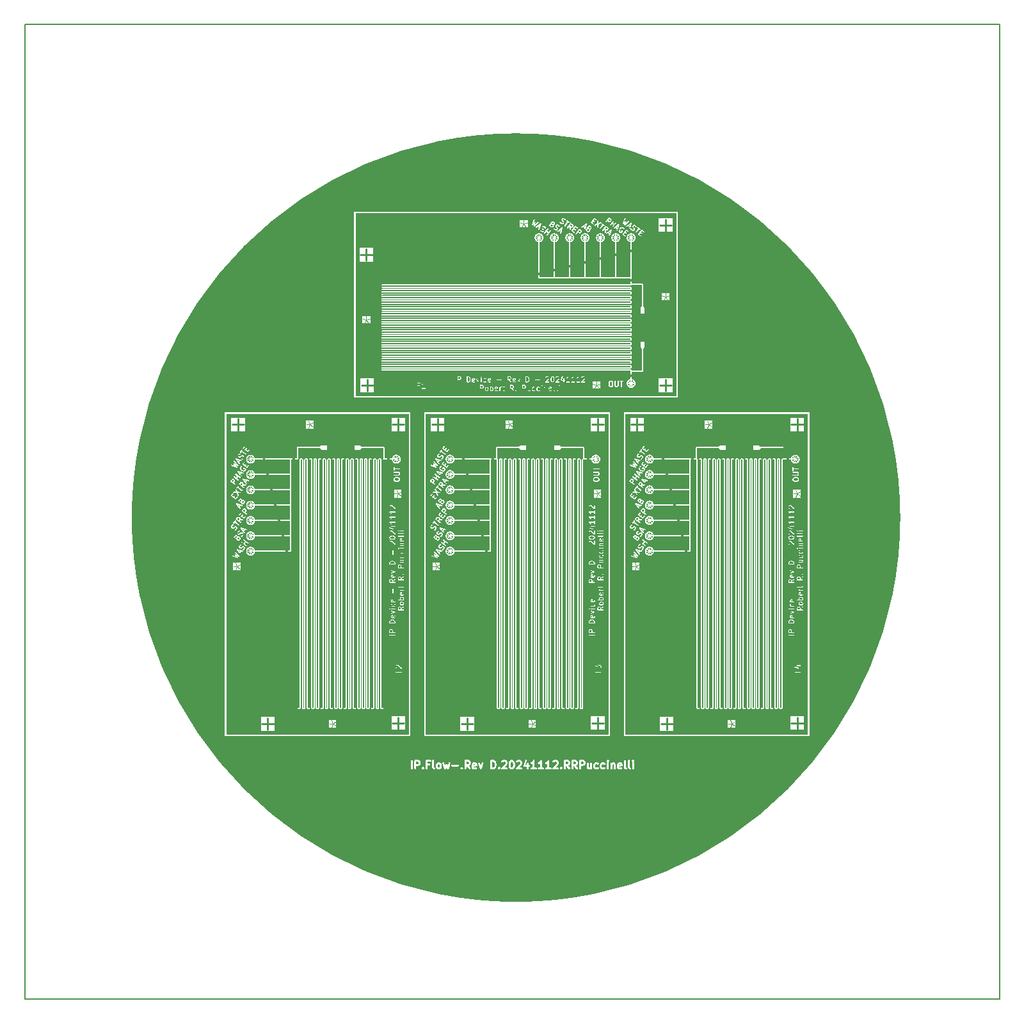
<source format=gbr>
%TF.GenerationSoftware,KiCad,Pcbnew,8.0.5*%
%TF.CreationDate,2024-11-12T15:58:34-08:00*%
%TF.ProjectId,ImmunoprecipitationDevice_RevD,496d6d75-6e6f-4707-9265-636970697461,rev?*%
%TF.SameCoordinates,Original*%
%TF.FileFunction,Copper,L1,Top*%
%TF.FilePolarity,Positive*%
%FSLAX46Y46*%
G04 Gerber Fmt 4.6, Leading zero omitted, Abs format (unit mm)*
G04 Created by KiCad (PCBNEW 8.0.5) date 2024-11-12 15:58:34*
%MOMM*%
%LPD*%
G01*
G04 APERTURE LIST*
%ADD10C,0.101500*%
%ADD11C,0.152250*%
%ADD12C,0.253750*%
%TA.AperFunction,NonConductor*%
%ADD13C,0.101500*%
%TD*%
%TA.AperFunction,NonConductor*%
%ADD14C,0.253750*%
%TD*%
%TA.AperFunction,Profile*%
%ADD15C,0.203000*%
%TD*%
G04 APERTURE END LIST*
D10*
G36*
X102713382Y-85837986D02*
G01*
X101711034Y-85837986D01*
X101711034Y-85369958D01*
X101823412Y-85369958D01*
X101823412Y-85708291D01*
X101824388Y-85718192D01*
X101831966Y-85736487D01*
X101845967Y-85750488D01*
X101864261Y-85758066D01*
X101874162Y-85759041D01*
X102584662Y-85759041D01*
X102594564Y-85758066D01*
X102612858Y-85750488D01*
X102626859Y-85736487D01*
X102634437Y-85718192D01*
X102634437Y-85698390D01*
X102626859Y-85680095D01*
X102612858Y-85666094D01*
X102594564Y-85658516D01*
X102584662Y-85657541D01*
X102263245Y-85657541D01*
X102263245Y-85471458D01*
X102262270Y-85461557D01*
X102254692Y-85443262D01*
X102240691Y-85429261D01*
X102222397Y-85421683D01*
X102202594Y-85421683D01*
X102184300Y-85429261D01*
X102170299Y-85443262D01*
X102162721Y-85461557D01*
X102161745Y-85471458D01*
X102161745Y-85657541D01*
X101924912Y-85657541D01*
X101924912Y-85369958D01*
X101923937Y-85360057D01*
X101916359Y-85341762D01*
X101902358Y-85327761D01*
X101884064Y-85320183D01*
X101864261Y-85320183D01*
X101845967Y-85327761D01*
X101831966Y-85341762D01*
X101824388Y-85360057D01*
X101823412Y-85369958D01*
X101711034Y-85369958D01*
X101711034Y-84957611D01*
X101789978Y-84957611D01*
X101791382Y-84977363D01*
X101800237Y-84995073D01*
X101815196Y-85008048D01*
X101824281Y-85012104D01*
X102331781Y-85181269D01*
X102336689Y-85182385D01*
X102337928Y-85182899D01*
X102338947Y-85182899D01*
X102341483Y-85183475D01*
X102349595Y-85182899D01*
X102357731Y-85182899D01*
X102359416Y-85182200D01*
X102361235Y-85182071D01*
X102368510Y-85178433D01*
X102376025Y-85175321D01*
X102377314Y-85174032D01*
X102378944Y-85173216D01*
X102384273Y-85167072D01*
X102390026Y-85161320D01*
X102390723Y-85159635D01*
X102391919Y-85158257D01*
X102394490Y-85150540D01*
X102397604Y-85143025D01*
X102397859Y-85140434D01*
X102398181Y-85139471D01*
X102398085Y-85138135D01*
X102398579Y-85133124D01*
X102398579Y-84845541D01*
X102584662Y-84845541D01*
X102594564Y-84844566D01*
X102612858Y-84836988D01*
X102626859Y-84822987D01*
X102634437Y-84804692D01*
X102634437Y-84784890D01*
X102626859Y-84766595D01*
X102612858Y-84752594D01*
X102594564Y-84745016D01*
X102584662Y-84744041D01*
X102398579Y-84744041D01*
X102398579Y-84693291D01*
X102397604Y-84683390D01*
X102390026Y-84665095D01*
X102376025Y-84651094D01*
X102357731Y-84643516D01*
X102337928Y-84643516D01*
X102319634Y-84651094D01*
X102305633Y-84665095D01*
X102298055Y-84683390D01*
X102297079Y-84693291D01*
X102297079Y-84744041D01*
X102110995Y-84744041D01*
X102101094Y-84745016D01*
X102082800Y-84752594D01*
X102068799Y-84766595D01*
X102061221Y-84784890D01*
X102061221Y-84804692D01*
X102068799Y-84822987D01*
X102082800Y-84836988D01*
X102101094Y-84844566D01*
X102110995Y-84845541D01*
X102297079Y-84845541D01*
X102297079Y-85062712D01*
X101856378Y-84915812D01*
X101846676Y-84913607D01*
X101826924Y-84915011D01*
X101809215Y-84923865D01*
X101796240Y-84938825D01*
X101789978Y-84957611D01*
X101711034Y-84957611D01*
X101711034Y-84564572D01*
X102713382Y-84564572D01*
X102713382Y-85837986D01*
G37*
D11*
G36*
X81086049Y-57637380D02*
G01*
X81013149Y-57741493D01*
X80893430Y-57580086D01*
X81086049Y-57637380D01*
G37*
G36*
X82658202Y-56149110D02*
G01*
X80734378Y-58896616D01*
X79898318Y-58311201D01*
X79923922Y-58274636D01*
X80037942Y-58274636D01*
X80040842Y-58294295D01*
X80048732Y-58312536D01*
X80061075Y-58328111D01*
X80077027Y-58339961D01*
X80086025Y-58344226D01*
X80765061Y-58613179D01*
X80774539Y-58616231D01*
X80775647Y-58616359D01*
X80776706Y-58616743D01*
X80785532Y-58617505D01*
X80794280Y-58618519D01*
X80795388Y-58618354D01*
X80796507Y-58618452D01*
X80805204Y-58616907D01*
X80813940Y-58615619D01*
X80814969Y-58615173D01*
X80816073Y-58614977D01*
X80824071Y-58611235D01*
X80832179Y-58607728D01*
X80833057Y-58607031D01*
X80834073Y-58606557D01*
X80840829Y-58600873D01*
X80847755Y-58595386D01*
X80848423Y-58594485D01*
X80849281Y-58593765D01*
X80854342Y-58586519D01*
X80859606Y-58579433D01*
X80860017Y-58578393D01*
X80860660Y-58577473D01*
X80863682Y-58569140D01*
X80866923Y-58560958D01*
X80867051Y-58559849D01*
X80867435Y-58558791D01*
X80868196Y-58549963D01*
X80869210Y-58541217D01*
X80869046Y-58540109D01*
X80869143Y-58538991D01*
X80867596Y-58530277D01*
X80866310Y-58521558D01*
X80865865Y-58520531D01*
X80865669Y-58519424D01*
X80861924Y-58511419D01*
X80858420Y-58503317D01*
X80857722Y-58502436D01*
X80857249Y-58501424D01*
X80851352Y-58493400D01*
X80697013Y-58309913D01*
X80922222Y-58392188D01*
X80931777Y-58394985D01*
X80932890Y-58395084D01*
X80933957Y-58395439D01*
X80942789Y-58395962D01*
X80951573Y-58396742D01*
X80952676Y-58396548D01*
X80953797Y-58396615D01*
X80962451Y-58394837D01*
X80971147Y-58393314D01*
X80972163Y-58392841D01*
X80973262Y-58392616D01*
X80981130Y-58388673D01*
X80989169Y-58384938D01*
X80990034Y-58384213D01*
X80991030Y-58383715D01*
X80997600Y-58377879D01*
X81004407Y-58372181D01*
X81005053Y-58371260D01*
X81005888Y-58370520D01*
X81010750Y-58363144D01*
X81015824Y-58355916D01*
X81016207Y-58354866D01*
X81016826Y-58353928D01*
X81019615Y-58345538D01*
X81022644Y-58337251D01*
X81022742Y-58336133D01*
X81023097Y-58335071D01*
X81023619Y-58326254D01*
X81024400Y-58317456D01*
X81024206Y-58316352D01*
X81024273Y-58315232D01*
X81022498Y-58306596D01*
X81020973Y-58297881D01*
X81020498Y-58296860D01*
X81020274Y-58295766D01*
X81016334Y-58287902D01*
X81012595Y-58279860D01*
X81011872Y-58278995D01*
X81011372Y-58277998D01*
X81005262Y-58270136D01*
X80520285Y-57724038D01*
X80513200Y-57717041D01*
X80496608Y-57706104D01*
X80477751Y-57699833D01*
X80457912Y-57698657D01*
X80438447Y-57702656D01*
X80420679Y-57711557D01*
X80405820Y-57724752D01*
X80394883Y-57741344D01*
X80388612Y-57760201D01*
X80387436Y-57780040D01*
X80391435Y-57799506D01*
X80400336Y-57817273D01*
X80406447Y-57825136D01*
X80691097Y-58145660D01*
X80481121Y-58068951D01*
X80471565Y-58066153D01*
X80471478Y-58066145D01*
X80471387Y-58066113D01*
X80461153Y-58065230D01*
X80451769Y-58064398D01*
X80451682Y-58064413D01*
X80451588Y-58064405D01*
X80441713Y-58066158D01*
X80432195Y-58067824D01*
X80432112Y-58067862D01*
X80432021Y-58067879D01*
X80423167Y-58072020D01*
X80414174Y-58076201D01*
X80414101Y-58076261D01*
X80414021Y-58076299D01*
X80406581Y-58082557D01*
X80398936Y-58088957D01*
X80398883Y-58089032D01*
X80398813Y-58089091D01*
X80393079Y-58097299D01*
X80387518Y-58105223D01*
X80387486Y-58105306D01*
X80387434Y-58105383D01*
X80383953Y-58114979D01*
X80380699Y-58123888D01*
X80380691Y-58123974D01*
X80380659Y-58124065D01*
X80379775Y-58134299D01*
X80378943Y-58143683D01*
X80378958Y-58143770D01*
X80378950Y-58143865D01*
X80380703Y-58153739D01*
X80382370Y-58163258D01*
X80382407Y-58163340D01*
X80382425Y-58163432D01*
X80386566Y-58172285D01*
X80390747Y-58181279D01*
X80390806Y-58181351D01*
X80390845Y-58181432D01*
X80396742Y-58189456D01*
X80540642Y-58360532D01*
X80142090Y-58202674D01*
X80132613Y-58199622D01*
X80112872Y-58197334D01*
X80093213Y-58200234D01*
X80074972Y-58208125D01*
X80059397Y-58220467D01*
X80047547Y-58236420D01*
X80040230Y-58254895D01*
X80037942Y-58274636D01*
X79923922Y-58274636D01*
X80507800Y-57440769D01*
X80620122Y-57440769D01*
X80620645Y-57445310D01*
X80620520Y-57449882D01*
X80621777Y-57455143D01*
X80622395Y-57460511D01*
X80624074Y-57464761D01*
X80625137Y-57469211D01*
X80627712Y-57473965D01*
X80629699Y-57478992D01*
X80634290Y-57486112D01*
X80634600Y-57486686D01*
X80634785Y-57486881D01*
X80635095Y-57487361D01*
X81081261Y-58088889D01*
X81087703Y-58096482D01*
X81103269Y-58108835D01*
X81121503Y-58116739D01*
X81141161Y-58119654D01*
X81160903Y-58117383D01*
X81179384Y-58110078D01*
X81195345Y-58098239D01*
X81207699Y-58082673D01*
X81215603Y-58064440D01*
X81218518Y-58044782D01*
X81216245Y-58025039D01*
X81208941Y-58006558D01*
X81203545Y-57998189D01*
X81108755Y-57870391D01*
X81239874Y-57683135D01*
X81392383Y-57728500D01*
X81402093Y-57730708D01*
X81421958Y-57731251D01*
X81441287Y-57726634D01*
X81458763Y-57717171D01*
X81473193Y-57703508D01*
X81483595Y-57686576D01*
X81489261Y-57667528D01*
X81489804Y-57647663D01*
X81485188Y-57628334D01*
X81475724Y-57610859D01*
X81462061Y-57596429D01*
X81445129Y-57586026D01*
X81435791Y-57582569D01*
X80717941Y-57369045D01*
X80717387Y-57368919D01*
X80717137Y-57368811D01*
X80716484Y-57368713D01*
X80708231Y-57366837D01*
X80702828Y-57366689D01*
X80697479Y-57365896D01*
X80692936Y-57366419D01*
X80688366Y-57366294D01*
X80683104Y-57367550D01*
X80677737Y-57368168D01*
X80673486Y-57369847D01*
X80669037Y-57370911D01*
X80664282Y-57373485D01*
X80659256Y-57375472D01*
X80655583Y-57378196D01*
X80651562Y-57380374D01*
X80647634Y-57384092D01*
X80643295Y-57387311D01*
X80640453Y-57390891D01*
X80637132Y-57394037D01*
X80634302Y-57398642D01*
X80630941Y-57402877D01*
X80629120Y-57407075D01*
X80626729Y-57410970D01*
X80625188Y-57416147D01*
X80623037Y-57421111D01*
X80622367Y-57425635D01*
X80621063Y-57430016D01*
X80620915Y-57435419D01*
X80620122Y-57440769D01*
X80507800Y-57440769D01*
X80785303Y-57044454D01*
X80938928Y-57044454D01*
X80939190Y-57046734D01*
X80938991Y-57049017D01*
X80940074Y-57058914D01*
X80948381Y-57106035D01*
X80950748Y-57115706D01*
X80951717Y-57117784D01*
X80952251Y-57120017D01*
X80956409Y-57129065D01*
X80992432Y-57195592D01*
X80994623Y-57199071D01*
X80995171Y-57200247D01*
X80995937Y-57201160D01*
X80997737Y-57204019D01*
X81003010Y-57209588D01*
X81007946Y-57215470D01*
X81010582Y-57217585D01*
X81011400Y-57218450D01*
X81012500Y-57219126D01*
X81015711Y-57221703D01*
X81071140Y-57260513D01*
X81074652Y-57262645D01*
X81075671Y-57263453D01*
X81076767Y-57263928D01*
X81079652Y-57265679D01*
X81086856Y-57268301D01*
X81093904Y-57271356D01*
X81097208Y-57272069D01*
X81098326Y-57272476D01*
X81099613Y-57272589D01*
X81103637Y-57273458D01*
X81178473Y-57284555D01*
X81188397Y-57285368D01*
X81190676Y-57285105D01*
X81192959Y-57285305D01*
X81202856Y-57284222D01*
X81249977Y-57275914D01*
X81259649Y-57273547D01*
X81261726Y-57272578D01*
X81263959Y-57272045D01*
X81273007Y-57267886D01*
X81339534Y-57231863D01*
X81344067Y-57229009D01*
X81345263Y-57228427D01*
X81346574Y-57227431D01*
X81347961Y-57226559D01*
X81348921Y-57225648D01*
X81353193Y-57222405D01*
X81452219Y-57136431D01*
X81500534Y-57110269D01*
X81523325Y-57106251D01*
X81568164Y-57112899D01*
X81594152Y-57131097D01*
X81615736Y-57170956D01*
X81619754Y-57193746D01*
X81613105Y-57238585D01*
X81533468Y-57352319D01*
X81457458Y-57408697D01*
X81449866Y-57415141D01*
X81437512Y-57430707D01*
X81429608Y-57448939D01*
X81426693Y-57468598D01*
X81428966Y-57488340D01*
X81436270Y-57506822D01*
X81448109Y-57522782D01*
X81463675Y-57535136D01*
X81481907Y-57543040D01*
X81501566Y-57545955D01*
X81521308Y-57543682D01*
X81539790Y-57536378D01*
X81548158Y-57530983D01*
X81634091Y-57467245D01*
X81641683Y-57460802D01*
X81643109Y-57459005D01*
X81644866Y-57457531D01*
X81651098Y-57449765D01*
X81748128Y-57311193D01*
X81750263Y-57307675D01*
X81751067Y-57306662D01*
X81751540Y-57305570D01*
X81753294Y-57302681D01*
X81755918Y-57295470D01*
X81758971Y-57288429D01*
X81759684Y-57285124D01*
X81760091Y-57284007D01*
X81760204Y-57282719D01*
X81761073Y-57278696D01*
X81772171Y-57203860D01*
X81772984Y-57193937D01*
X81772721Y-57191654D01*
X81772921Y-57189372D01*
X81771837Y-57179474D01*
X81763529Y-57132353D01*
X81761161Y-57122682D01*
X81760192Y-57120603D01*
X81759659Y-57118372D01*
X81755501Y-57109325D01*
X81719478Y-57042799D01*
X81717288Y-57039320D01*
X81716741Y-57038145D01*
X81715973Y-57037231D01*
X81714174Y-57034371D01*
X81708897Y-57028798D01*
X81703966Y-57022922D01*
X81701329Y-57020806D01*
X81700511Y-57019941D01*
X81699408Y-57019264D01*
X81696201Y-57016689D01*
X81640772Y-56977877D01*
X81637254Y-56975742D01*
X81636240Y-56974937D01*
X81635146Y-56974463D01*
X81632259Y-56972711D01*
X81625049Y-56970086D01*
X81618006Y-56967034D01*
X81614704Y-56966321D01*
X81613585Y-56965914D01*
X81612295Y-56965800D01*
X81608274Y-56964932D01*
X81533438Y-56953835D01*
X81523514Y-56953022D01*
X81521232Y-56953284D01*
X81518951Y-56953085D01*
X81509052Y-56954169D01*
X81461932Y-56962477D01*
X81452260Y-56964845D01*
X81450180Y-56965814D01*
X81447951Y-56966347D01*
X81438904Y-56970505D01*
X81372376Y-57006528D01*
X81367842Y-57009381D01*
X81366648Y-57009964D01*
X81365335Y-57010959D01*
X81363950Y-57011832D01*
X81362989Y-57012742D01*
X81358718Y-57015986D01*
X81259690Y-57101959D01*
X81211375Y-57128121D01*
X81188585Y-57132138D01*
X81143746Y-57125490D01*
X81117758Y-57107293D01*
X81096174Y-57067433D01*
X81092156Y-57044643D01*
X81098804Y-56999805D01*
X81178440Y-56886072D01*
X81254453Y-56829693D01*
X81262045Y-56823250D01*
X81274398Y-56807683D01*
X81282302Y-56789451D01*
X81285217Y-56769792D01*
X81282945Y-56750050D01*
X81275640Y-56731569D01*
X81263802Y-56715608D01*
X81248236Y-56703254D01*
X81230002Y-56695350D01*
X81210344Y-56692435D01*
X81190602Y-56694708D01*
X81172120Y-56702013D01*
X81163752Y-56707409D01*
X81077819Y-56771145D01*
X81070227Y-56777589D01*
X81068800Y-56779385D01*
X81067044Y-56780860D01*
X81060811Y-56788625D01*
X80963781Y-56927199D01*
X80961648Y-56930715D01*
X80960843Y-56931730D01*
X80960368Y-56932824D01*
X80958617Y-56935711D01*
X80955994Y-56942915D01*
X80952940Y-56949963D01*
X80952225Y-56953267D01*
X80951819Y-56954385D01*
X80951706Y-56955672D01*
X80950838Y-56959696D01*
X80939741Y-57034531D01*
X80938928Y-57044454D01*
X80785303Y-57044454D01*
X81106194Y-56586176D01*
X81221771Y-56586176D01*
X81225222Y-56605747D01*
X81233621Y-56623758D01*
X81246395Y-56638981D01*
X81262673Y-56650379D01*
X81281347Y-56657176D01*
X81301144Y-56658909D01*
X81320715Y-56655458D01*
X81338726Y-56647059D01*
X81353949Y-56634285D01*
X81360181Y-56626519D01*
X81432954Y-56522589D01*
X81952604Y-56886451D01*
X81961117Y-56891617D01*
X81979791Y-56898414D01*
X81999588Y-56900147D01*
X82019159Y-56896696D01*
X82037170Y-56888297D01*
X82052393Y-56875523D01*
X82063790Y-56859244D01*
X82070588Y-56840570D01*
X82072320Y-56820774D01*
X82068869Y-56801202D01*
X82060470Y-56783191D01*
X82047696Y-56767968D01*
X82039931Y-56761735D01*
X81520281Y-56397874D01*
X81593055Y-56293944D01*
X81598219Y-56285431D01*
X81605016Y-56266757D01*
X81606749Y-56246961D01*
X81603298Y-56227389D01*
X81594899Y-56209378D01*
X81582125Y-56194155D01*
X81565848Y-56182757D01*
X81547174Y-56175961D01*
X81527376Y-56174228D01*
X81507805Y-56177679D01*
X81489795Y-56186077D01*
X81474572Y-56198852D01*
X81468339Y-56206617D01*
X81235466Y-56539193D01*
X81230301Y-56547705D01*
X81223503Y-56566379D01*
X81221771Y-56586176D01*
X81106194Y-56586176D01*
X81474907Y-56059598D01*
X81590485Y-56059598D01*
X81593936Y-56079169D01*
X81602335Y-56097180D01*
X81615109Y-56112403D01*
X81622874Y-56118635D01*
X82204881Y-56526162D01*
X82213394Y-56531327D01*
X82232068Y-56538125D01*
X82251865Y-56539857D01*
X82271436Y-56536406D01*
X82289447Y-56528007D01*
X82304670Y-56515233D01*
X82310902Y-56507468D01*
X82504963Y-56230321D01*
X82510129Y-56221808D01*
X82516926Y-56203134D01*
X82518659Y-56183338D01*
X82515208Y-56163766D01*
X82506808Y-56145756D01*
X82494035Y-56130532D01*
X82477756Y-56119135D01*
X82459082Y-56112337D01*
X82439286Y-56110605D01*
X82419714Y-56114056D01*
X82401703Y-56122455D01*
X82386480Y-56135229D01*
X82380248Y-56142994D01*
X82229850Y-56357784D01*
X82049704Y-56231644D01*
X82141884Y-56099999D01*
X82147049Y-56091486D01*
X82153846Y-56072812D01*
X82155579Y-56053016D01*
X82152128Y-56033443D01*
X82143729Y-56015433D01*
X82130955Y-56000210D01*
X82114676Y-55988812D01*
X82096002Y-55982015D01*
X82076206Y-55980283D01*
X82056635Y-55983734D01*
X82038624Y-55992133D01*
X82023400Y-56004907D01*
X82017168Y-56012672D01*
X81924989Y-56144317D01*
X81772558Y-56037584D01*
X81922956Y-55822795D01*
X81928120Y-55814283D01*
X81934918Y-55795609D01*
X81936650Y-55775812D01*
X81933199Y-55756240D01*
X81924800Y-55738230D01*
X81912027Y-55723007D01*
X81895749Y-55711609D01*
X81877074Y-55704812D01*
X81857277Y-55703079D01*
X81837706Y-55706530D01*
X81819696Y-55714929D01*
X81804472Y-55727703D01*
X81798240Y-55735468D01*
X81604180Y-56012615D01*
X81599015Y-56021127D01*
X81592217Y-56039801D01*
X81590485Y-56059598D01*
X81474907Y-56059598D01*
X81822142Y-55563694D01*
X82658202Y-56149110D01*
G37*
G36*
X81064775Y-65259507D02*
G01*
X81118475Y-65297110D01*
X81140059Y-65336969D01*
X81144078Y-65359760D01*
X81137427Y-65404600D01*
X81036152Y-65549238D01*
X80856006Y-65423099D01*
X80957284Y-65278460D01*
X80997143Y-65256876D01*
X81019934Y-65252858D01*
X81064775Y-65259507D01*
G37*
G36*
X81841013Y-64150921D02*
G01*
X81894715Y-64188523D01*
X81916299Y-64228384D01*
X81920317Y-64251175D01*
X81913669Y-64296013D01*
X81812392Y-64440652D01*
X81632246Y-64314513D01*
X81733523Y-64169875D01*
X81773384Y-64148290D01*
X81796173Y-64144272D01*
X81841013Y-64150921D01*
G37*
G36*
X82557075Y-64370077D02*
G01*
X80652052Y-67090732D01*
X79815993Y-66505316D01*
X79868751Y-66429969D01*
X80022375Y-66429969D01*
X80022637Y-66432250D01*
X80022438Y-66434533D01*
X80023521Y-66444431D01*
X80031829Y-66491552D01*
X80034197Y-66501224D01*
X80035165Y-66503298D01*
X80035699Y-66505532D01*
X80039857Y-66514580D01*
X80075880Y-66581107D01*
X80078071Y-66584587D01*
X80078619Y-66585762D01*
X80079385Y-66586676D01*
X80081185Y-66589534D01*
X80086458Y-66595103D01*
X80091394Y-66600985D01*
X80094030Y-66603100D01*
X80094848Y-66603965D01*
X80095948Y-66604641D01*
X80099158Y-66607218D01*
X80154588Y-66646029D01*
X80158099Y-66648160D01*
X80159119Y-66648968D01*
X80160215Y-66649443D01*
X80163100Y-66651194D01*
X80170304Y-66653816D01*
X80177352Y-66656871D01*
X80180656Y-66657584D01*
X80181774Y-66657991D01*
X80183061Y-66658104D01*
X80187085Y-66658973D01*
X80261921Y-66670070D01*
X80271844Y-66670883D01*
X80274125Y-66670620D01*
X80276408Y-66670820D01*
X80286306Y-66669737D01*
X80333426Y-66661428D01*
X80343098Y-66659060D01*
X80345174Y-66658092D01*
X80347406Y-66657559D01*
X80356454Y-66653401D01*
X80422981Y-66617378D01*
X80427517Y-66614523D01*
X80428711Y-66613942D01*
X80430016Y-66612951D01*
X80431409Y-66612075D01*
X80432375Y-66611159D01*
X80436641Y-66607921D01*
X80535667Y-66521946D01*
X80583982Y-66495784D01*
X80606773Y-66491766D01*
X80651612Y-66498414D01*
X80677600Y-66516612D01*
X80699184Y-66556471D01*
X80703202Y-66579261D01*
X80696553Y-66624101D01*
X80616916Y-66737834D01*
X80540906Y-66794213D01*
X80533313Y-66800656D01*
X80520960Y-66816222D01*
X80513056Y-66834454D01*
X80510141Y-66854113D01*
X80512414Y-66873856D01*
X80519718Y-66892337D01*
X80531557Y-66908298D01*
X80547123Y-66920651D01*
X80565355Y-66928555D01*
X80585014Y-66931470D01*
X80604756Y-66929197D01*
X80623237Y-66921893D01*
X80631606Y-66916498D01*
X80717539Y-66852760D01*
X80725131Y-66846318D01*
X80726557Y-66844520D01*
X80728314Y-66843046D01*
X80734546Y-66835281D01*
X80831576Y-66696709D01*
X80833711Y-66693191D01*
X80834515Y-66692178D01*
X80834988Y-66691086D01*
X80836742Y-66688196D01*
X80839365Y-66680985D01*
X80842419Y-66673944D01*
X80843132Y-66670639D01*
X80843539Y-66669522D01*
X80843652Y-66668234D01*
X80844521Y-66664211D01*
X80855619Y-66589375D01*
X80856432Y-66579452D01*
X80856169Y-66577169D01*
X80856369Y-66574887D01*
X80855285Y-66564989D01*
X80846977Y-66517869D01*
X80844609Y-66508197D01*
X80843640Y-66506118D01*
X80843107Y-66503887D01*
X80838949Y-66494840D01*
X80802926Y-66428314D01*
X80800736Y-66424835D01*
X80800188Y-66423660D01*
X80799421Y-66422746D01*
X80797622Y-66419887D01*
X80792345Y-66414313D01*
X80787414Y-66408437D01*
X80784777Y-66406321D01*
X80783959Y-66405456D01*
X80782856Y-66404779D01*
X80779649Y-66402204D01*
X80724220Y-66363392D01*
X80720702Y-66361257D01*
X80719688Y-66360452D01*
X80718594Y-66359978D01*
X80715707Y-66358226D01*
X80708496Y-66355602D01*
X80701454Y-66352550D01*
X80698152Y-66351836D01*
X80697033Y-66351429D01*
X80695743Y-66351315D01*
X80691721Y-66350447D01*
X80616886Y-66339350D01*
X80606962Y-66338537D01*
X80604680Y-66338799D01*
X80602398Y-66338600D01*
X80592500Y-66339684D01*
X80545380Y-66347992D01*
X80535708Y-66350360D01*
X80533628Y-66351330D01*
X80531399Y-66351862D01*
X80522351Y-66356020D01*
X80455824Y-66392043D01*
X80451290Y-66394896D01*
X80450096Y-66395479D01*
X80448783Y-66396475D01*
X80447398Y-66397348D01*
X80446437Y-66398257D01*
X80442165Y-66401501D01*
X80343139Y-66487472D01*
X80294822Y-66513636D01*
X80272032Y-66517654D01*
X80227194Y-66511005D01*
X80201205Y-66492808D01*
X80179620Y-66452946D01*
X80175603Y-66430158D01*
X80182253Y-66385317D01*
X80261889Y-66271586D01*
X80337901Y-66215208D01*
X80345493Y-66208766D01*
X80357846Y-66193199D01*
X80365750Y-66174966D01*
X80368665Y-66155308D01*
X80366393Y-66135565D01*
X80359088Y-66117084D01*
X80347250Y-66101123D01*
X80331684Y-66088769D01*
X80313450Y-66080866D01*
X80293792Y-66077950D01*
X80274050Y-66080223D01*
X80255568Y-66087528D01*
X80247200Y-66092924D01*
X80161267Y-66156661D01*
X80153675Y-66163104D01*
X80152248Y-66164900D01*
X80150492Y-66166375D01*
X80144259Y-66174140D01*
X80047230Y-66312713D01*
X80045097Y-66316226D01*
X80044292Y-66317243D01*
X80043817Y-66318337D01*
X80042065Y-66321226D01*
X80039442Y-66328428D01*
X80036388Y-66335476D01*
X80035673Y-66338783D01*
X80035267Y-66339900D01*
X80035155Y-66341186D01*
X80034286Y-66345209D01*
X80023188Y-66420045D01*
X80022375Y-66429969D01*
X79868751Y-66429969D01*
X80189641Y-65971691D01*
X80305219Y-65971691D01*
X80308670Y-65991262D01*
X80317069Y-66009274D01*
X80329843Y-66024496D01*
X80346121Y-66035894D01*
X80364795Y-66042691D01*
X80384592Y-66044424D01*
X80404163Y-66040973D01*
X80422174Y-66032574D01*
X80437397Y-66019800D01*
X80443629Y-66012034D01*
X80516402Y-65908104D01*
X81036052Y-66271967D01*
X81044565Y-66277132D01*
X81063239Y-66283929D01*
X81083035Y-66285662D01*
X81102607Y-66282211D01*
X81120618Y-66273812D01*
X81135841Y-66261038D01*
X81147238Y-66244760D01*
X81154036Y-66226086D01*
X81155768Y-66206289D01*
X81152317Y-66186717D01*
X81143918Y-66168707D01*
X81131143Y-66153484D01*
X81123379Y-66147251D01*
X80603728Y-65783389D01*
X80676502Y-65679459D01*
X80681667Y-65670947D01*
X80688464Y-65652273D01*
X80690197Y-65632475D01*
X80686746Y-65612904D01*
X80678347Y-65594894D01*
X80665572Y-65579671D01*
X80649294Y-65568272D01*
X80630621Y-65561475D01*
X80610824Y-65559742D01*
X80591252Y-65563193D01*
X80573242Y-65571592D01*
X80558019Y-65584367D01*
X80551785Y-65592132D01*
X80318914Y-65924708D01*
X80313749Y-65933221D01*
X80306951Y-65951895D01*
X80305219Y-65971691D01*
X80189641Y-65971691D01*
X80558355Y-65445113D01*
X80673933Y-65445113D01*
X80677384Y-65464684D01*
X80685783Y-65482696D01*
X80698557Y-65497919D01*
X80706322Y-65504151D01*
X81288329Y-65911677D01*
X81296842Y-65916843D01*
X81315516Y-65923640D01*
X81335313Y-65925373D01*
X81354884Y-65921922D01*
X81372895Y-65913522D01*
X81388118Y-65900749D01*
X81399516Y-65884470D01*
X81406313Y-65865796D01*
X81408046Y-65846000D01*
X81404595Y-65826428D01*
X81396195Y-65808417D01*
X81383422Y-65793194D01*
X81375656Y-65786962D01*
X81160868Y-65636566D01*
X81191501Y-65592816D01*
X81564854Y-65592869D01*
X81574791Y-65592218D01*
X81593986Y-65587078D01*
X81611199Y-65577144D01*
X81625254Y-65563094D01*
X81635191Y-65545885D01*
X81640337Y-65526690D01*
X81640339Y-65506818D01*
X81635200Y-65487622D01*
X81625266Y-65470410D01*
X81611215Y-65456355D01*
X81594007Y-65446417D01*
X81574811Y-65441271D01*
X81564876Y-65440619D01*
X81286008Y-65440579D01*
X81296494Y-65369875D01*
X81297307Y-65359951D01*
X81297044Y-65357668D01*
X81297244Y-65355386D01*
X81296161Y-65345488D01*
X81287852Y-65298366D01*
X81285484Y-65288696D01*
X81284515Y-65286618D01*
X81283982Y-65284385D01*
X81279825Y-65275338D01*
X81243801Y-65208812D01*
X81241608Y-65205328D01*
X81241063Y-65204158D01*
X81240300Y-65203248D01*
X81238497Y-65200384D01*
X81233221Y-65194812D01*
X81228289Y-65188934D01*
X81225651Y-65186817D01*
X81224834Y-65185954D01*
X81223732Y-65185276D01*
X81220523Y-65182702D01*
X81137380Y-65124484D01*
X81133865Y-65122350D01*
X81132849Y-65121544D01*
X81131753Y-65121069D01*
X81128868Y-65119318D01*
X81121657Y-65116694D01*
X81114615Y-65113642D01*
X81111312Y-65112928D01*
X81110194Y-65112521D01*
X81108904Y-65112407D01*
X81104882Y-65111539D01*
X81030046Y-65100443D01*
X81020123Y-65099629D01*
X81017841Y-65099891D01*
X81015559Y-65099692D01*
X81005661Y-65100776D01*
X80958541Y-65109084D01*
X80948869Y-65111452D01*
X80946790Y-65112421D01*
X80944559Y-65112954D01*
X80935512Y-65117112D01*
X80868986Y-65153135D01*
X80865504Y-65155327D01*
X80864331Y-65155874D01*
X80863419Y-65156639D01*
X80860559Y-65158440D01*
X80854983Y-65163718D01*
X80849108Y-65168648D01*
X80846992Y-65171283D01*
X80846128Y-65172103D01*
X80845451Y-65173203D01*
X80842875Y-65176413D01*
X80687628Y-65398130D01*
X80682463Y-65406643D01*
X80675665Y-65425317D01*
X80673933Y-65445113D01*
X80558355Y-65445113D01*
X80965880Y-64863106D01*
X81081458Y-64863106D01*
X81084909Y-64882677D01*
X81093308Y-64900688D01*
X81106082Y-64915911D01*
X81113848Y-64922144D01*
X81695856Y-65329669D01*
X81704369Y-65334834D01*
X81723043Y-65341632D01*
X81742839Y-65343364D01*
X81762410Y-65339913D01*
X81780422Y-65331514D01*
X81795645Y-65318741D01*
X81801877Y-65310975D01*
X81995938Y-65033829D01*
X82001102Y-65025316D01*
X82007899Y-65006642D01*
X82009632Y-64986846D01*
X82006181Y-64967273D01*
X81997782Y-64949263D01*
X81985008Y-64934040D01*
X81968731Y-64922643D01*
X81950056Y-64915845D01*
X81930259Y-64914113D01*
X81910688Y-64917564D01*
X81892678Y-64925963D01*
X81877454Y-64938737D01*
X81871222Y-64946502D01*
X81720825Y-65161290D01*
X81540679Y-65035151D01*
X81632858Y-64903506D01*
X81638023Y-64894993D01*
X81644821Y-64876319D01*
X81646553Y-64856523D01*
X81643102Y-64836952D01*
X81634703Y-64818940D01*
X81621929Y-64803717D01*
X81605651Y-64792320D01*
X81586977Y-64785523D01*
X81567180Y-64783790D01*
X81547609Y-64787241D01*
X81529598Y-64795640D01*
X81514375Y-64808414D01*
X81508143Y-64816180D01*
X81415964Y-64947824D01*
X81263532Y-64841091D01*
X81413930Y-64626303D01*
X81419095Y-64617790D01*
X81425892Y-64599116D01*
X81427625Y-64579319D01*
X81424174Y-64559748D01*
X81415775Y-64541738D01*
X81403001Y-64526514D01*
X81386722Y-64515116D01*
X81368048Y-64508319D01*
X81348252Y-64506586D01*
X81328681Y-64510037D01*
X81310670Y-64518436D01*
X81295447Y-64531210D01*
X81289214Y-64538976D01*
X81095154Y-64816123D01*
X81089988Y-64824636D01*
X81083191Y-64843310D01*
X81081458Y-64863106D01*
X80965880Y-64863106D01*
X81334594Y-64336528D01*
X81450172Y-64336528D01*
X81453623Y-64356099D01*
X81462022Y-64374111D01*
X81474796Y-64389334D01*
X81482562Y-64395566D01*
X82064570Y-64803091D01*
X82073083Y-64808256D01*
X82091757Y-64815054D01*
X82111553Y-64816787D01*
X82131124Y-64813336D01*
X82149136Y-64804936D01*
X82164359Y-64792163D01*
X82175756Y-64775884D01*
X82182553Y-64757210D01*
X82184286Y-64737414D01*
X82180835Y-64717841D01*
X82172436Y-64699831D01*
X82159661Y-64684608D01*
X82151896Y-64678375D01*
X81937107Y-64527978D01*
X82048692Y-64368621D01*
X82050826Y-64365103D01*
X82051632Y-64364089D01*
X82052105Y-64362995D01*
X82053858Y-64360109D01*
X82056481Y-64352898D01*
X82059534Y-64345856D01*
X82060247Y-64342553D01*
X82060655Y-64341435D01*
X82060768Y-64340145D01*
X82061637Y-64336123D01*
X82072734Y-64261287D01*
X82073547Y-64251364D01*
X82073284Y-64249082D01*
X82073484Y-64246800D01*
X82072400Y-64236902D01*
X82064092Y-64189781D01*
X82061724Y-64180110D01*
X82060753Y-64178030D01*
X82060222Y-64175801D01*
X82056064Y-64166753D01*
X82020041Y-64100226D01*
X82017849Y-64096746D01*
X82017302Y-64095571D01*
X82016535Y-64094657D01*
X82014736Y-64091799D01*
X82009462Y-64086229D01*
X82004528Y-64080348D01*
X82001891Y-64078232D01*
X82001074Y-64077368D01*
X81999972Y-64076691D01*
X81996763Y-64074115D01*
X81913619Y-64015898D01*
X81910101Y-64013763D01*
X81909089Y-64012960D01*
X81907996Y-64012486D01*
X81905106Y-64010733D01*
X81897903Y-64008111D01*
X81890856Y-64005057D01*
X81887548Y-64004342D01*
X81886432Y-64003936D01*
X81885145Y-64003823D01*
X81881123Y-64002954D01*
X81806288Y-63991856D01*
X81796364Y-63991043D01*
X81794082Y-63991305D01*
X81791800Y-63991106D01*
X81781902Y-63992190D01*
X81734781Y-64000498D01*
X81725109Y-64002866D01*
X81723029Y-64003835D01*
X81720801Y-64004368D01*
X81711753Y-64008526D01*
X81645226Y-64044549D01*
X81641745Y-64046740D01*
X81640571Y-64047288D01*
X81639656Y-64048054D01*
X81636799Y-64049854D01*
X81631234Y-64055121D01*
X81625348Y-64060061D01*
X81623229Y-64062700D01*
X81622368Y-64063516D01*
X81621692Y-64064615D01*
X81619115Y-64067827D01*
X81463868Y-64289545D01*
X81458702Y-64298058D01*
X81451905Y-64316732D01*
X81450172Y-64336528D01*
X81334594Y-64336528D01*
X81721016Y-63784661D01*
X82557075Y-64370077D01*
G37*
G36*
X81212188Y-69637235D02*
G01*
X81139288Y-69741348D01*
X81019570Y-69579941D01*
X81212188Y-69637235D01*
G37*
G36*
X82513030Y-68536437D02*
G01*
X80860516Y-70896471D01*
X80024456Y-70311056D01*
X80050060Y-70274490D01*
X80164080Y-70274490D01*
X80166980Y-70294150D01*
X80174870Y-70312390D01*
X80187213Y-70327966D01*
X80203165Y-70339816D01*
X80212162Y-70344081D01*
X80891201Y-70613034D01*
X80900679Y-70616088D01*
X80901790Y-70616215D01*
X80902846Y-70616599D01*
X80911656Y-70617358D01*
X80920419Y-70618374D01*
X80921528Y-70618210D01*
X80922646Y-70618307D01*
X80931341Y-70616762D01*
X80940080Y-70615474D01*
X80941110Y-70615028D01*
X80942212Y-70614833D01*
X80950198Y-70611097D01*
X80958319Y-70607584D01*
X80959199Y-70606886D01*
X80960212Y-70606413D01*
X80966961Y-70600735D01*
X80973895Y-70595241D01*
X80974562Y-70594341D01*
X80975420Y-70593620D01*
X80980481Y-70586374D01*
X80985745Y-70579289D01*
X80986156Y-70578248D01*
X80986799Y-70577329D01*
X80989815Y-70569013D01*
X80993063Y-70560814D01*
X80993191Y-70559701D01*
X80993574Y-70558647D01*
X80994335Y-70549834D01*
X80995350Y-70541073D01*
X80995185Y-70539965D01*
X80995283Y-70538847D01*
X80993738Y-70530152D01*
X80992450Y-70521413D01*
X80992004Y-70520383D01*
X80991808Y-70519280D01*
X80988066Y-70511281D01*
X80984559Y-70503174D01*
X80983862Y-70502294D01*
X80983388Y-70501280D01*
X80977491Y-70493256D01*
X80823152Y-70309769D01*
X81048361Y-70392044D01*
X81057916Y-70394841D01*
X81059029Y-70394939D01*
X81060096Y-70395295D01*
X81068914Y-70395816D01*
X81077712Y-70396598D01*
X81078819Y-70396403D01*
X81079935Y-70396470D01*
X81088568Y-70394696D01*
X81097286Y-70393170D01*
X81098303Y-70392697D01*
X81099401Y-70392472D01*
X81107270Y-70388529D01*
X81115308Y-70384793D01*
X81116173Y-70384069D01*
X81117169Y-70383570D01*
X81123739Y-70377735D01*
X81130547Y-70372037D01*
X81131192Y-70371116D01*
X81132027Y-70370375D01*
X81136884Y-70363006D01*
X81141963Y-70355771D01*
X81142347Y-70354720D01*
X81142965Y-70353783D01*
X81145752Y-70345399D01*
X81148783Y-70337107D01*
X81148882Y-70335989D01*
X81149236Y-70334926D01*
X81149756Y-70326125D01*
X81150539Y-70317312D01*
X81150344Y-70316203D01*
X81150411Y-70315087D01*
X81148640Y-70306466D01*
X81147112Y-70297737D01*
X81146637Y-70296716D01*
X81146413Y-70295622D01*
X81142473Y-70287757D01*
X81138735Y-70279715D01*
X81138011Y-70278851D01*
X81137512Y-70277854D01*
X81131401Y-70269992D01*
X80646423Y-69723892D01*
X80639338Y-69716896D01*
X80622746Y-69705958D01*
X80603889Y-69699688D01*
X80584050Y-69698511D01*
X80564585Y-69702510D01*
X80546817Y-69711412D01*
X80531958Y-69724607D01*
X80521021Y-69741199D01*
X80514750Y-69760056D01*
X80513574Y-69779895D01*
X80517573Y-69799361D01*
X80526474Y-69817128D01*
X80532585Y-69824990D01*
X80817235Y-70145515D01*
X80607260Y-70068807D01*
X80597704Y-70066009D01*
X80597617Y-70066001D01*
X80597526Y-70065969D01*
X80587292Y-70065086D01*
X80577909Y-70064253D01*
X80577821Y-70064269D01*
X80577727Y-70064260D01*
X80567852Y-70066013D01*
X80558334Y-70067680D01*
X80558251Y-70067718D01*
X80558160Y-70067735D01*
X80549306Y-70071876D01*
X80540313Y-70076057D01*
X80540240Y-70076117D01*
X80540160Y-70076155D01*
X80532720Y-70082413D01*
X80525075Y-70088813D01*
X80525022Y-70088887D01*
X80524952Y-70088947D01*
X80519218Y-70097155D01*
X80513657Y-70105079D01*
X80513626Y-70105162D01*
X80513573Y-70105239D01*
X80510092Y-70114835D01*
X80506838Y-70123743D01*
X80506830Y-70123830D01*
X80506798Y-70123921D01*
X80505915Y-70134154D01*
X80505082Y-70143539D01*
X80505098Y-70143625D01*
X80505089Y-70143721D01*
X80506842Y-70153595D01*
X80508509Y-70163113D01*
X80508546Y-70163196D01*
X80508564Y-70163288D01*
X80512705Y-70172141D01*
X80516886Y-70181135D01*
X80516946Y-70181207D01*
X80516984Y-70181288D01*
X80522881Y-70189311D01*
X80666781Y-70360388D01*
X80268229Y-70202529D01*
X80258751Y-70199477D01*
X80239010Y-70197189D01*
X80219351Y-70200089D01*
X80201110Y-70207979D01*
X80185535Y-70220322D01*
X80173685Y-70236274D01*
X80166368Y-70254750D01*
X80164080Y-70274490D01*
X80050060Y-70274490D01*
X80633940Y-69440624D01*
X80746262Y-69440624D01*
X80746784Y-69445165D01*
X80746659Y-69449737D01*
X80747916Y-69454998D01*
X80748534Y-69460366D01*
X80750213Y-69464616D01*
X80751277Y-69469065D01*
X80753851Y-69473820D01*
X80755838Y-69478847D01*
X80760429Y-69485967D01*
X80760739Y-69486541D01*
X80760924Y-69486736D01*
X80761234Y-69487216D01*
X81207400Y-70088744D01*
X81213843Y-70096336D01*
X81229409Y-70108690D01*
X81247642Y-70116594D01*
X81267301Y-70119509D01*
X81287042Y-70117237D01*
X81305523Y-70109932D01*
X81321484Y-70098093D01*
X81333838Y-70082527D01*
X81341742Y-70064295D01*
X81344657Y-70044636D01*
X81342384Y-70024894D01*
X81335080Y-70006413D01*
X81329685Y-69998044D01*
X81234895Y-69870246D01*
X81366013Y-69682990D01*
X81518522Y-69728354D01*
X81528232Y-69730563D01*
X81548097Y-69731106D01*
X81567426Y-69726489D01*
X81584902Y-69717026D01*
X81599332Y-69703363D01*
X81609734Y-69686431D01*
X81615400Y-69667383D01*
X81615943Y-69647518D01*
X81611327Y-69628189D01*
X81601863Y-69610714D01*
X81588200Y-69596284D01*
X81571268Y-69585881D01*
X81561930Y-69582424D01*
X80844080Y-69368900D01*
X80843526Y-69368773D01*
X80843276Y-69368666D01*
X80842624Y-69368568D01*
X80834371Y-69366692D01*
X80828967Y-69366543D01*
X80823618Y-69365751D01*
X80819076Y-69366273D01*
X80814505Y-69366148D01*
X80809243Y-69367405D01*
X80803876Y-69368023D01*
X80799625Y-69369702D01*
X80795176Y-69370766D01*
X80790421Y-69373340D01*
X80785395Y-69375327D01*
X80781723Y-69378050D01*
X80777701Y-69380229D01*
X80773773Y-69383947D01*
X80769434Y-69387166D01*
X80766592Y-69390746D01*
X80763271Y-69393891D01*
X80760441Y-69398497D01*
X80757080Y-69402732D01*
X80755259Y-69406930D01*
X80752868Y-69410825D01*
X80751327Y-69416002D01*
X80749177Y-69420966D01*
X80748506Y-69425489D01*
X80747202Y-69429871D01*
X80747054Y-69435274D01*
X80746262Y-69440624D01*
X80633940Y-69440624D01*
X80911442Y-69044310D01*
X81065066Y-69044310D01*
X81065328Y-69046591D01*
X81065129Y-69048874D01*
X81066212Y-69058772D01*
X81074521Y-69105892D01*
X81076889Y-69115564D01*
X81077857Y-69117642D01*
X81078391Y-69119874D01*
X81082548Y-69128921D01*
X81118572Y-69195447D01*
X81120763Y-69198929D01*
X81121310Y-69200101D01*
X81122074Y-69201011D01*
X81123876Y-69203873D01*
X81129151Y-69209446D01*
X81134084Y-69215324D01*
X81136720Y-69217440D01*
X81137539Y-69218305D01*
X81138640Y-69218981D01*
X81141849Y-69221557D01*
X81197278Y-69260369D01*
X81200795Y-69262503D01*
X81201810Y-69263309D01*
X81202903Y-69263782D01*
X81205791Y-69265535D01*
X81213000Y-69268158D01*
X81220043Y-69271211D01*
X81223345Y-69271924D01*
X81224465Y-69272332D01*
X81225754Y-69272445D01*
X81229776Y-69273314D01*
X81304611Y-69284411D01*
X81314535Y-69285224D01*
X81316815Y-69284961D01*
X81319098Y-69285161D01*
X81328996Y-69284078D01*
X81376117Y-69275769D01*
X81385789Y-69273402D01*
X81387869Y-69272430D01*
X81390099Y-69271899D01*
X81399146Y-69267741D01*
X81465672Y-69231718D01*
X81470205Y-69228864D01*
X81471401Y-69228282D01*
X81472712Y-69227285D01*
X81474099Y-69226413D01*
X81475059Y-69225503D01*
X81479331Y-69222260D01*
X81578359Y-69136286D01*
X81626673Y-69110124D01*
X81649463Y-69106105D01*
X81694303Y-69112755D01*
X81720290Y-69130951D01*
X81741874Y-69170812D01*
X81745892Y-69193603D01*
X81739244Y-69238440D01*
X81659605Y-69352176D01*
X81583597Y-69408553D01*
X81576005Y-69414996D01*
X81563651Y-69430562D01*
X81555747Y-69448795D01*
X81552832Y-69468453D01*
X81555105Y-69488196D01*
X81562409Y-69506677D01*
X81574248Y-69522638D01*
X81589814Y-69534992D01*
X81608046Y-69542896D01*
X81627705Y-69545811D01*
X81647448Y-69543538D01*
X81665929Y-69536234D01*
X81674297Y-69530838D01*
X81760230Y-69467100D01*
X81767822Y-69460658D01*
X81769249Y-69458861D01*
X81771006Y-69457387D01*
X81777239Y-69449621D01*
X81874268Y-69311047D01*
X81876399Y-69307534D01*
X81877207Y-69306516D01*
X81877682Y-69305419D01*
X81879433Y-69302534D01*
X81882055Y-69295330D01*
X81885110Y-69288283D01*
X81885823Y-69284978D01*
X81886230Y-69283860D01*
X81886343Y-69282572D01*
X81887212Y-69278550D01*
X81898309Y-69203715D01*
X81899122Y-69193791D01*
X81898859Y-69191510D01*
X81899059Y-69189228D01*
X81897975Y-69179330D01*
X81889667Y-69132209D01*
X81887299Y-69122537D01*
X81886329Y-69120458D01*
X81885797Y-69118229D01*
X81881639Y-69109181D01*
X81845616Y-69042654D01*
X81843425Y-69039173D01*
X81842878Y-69037999D01*
X81842110Y-69037084D01*
X81840312Y-69034227D01*
X81835038Y-69028657D01*
X81830103Y-69022776D01*
X81827466Y-69020660D01*
X81826649Y-69019796D01*
X81825548Y-69019119D01*
X81822338Y-69016543D01*
X81766909Y-68977731D01*
X81763391Y-68975597D01*
X81762379Y-68974794D01*
X81761286Y-68974320D01*
X81758396Y-68972567D01*
X81751193Y-68969944D01*
X81744146Y-68966890D01*
X81740838Y-68966176D01*
X81739722Y-68965770D01*
X81738435Y-68965657D01*
X81734413Y-68964788D01*
X81659578Y-68953690D01*
X81649654Y-68952877D01*
X81647371Y-68953139D01*
X81645090Y-68952940D01*
X81635191Y-68954023D01*
X81588070Y-68962332D01*
X81578399Y-68964700D01*
X81576321Y-68965668D01*
X81574088Y-68966202D01*
X81565042Y-68970359D01*
X81498516Y-69006383D01*
X81493980Y-69009237D01*
X81492787Y-69009819D01*
X81491480Y-69010810D01*
X81490088Y-69011687D01*
X81489121Y-69012602D01*
X81484858Y-69015841D01*
X81385828Y-69101814D01*
X81337514Y-69127976D01*
X81314722Y-69131994D01*
X81269885Y-69125346D01*
X81243897Y-69107148D01*
X81222312Y-69067287D01*
X81218294Y-69044498D01*
X81224944Y-68999657D01*
X81304580Y-68885927D01*
X81380591Y-68829548D01*
X81388183Y-68823106D01*
X81400537Y-68807539D01*
X81408440Y-68789307D01*
X81411355Y-68769648D01*
X81409083Y-68749905D01*
X81401778Y-68731424D01*
X81389940Y-68715463D01*
X81374374Y-68703110D01*
X81356140Y-68695206D01*
X81336482Y-68692291D01*
X81316740Y-68694564D01*
X81298258Y-68701869D01*
X81289890Y-68707264D01*
X81203957Y-68771001D01*
X81196365Y-68777444D01*
X81194938Y-68779241D01*
X81193182Y-68780716D01*
X81186949Y-68788481D01*
X81089920Y-68927053D01*
X81087788Y-68930565D01*
X81086981Y-68931584D01*
X81086505Y-68932681D01*
X81084755Y-68935566D01*
X81082132Y-68942770D01*
X81079078Y-68949818D01*
X81078363Y-68953122D01*
X81077957Y-68954240D01*
X81077844Y-68955527D01*
X81076976Y-68959551D01*
X81065879Y-69034387D01*
X81065066Y-69044310D01*
X80911442Y-69044310D01*
X81290549Y-68502888D01*
X81406127Y-68502888D01*
X81409578Y-68522459D01*
X81417977Y-68540470D01*
X81430751Y-68555693D01*
X81438517Y-68561925D01*
X82020525Y-68969451D01*
X82029038Y-68974616D01*
X82047712Y-68981414D01*
X82067508Y-68983146D01*
X82087080Y-68979695D01*
X82105091Y-68971296D01*
X82120314Y-68958522D01*
X82131711Y-68942244D01*
X82138509Y-68923570D01*
X82140241Y-68903773D01*
X82136790Y-68884201D01*
X82128391Y-68866191D01*
X82115616Y-68850968D01*
X82107852Y-68844735D01*
X81865348Y-68674932D01*
X82010893Y-68467073D01*
X82253395Y-68636875D01*
X82261908Y-68642040D01*
X82280583Y-68648838D01*
X82300380Y-68650570D01*
X82319951Y-68647119D01*
X82337961Y-68638720D01*
X82353184Y-68625946D01*
X82364583Y-68609668D01*
X82371380Y-68590994D01*
X82373113Y-68571197D01*
X82369662Y-68551625D01*
X82361263Y-68533615D01*
X82348488Y-68518392D01*
X82340723Y-68512159D01*
X81758716Y-68104634D01*
X81750203Y-68099469D01*
X81731529Y-68092672D01*
X81711733Y-68090939D01*
X81692161Y-68094390D01*
X81674150Y-68102789D01*
X81658927Y-68115563D01*
X81647530Y-68131842D01*
X81640732Y-68150515D01*
X81639000Y-68170312D01*
X81642451Y-68189883D01*
X81650850Y-68207894D01*
X81663624Y-68223117D01*
X81671389Y-68229350D01*
X81886178Y-68379746D01*
X81740633Y-68587606D01*
X81525843Y-68437210D01*
X81517331Y-68432045D01*
X81498657Y-68425248D01*
X81478860Y-68423515D01*
X81459289Y-68426966D01*
X81441278Y-68435365D01*
X81426055Y-68448139D01*
X81414657Y-68464417D01*
X81407860Y-68483091D01*
X81406127Y-68502888D01*
X81290549Y-68502888D01*
X81676971Y-67951021D01*
X82513030Y-68536437D01*
G37*
G36*
X81183079Y-63588807D02*
G01*
X81110179Y-63692920D01*
X80990460Y-63531513D01*
X81183079Y-63588807D01*
G37*
G36*
X81656886Y-63017207D02*
G01*
X81710588Y-63054809D01*
X81732172Y-63094669D01*
X81736189Y-63117458D01*
X81729541Y-63162298D01*
X81628264Y-63306936D01*
X81448119Y-63180797D01*
X81533211Y-63059273D01*
X81594788Y-63013600D01*
X81612046Y-63010558D01*
X81656886Y-63017207D01*
G37*
G36*
X81360332Y-62850860D02*
G01*
X81386321Y-62869058D01*
X81407904Y-62908918D01*
X81411922Y-62931707D01*
X81405273Y-62976549D01*
X81323403Y-63093471D01*
X81170972Y-62986737D01*
X81252843Y-62869815D01*
X81292703Y-62848231D01*
X81315494Y-62844212D01*
X81360332Y-62850860D01*
G37*
G36*
X82095800Y-63042303D02*
G01*
X81277624Y-64210779D01*
X80441566Y-63625364D01*
X80604831Y-63392196D01*
X80717152Y-63392196D01*
X80717675Y-63396738D01*
X80717550Y-63401309D01*
X80718807Y-63406570D01*
X80719425Y-63411938D01*
X80721104Y-63416188D01*
X80722167Y-63420638D01*
X80724741Y-63425392D01*
X80726729Y-63430419D01*
X80731320Y-63437540D01*
X80731630Y-63438113D01*
X80731815Y-63438308D01*
X80732125Y-63438788D01*
X81178291Y-64040317D01*
X81184733Y-64047909D01*
X81200299Y-64060262D01*
X81218533Y-64068166D01*
X81238191Y-64071081D01*
X81257933Y-64068810D01*
X81276414Y-64061505D01*
X81292375Y-64049666D01*
X81304729Y-64034100D01*
X81312633Y-64015867D01*
X81315548Y-63996209D01*
X81313275Y-63976466D01*
X81305971Y-63957985D01*
X81300575Y-63949616D01*
X81205784Y-63821819D01*
X81336904Y-63634562D01*
X81489413Y-63679927D01*
X81499123Y-63682135D01*
X81518988Y-63682678D01*
X81538317Y-63678061D01*
X81555793Y-63668598D01*
X81570223Y-63654935D01*
X81580625Y-63638003D01*
X81586291Y-63618956D01*
X81586834Y-63599090D01*
X81582218Y-63579761D01*
X81572754Y-63562286D01*
X81559091Y-63547856D01*
X81542159Y-63537453D01*
X81532821Y-63533996D01*
X80814971Y-63320473D01*
X80814417Y-63320346D01*
X80814167Y-63320238D01*
X80813514Y-63320141D01*
X80805261Y-63318264D01*
X80799858Y-63318116D01*
X80794509Y-63317323D01*
X80789966Y-63317846D01*
X80785396Y-63317721D01*
X80780134Y-63318977D01*
X80774767Y-63319596D01*
X80770516Y-63321274D01*
X80766067Y-63322338D01*
X80761312Y-63324912D01*
X80756286Y-63326900D01*
X80752613Y-63329623D01*
X80748592Y-63331801D01*
X80744664Y-63335519D01*
X80740325Y-63338738D01*
X80737483Y-63342318D01*
X80734162Y-63345464D01*
X80731332Y-63350069D01*
X80727971Y-63354305D01*
X80726150Y-63358503D01*
X80723759Y-63362397D01*
X80722218Y-63367575D01*
X80720067Y-63372538D01*
X80719396Y-63377062D01*
X80718093Y-63381444D01*
X80717945Y-63386846D01*
X80717152Y-63392196D01*
X80604831Y-63392196D01*
X80873322Y-63008753D01*
X80988898Y-63008753D01*
X80992349Y-63028324D01*
X81000748Y-63046335D01*
X81013522Y-63061558D01*
X81021288Y-63067790D01*
X81603294Y-63475316D01*
X81611807Y-63480481D01*
X81630482Y-63487279D01*
X81650278Y-63489011D01*
X81669850Y-63485560D01*
X81687861Y-63477161D01*
X81703084Y-63464387D01*
X81709316Y-63456622D01*
X81864564Y-63234906D01*
X81866698Y-63231388D01*
X81867504Y-63230374D01*
X81867977Y-63229280D01*
X81869729Y-63226393D01*
X81872353Y-63219183D01*
X81875406Y-63212141D01*
X81876119Y-63208838D01*
X81876527Y-63207719D01*
X81876640Y-63206429D01*
X81877508Y-63202408D01*
X81888605Y-63127573D01*
X81889418Y-63117649D01*
X81889156Y-63115368D01*
X81889356Y-63113088D01*
X81888273Y-63103189D01*
X81879965Y-63056068D01*
X81877598Y-63046396D01*
X81876627Y-63044315D01*
X81876095Y-63042084D01*
X81871937Y-63033038D01*
X81835914Y-62966512D01*
X81833721Y-62963029D01*
X81833175Y-62961857D01*
X81832409Y-62960944D01*
X81830609Y-62958084D01*
X81825336Y-62952515D01*
X81820401Y-62946634D01*
X81817764Y-62944517D01*
X81816946Y-62943654D01*
X81815844Y-62942976D01*
X81812636Y-62940402D01*
X81729491Y-62882183D01*
X81725978Y-62880051D01*
X81724960Y-62879244D01*
X81723863Y-62878768D01*
X81720978Y-62877018D01*
X81713774Y-62874395D01*
X81706727Y-62871341D01*
X81703422Y-62870627D01*
X81702304Y-62870221D01*
X81701016Y-62870107D01*
X81696994Y-62869239D01*
X81622159Y-62858142D01*
X81612235Y-62857329D01*
X81609953Y-62857591D01*
X81607672Y-62857392D01*
X81597773Y-62858476D01*
X81554659Y-62866076D01*
X81553331Y-62860645D01*
X81552360Y-62858564D01*
X81551827Y-62856333D01*
X81547670Y-62847287D01*
X81511647Y-62780760D01*
X81509456Y-62777281D01*
X81508909Y-62776107D01*
X81508142Y-62775192D01*
X81506342Y-62772333D01*
X81501065Y-62766760D01*
X81496134Y-62760884D01*
X81493497Y-62758767D01*
X81492679Y-62757903D01*
X81491577Y-62757226D01*
X81488370Y-62754651D01*
X81432940Y-62715838D01*
X81429422Y-62713703D01*
X81428408Y-62712899D01*
X81427314Y-62712425D01*
X81424428Y-62710673D01*
X81417217Y-62708048D01*
X81410175Y-62704996D01*
X81406872Y-62704282D01*
X81405754Y-62703875D01*
X81404464Y-62703762D01*
X81400442Y-62702894D01*
X81325606Y-62691797D01*
X81315683Y-62690984D01*
X81313401Y-62691246D01*
X81311119Y-62691047D01*
X81301221Y-62692131D01*
X81254101Y-62700438D01*
X81244429Y-62702806D01*
X81242349Y-62703776D01*
X81240120Y-62704309D01*
X81231072Y-62708466D01*
X81164545Y-62744489D01*
X81161062Y-62746681D01*
X81159891Y-62747228D01*
X81158979Y-62747992D01*
X81156119Y-62749794D01*
X81150550Y-62755065D01*
X81144667Y-62760002D01*
X81142550Y-62762639D01*
X81141687Y-62763457D01*
X81141009Y-62764558D01*
X81138435Y-62767767D01*
X81002594Y-62961769D01*
X80997428Y-62970282D01*
X80990631Y-62988956D01*
X80988898Y-63008753D01*
X80873322Y-63008753D01*
X81259742Y-62456888D01*
X82095800Y-63042303D01*
G37*
G36*
X81462596Y-60631357D02*
G01*
X81516298Y-60668961D01*
X81537882Y-60708820D01*
X81541900Y-60731609D01*
X81535251Y-60776448D01*
X81433975Y-60921088D01*
X81253830Y-60794950D01*
X81355106Y-60650310D01*
X81394966Y-60628726D01*
X81417756Y-60624708D01*
X81462596Y-60631357D01*
G37*
G36*
X82022770Y-60316147D02*
G01*
X81949870Y-60420259D01*
X81830152Y-60258853D01*
X82022770Y-60316147D01*
G37*
G36*
X82566668Y-60296377D02*
G01*
X80700567Y-62961445D01*
X79864508Y-62376029D01*
X79888847Y-62341269D01*
X80004425Y-62341269D01*
X80007876Y-62360840D01*
X80016276Y-62378851D01*
X80029049Y-62394074D01*
X80036815Y-62400306D01*
X80618822Y-62807833D01*
X80627335Y-62812998D01*
X80646009Y-62819795D01*
X80665805Y-62821528D01*
X80685377Y-62818077D01*
X80703388Y-62809678D01*
X80718611Y-62796904D01*
X80724843Y-62789138D01*
X80918904Y-62511992D01*
X80924069Y-62503479D01*
X80930867Y-62484805D01*
X80932599Y-62465008D01*
X80929148Y-62445437D01*
X80920749Y-62427427D01*
X80907975Y-62412203D01*
X80891697Y-62400805D01*
X80873023Y-62394008D01*
X80853226Y-62392275D01*
X80833655Y-62395726D01*
X80815644Y-62404125D01*
X80800421Y-62416899D01*
X80794189Y-62424665D01*
X80643791Y-62639454D01*
X80463645Y-62513314D01*
X80555825Y-62381670D01*
X80560989Y-62373157D01*
X80567787Y-62354483D01*
X80569520Y-62334686D01*
X80566069Y-62315114D01*
X80557669Y-62297104D01*
X80544896Y-62281881D01*
X80528617Y-62270482D01*
X80509943Y-62263686D01*
X80490147Y-62261953D01*
X80470575Y-62265404D01*
X80452565Y-62273804D01*
X80437341Y-62286577D01*
X80431109Y-62294343D01*
X80338930Y-62425988D01*
X80186499Y-62319254D01*
X80336897Y-62104465D01*
X80342062Y-62095952D01*
X80348859Y-62077278D01*
X80350591Y-62057481D01*
X80347140Y-62037909D01*
X80338741Y-62019899D01*
X80325967Y-62004676D01*
X80309690Y-61993278D01*
X80291015Y-61986481D01*
X80271218Y-61984749D01*
X80251647Y-61988200D01*
X80233637Y-61996598D01*
X80218413Y-62009373D01*
X80212181Y-62017137D01*
X80018121Y-62294285D01*
X80012955Y-62302798D01*
X80006158Y-62321472D01*
X80004425Y-62341269D01*
X79888847Y-62341269D01*
X80215326Y-61875008D01*
X80334699Y-61875008D01*
X80339402Y-61894315D01*
X80348942Y-61911749D01*
X80362670Y-61926119D01*
X80379648Y-61936446D01*
X80398721Y-61942026D01*
X80408639Y-61942904D01*
X80784748Y-61951504D01*
X80921468Y-62301991D01*
X80925685Y-62311010D01*
X80937453Y-62327025D01*
X80952964Y-62339448D01*
X80971162Y-62347433D01*
X80990807Y-62350435D01*
X81010559Y-62348250D01*
X81029072Y-62341029D01*
X81045087Y-62329261D01*
X81057509Y-62313750D01*
X81065494Y-62295552D01*
X81068497Y-62275907D01*
X81066311Y-62256155D01*
X81063308Y-62246661D01*
X80949642Y-61955275D01*
X81262332Y-61962426D01*
X81272280Y-61962002D01*
X81291589Y-61957299D01*
X81309021Y-61947759D01*
X81323392Y-61934031D01*
X81333718Y-61917053D01*
X81339299Y-61897979D01*
X81339752Y-61878113D01*
X81335050Y-61858806D01*
X81325510Y-61841372D01*
X81311782Y-61827002D01*
X81294804Y-61816675D01*
X81275730Y-61811094D01*
X81265813Y-61810216D01*
X80889702Y-61801615D01*
X80752984Y-61451130D01*
X80748767Y-61442110D01*
X80736999Y-61426096D01*
X80721487Y-61413673D01*
X80703289Y-61405688D01*
X80683644Y-61402686D01*
X80663892Y-61404871D01*
X80645380Y-61412092D01*
X80629365Y-61423860D01*
X80616942Y-61439371D01*
X80608957Y-61457569D01*
X80605955Y-61477214D01*
X80608140Y-61496966D01*
X80611144Y-61506459D01*
X80724808Y-61797845D01*
X80412120Y-61790695D01*
X80402171Y-61791119D01*
X80382864Y-61795822D01*
X80365430Y-61805362D01*
X80351060Y-61819090D01*
X80340733Y-61836068D01*
X80335153Y-61855141D01*
X80334699Y-61875008D01*
X80215326Y-61875008D01*
X80587463Y-61343542D01*
X80703042Y-61343542D01*
X80706493Y-61363114D01*
X80714892Y-61381124D01*
X80727666Y-61396347D01*
X80743944Y-61407745D01*
X80762618Y-61414542D01*
X80782415Y-61416275D01*
X80801987Y-61412824D01*
X80819997Y-61404425D01*
X80835220Y-61391651D01*
X80841452Y-61383885D01*
X80914225Y-61279954D01*
X81433874Y-61643817D01*
X81442387Y-61648983D01*
X81461061Y-61655780D01*
X81480858Y-61657513D01*
X81500429Y-61654062D01*
X81518440Y-61645663D01*
X81533663Y-61632889D01*
X81545060Y-61616610D01*
X81551858Y-61597936D01*
X81553590Y-61578140D01*
X81550139Y-61558569D01*
X81541740Y-61540557D01*
X81528967Y-61525334D01*
X81521201Y-61519102D01*
X81001551Y-61155239D01*
X81074325Y-61051309D01*
X81079489Y-61042796D01*
X81086287Y-61024122D01*
X81088019Y-61004326D01*
X81084568Y-60984754D01*
X81076169Y-60966743D01*
X81063395Y-60951520D01*
X81047117Y-60940123D01*
X81028443Y-60933325D01*
X81008646Y-60931593D01*
X80989075Y-60935044D01*
X80971064Y-60943443D01*
X80955841Y-60956217D01*
X80949609Y-60963983D01*
X80716737Y-61296558D01*
X80711572Y-61305071D01*
X80704774Y-61323745D01*
X80703042Y-61343542D01*
X80587463Y-61343542D01*
X80956177Y-60816964D01*
X81071756Y-60816964D01*
X81075207Y-60836536D01*
X81077876Y-60842260D01*
X81083606Y-60854546D01*
X81096380Y-60869769D01*
X81104145Y-60876001D01*
X81686152Y-61283527D01*
X81694664Y-61288692D01*
X81713339Y-61295490D01*
X81733136Y-61297222D01*
X81752707Y-61293771D01*
X81770717Y-61285372D01*
X81785940Y-61272597D01*
X81797339Y-61256320D01*
X81804136Y-61237646D01*
X81805869Y-61217849D01*
X81802418Y-61198277D01*
X81794019Y-61180267D01*
X81781244Y-61165044D01*
X81773479Y-61158811D01*
X81558690Y-61008414D01*
X81589323Y-60964667D01*
X81962678Y-60964718D01*
X81972614Y-60964068D01*
X81991810Y-60958928D01*
X82009022Y-60948994D01*
X82023077Y-60934943D01*
X82033015Y-60917735D01*
X82038161Y-60898539D01*
X82038163Y-60878668D01*
X82033023Y-60859472D01*
X82023089Y-60842260D01*
X82009038Y-60828205D01*
X81991830Y-60818267D01*
X81972634Y-60813121D01*
X81962698Y-60812468D01*
X81683831Y-60812430D01*
X81694316Y-60741723D01*
X81695129Y-60731799D01*
X81694866Y-60729519D01*
X81695066Y-60727237D01*
X81693983Y-60717340D01*
X81685675Y-60670219D01*
X81683308Y-60660547D01*
X81682337Y-60658466D01*
X81681805Y-60656237D01*
X81677648Y-60647189D01*
X81641624Y-60580662D01*
X81639433Y-60577181D01*
X81638886Y-60576007D01*
X81638119Y-60575092D01*
X81636320Y-60572235D01*
X81631046Y-60566665D01*
X81626111Y-60560784D01*
X81623475Y-60558669D01*
X81622657Y-60557804D01*
X81621553Y-60557126D01*
X81618345Y-60554551D01*
X81535202Y-60496333D01*
X81531682Y-60494198D01*
X81530672Y-60493396D01*
X81529582Y-60492923D01*
X81526689Y-60491168D01*
X81519478Y-60488543D01*
X81512438Y-60485492D01*
X81509128Y-60484777D01*
X81508014Y-60484372D01*
X81506729Y-60484259D01*
X81502705Y-60483390D01*
X81427871Y-60472292D01*
X81417947Y-60471479D01*
X81415664Y-60471741D01*
X81413382Y-60471542D01*
X81403484Y-60472626D01*
X81356364Y-60480934D01*
X81346692Y-60483302D01*
X81344612Y-60484271D01*
X81342383Y-60484804D01*
X81333335Y-60488962D01*
X81266808Y-60524985D01*
X81263328Y-60527175D01*
X81262154Y-60527723D01*
X81261239Y-60528490D01*
X81258382Y-60530289D01*
X81252817Y-60535557D01*
X81246931Y-60540497D01*
X81244813Y-60543134D01*
X81243951Y-60543952D01*
X81243272Y-60545053D01*
X81240698Y-60548263D01*
X81085450Y-60769981D01*
X81080286Y-60778493D01*
X81073488Y-60797167D01*
X81071756Y-60816964D01*
X80956177Y-60816964D01*
X81444522Y-60119536D01*
X81556844Y-60119536D01*
X81557366Y-60124077D01*
X81557241Y-60128649D01*
X81558498Y-60133909D01*
X81559116Y-60139278D01*
X81560795Y-60143528D01*
X81561859Y-60147977D01*
X81564433Y-60152732D01*
X81566420Y-60157759D01*
X81571011Y-60164879D01*
X81571322Y-60165453D01*
X81571506Y-60165647D01*
X81571816Y-60166128D01*
X82017982Y-60767656D01*
X82024425Y-60775248D01*
X82039991Y-60787602D01*
X82058224Y-60795506D01*
X82077883Y-60798421D01*
X82097624Y-60796149D01*
X82116106Y-60788844D01*
X82132066Y-60777005D01*
X82144420Y-60761439D01*
X82152324Y-60743207D01*
X82155239Y-60723548D01*
X82152966Y-60703806D01*
X82145662Y-60685324D01*
X82140267Y-60676956D01*
X82045476Y-60549158D01*
X82176595Y-60361902D01*
X82329104Y-60407266D01*
X82338814Y-60409475D01*
X82358679Y-60410018D01*
X82378008Y-60405401D01*
X82395484Y-60395938D01*
X82409915Y-60382275D01*
X82420316Y-60365343D01*
X82425982Y-60346295D01*
X82426525Y-60326430D01*
X82421909Y-60307101D01*
X82412445Y-60289626D01*
X82398782Y-60275195D01*
X82381850Y-60264793D01*
X82372512Y-60261336D01*
X81654662Y-60047812D01*
X81654108Y-60047685D01*
X81653858Y-60047578D01*
X81653206Y-60047480D01*
X81644953Y-60045603D01*
X81639549Y-60045455D01*
X81634200Y-60044663D01*
X81629658Y-60045185D01*
X81625087Y-60045060D01*
X81619825Y-60046317D01*
X81614458Y-60046935D01*
X81610207Y-60048614D01*
X81605758Y-60049678D01*
X81601003Y-60052252D01*
X81595977Y-60054239D01*
X81592305Y-60056962D01*
X81588283Y-60059141D01*
X81584355Y-60062858D01*
X81580016Y-60066078D01*
X81577174Y-60069658D01*
X81573853Y-60072803D01*
X81571023Y-60077408D01*
X81567662Y-60081644D01*
X81565842Y-60085842D01*
X81563450Y-60089737D01*
X81561909Y-60094914D01*
X81559759Y-60099878D01*
X81559088Y-60104401D01*
X81557784Y-60108783D01*
X81557636Y-60114186D01*
X81556844Y-60119536D01*
X81444522Y-60119536D01*
X81730609Y-59710962D01*
X82566668Y-60296377D01*
G37*
G36*
X81062768Y-67853216D02*
G01*
X81116470Y-67890818D01*
X81138054Y-67930679D01*
X81142072Y-67953468D01*
X81135422Y-67998310D01*
X81034147Y-68142947D01*
X80854001Y-68016807D01*
X80939092Y-67895284D01*
X81000670Y-67849610D01*
X81017927Y-67846567D01*
X81062768Y-67853216D01*
G37*
G36*
X80766215Y-67686871D02*
G01*
X80792202Y-67705066D01*
X80813786Y-67744928D01*
X80817805Y-67767717D01*
X80811156Y-67812556D01*
X80729285Y-67929481D01*
X80576854Y-67822748D01*
X80658725Y-67705824D01*
X80698585Y-67684240D01*
X80721375Y-67680221D01*
X80766215Y-67686871D01*
G37*
G36*
X81733915Y-66789652D02*
G01*
X81661015Y-66893766D01*
X81541297Y-66732358D01*
X81733915Y-66789652D01*
G37*
G36*
X82277813Y-66769882D02*
G01*
X81090922Y-68464938D01*
X80254862Y-67879524D01*
X80279202Y-67844763D01*
X80394780Y-67844763D01*
X80398231Y-67864334D01*
X80406630Y-67882345D01*
X80419404Y-67897568D01*
X80427170Y-67903800D01*
X81009178Y-68311326D01*
X81017691Y-68316491D01*
X81036365Y-68323289D01*
X81056161Y-68325021D01*
X81075733Y-68321570D01*
X81093744Y-68313171D01*
X81108967Y-68300397D01*
X81115199Y-68292632D01*
X81270447Y-68070915D01*
X81272580Y-68067398D01*
X81273384Y-68066385D01*
X81273857Y-68065292D01*
X81275611Y-68062402D01*
X81278233Y-68055199D01*
X81281288Y-68048152D01*
X81282002Y-68044844D01*
X81282409Y-68043728D01*
X81282521Y-68042441D01*
X81283390Y-68038419D01*
X81294488Y-67963583D01*
X81295301Y-67953659D01*
X81295039Y-67951377D01*
X81295238Y-67949095D01*
X81294154Y-67939197D01*
X81285847Y-67892076D01*
X81283479Y-67882404D01*
X81282508Y-67880325D01*
X81281976Y-67878096D01*
X81277819Y-67869048D01*
X81241796Y-67802521D01*
X81239604Y-67799040D01*
X81239057Y-67797866D01*
X81238290Y-67796951D01*
X81236491Y-67794094D01*
X81231217Y-67788524D01*
X81226282Y-67782643D01*
X81223645Y-67780527D01*
X81222828Y-67779663D01*
X81221727Y-67778986D01*
X81218518Y-67776410D01*
X81135374Y-67718192D01*
X81131856Y-67716058D01*
X81130844Y-67715255D01*
X81129751Y-67714781D01*
X81126861Y-67713028D01*
X81119658Y-67710405D01*
X81112611Y-67707351D01*
X81109303Y-67706637D01*
X81108187Y-67706231D01*
X81106900Y-67706118D01*
X81102878Y-67705249D01*
X81028042Y-67694151D01*
X81018118Y-67693338D01*
X81015835Y-67693600D01*
X81013554Y-67693401D01*
X81003655Y-67694485D01*
X80960541Y-67702086D01*
X80959212Y-67696653D01*
X80958241Y-67694573D01*
X80957709Y-67692344D01*
X80953552Y-67683297D01*
X80917529Y-67616770D01*
X80915337Y-67613289D01*
X80914790Y-67612115D01*
X80914023Y-67611200D01*
X80912224Y-67608343D01*
X80906950Y-67602773D01*
X80902015Y-67596892D01*
X80899378Y-67594776D01*
X80898561Y-67593912D01*
X80897460Y-67593235D01*
X80894251Y-67590659D01*
X80838821Y-67551847D01*
X80835303Y-67549713D01*
X80834291Y-67548910D01*
X80833198Y-67548436D01*
X80830309Y-67546683D01*
X80823105Y-67544060D01*
X80816058Y-67541006D01*
X80812750Y-67540291D01*
X80811635Y-67539885D01*
X80810348Y-67539773D01*
X80806325Y-67538904D01*
X80731489Y-67527806D01*
X80721566Y-67526993D01*
X80719283Y-67527255D01*
X80717001Y-67527056D01*
X80707103Y-67528140D01*
X80659982Y-67536448D01*
X80650311Y-67538816D01*
X80648232Y-67539784D01*
X80646001Y-67540318D01*
X80636954Y-67544475D01*
X80570428Y-67580499D01*
X80566946Y-67582690D01*
X80565773Y-67583237D01*
X80564861Y-67584002D01*
X80562000Y-67585803D01*
X80556431Y-67591075D01*
X80550550Y-67596011D01*
X80548433Y-67598648D01*
X80547570Y-67599466D01*
X80546892Y-67600567D01*
X80544318Y-67603777D01*
X80408476Y-67797780D01*
X80403310Y-67806292D01*
X80396513Y-67824966D01*
X80394780Y-67844763D01*
X80279202Y-67844763D01*
X80695741Y-67249884D01*
X80849365Y-67249884D01*
X80849627Y-67252164D01*
X80849428Y-67254447D01*
X80850511Y-67264345D01*
X80858820Y-67311466D01*
X80861187Y-67321138D01*
X80862157Y-67323218D01*
X80862690Y-67325448D01*
X80866848Y-67334495D01*
X80902871Y-67401021D01*
X80905062Y-67404504D01*
X80905609Y-67405675D01*
X80906374Y-67406585D01*
X80908175Y-67409448D01*
X80913450Y-67415020D01*
X80918383Y-67420898D01*
X80921019Y-67423014D01*
X80921838Y-67423879D01*
X80922940Y-67424555D01*
X80926148Y-67427131D01*
X80981577Y-67465944D01*
X80985094Y-67468077D01*
X80986109Y-67468883D01*
X80987202Y-67469356D01*
X80990090Y-67471109D01*
X80997299Y-67473733D01*
X81004343Y-67476786D01*
X81007644Y-67477498D01*
X81008764Y-67477906D01*
X81010053Y-67478019D01*
X81014075Y-67478888D01*
X81088910Y-67489985D01*
X81098834Y-67490798D01*
X81101115Y-67490535D01*
X81103397Y-67490735D01*
X81113296Y-67489652D01*
X81160416Y-67481343D01*
X81170088Y-67478975D01*
X81172163Y-67478007D01*
X81174397Y-67477474D01*
X81183444Y-67473316D01*
X81249971Y-67437292D01*
X81254504Y-67434438D01*
X81255700Y-67433856D01*
X81257012Y-67432860D01*
X81258398Y-67431988D01*
X81259358Y-67431077D01*
X81263630Y-67427834D01*
X81362658Y-67341860D01*
X81410972Y-67315698D01*
X81433763Y-67311680D01*
X81478602Y-67318329D01*
X81504589Y-67336525D01*
X81526173Y-67376386D01*
X81530192Y-67399177D01*
X81523543Y-67444016D01*
X81443907Y-67557747D01*
X81367896Y-67614129D01*
X81360304Y-67620571D01*
X81347950Y-67636137D01*
X81340047Y-67654370D01*
X81337132Y-67674029D01*
X81339404Y-67693771D01*
X81346709Y-67712253D01*
X81358547Y-67728213D01*
X81374113Y-67740566D01*
X81392347Y-67748470D01*
X81412005Y-67751385D01*
X81431747Y-67749112D01*
X81450229Y-67741807D01*
X81458597Y-67736412D01*
X81544530Y-67672674D01*
X81552121Y-67666232D01*
X81553545Y-67664436D01*
X81555304Y-67662961D01*
X81561536Y-67655195D01*
X81658567Y-67516622D01*
X81660698Y-67513109D01*
X81661506Y-67512091D01*
X81661981Y-67510993D01*
X81663732Y-67508109D01*
X81666354Y-67500904D01*
X81669409Y-67493857D01*
X81670123Y-67490552D01*
X81670530Y-67489435D01*
X81670642Y-67488147D01*
X81671511Y-67484124D01*
X81682608Y-67409289D01*
X81683421Y-67399366D01*
X81683158Y-67397084D01*
X81683358Y-67394802D01*
X81682274Y-67384904D01*
X81673966Y-67337784D01*
X81671598Y-67328112D01*
X81670628Y-67326032D01*
X81670096Y-67323803D01*
X81665939Y-67314755D01*
X81629915Y-67248228D01*
X81627724Y-67244748D01*
X81627177Y-67243573D01*
X81626410Y-67242659D01*
X81624611Y-67239802D01*
X81619337Y-67234231D01*
X81614402Y-67228350D01*
X81611765Y-67226234D01*
X81610948Y-67225370D01*
X81609847Y-67224693D01*
X81606637Y-67222117D01*
X81551208Y-67183306D01*
X81547690Y-67181171D01*
X81546678Y-67180368D01*
X81545585Y-67179894D01*
X81542695Y-67178141D01*
X81535492Y-67175519D01*
X81528445Y-67172465D01*
X81525137Y-67171750D01*
X81524021Y-67171344D01*
X81522734Y-67171231D01*
X81518712Y-67170362D01*
X81443877Y-67159264D01*
X81433953Y-67158451D01*
X81431671Y-67158713D01*
X81429389Y-67158514D01*
X81419491Y-67159597D01*
X81372369Y-67167906D01*
X81362698Y-67170274D01*
X81360621Y-67171242D01*
X81358388Y-67171776D01*
X81349341Y-67175934D01*
X81282815Y-67211957D01*
X81278279Y-67214811D01*
X81277086Y-67215393D01*
X81275779Y-67216385D01*
X81274387Y-67217262D01*
X81273420Y-67218176D01*
X81269157Y-67221415D01*
X81170128Y-67307387D01*
X81121810Y-67333551D01*
X81099022Y-67337568D01*
X81054184Y-67330920D01*
X81028196Y-67312722D01*
X81006612Y-67272863D01*
X81002594Y-67250071D01*
X81009243Y-67205232D01*
X81088879Y-67091501D01*
X81164890Y-67035123D01*
X81172482Y-67028681D01*
X81184836Y-67013114D01*
X81192740Y-66994881D01*
X81195655Y-66975223D01*
X81193382Y-66955480D01*
X81186077Y-66936999D01*
X81174239Y-66921038D01*
X81158673Y-66908684D01*
X81140440Y-66900780D01*
X81120781Y-66897865D01*
X81101040Y-66900138D01*
X81082557Y-66907443D01*
X81074190Y-66912839D01*
X80988257Y-66976576D01*
X80980665Y-66983019D01*
X80979237Y-66984815D01*
X80977482Y-66986290D01*
X80971248Y-66994055D01*
X80874220Y-67132628D01*
X80872087Y-67136140D01*
X80871280Y-67137159D01*
X80870804Y-67138255D01*
X80869054Y-67141141D01*
X80866431Y-67148344D01*
X80863377Y-67155392D01*
X80862663Y-67158696D01*
X80862257Y-67159815D01*
X80862143Y-67161102D01*
X80861275Y-67165125D01*
X80850178Y-67239960D01*
X80849365Y-67249884D01*
X80695741Y-67249884D01*
X81155667Y-66593042D01*
X81267989Y-66593042D01*
X81268511Y-66597583D01*
X81268387Y-66602154D01*
X81269643Y-66607415D01*
X81270261Y-66612783D01*
X81271940Y-66617033D01*
X81273004Y-66621483D01*
X81275578Y-66626237D01*
X81277565Y-66631264D01*
X81282156Y-66638385D01*
X81282467Y-66638958D01*
X81282651Y-66639153D01*
X81282961Y-66639633D01*
X81729128Y-67241162D01*
X81735570Y-67248754D01*
X81751136Y-67261108D01*
X81769369Y-67269011D01*
X81789028Y-67271926D01*
X81808770Y-67269655D01*
X81827251Y-67262350D01*
X81843212Y-67250511D01*
X81855565Y-67234945D01*
X81863469Y-67216712D01*
X81866384Y-67197054D01*
X81864111Y-67177311D01*
X81856808Y-67158830D01*
X81851412Y-67150461D01*
X81756622Y-67022664D01*
X81887741Y-66835407D01*
X82040249Y-66880772D01*
X82049959Y-66882980D01*
X82069825Y-66883523D01*
X82089153Y-66878906D01*
X82106629Y-66869443D01*
X82121060Y-66855780D01*
X82131461Y-66838848D01*
X82137127Y-66819801D01*
X82137670Y-66799935D01*
X82133054Y-66780607D01*
X82123590Y-66763131D01*
X82109927Y-66748701D01*
X82092995Y-66738298D01*
X82083657Y-66734841D01*
X81365807Y-66521318D01*
X81365253Y-66521191D01*
X81365003Y-66521083D01*
X81364351Y-66520986D01*
X81356098Y-66519109D01*
X81350694Y-66518961D01*
X81345345Y-66518168D01*
X81340803Y-66518691D01*
X81336232Y-66518566D01*
X81330971Y-66519823D01*
X81325603Y-66520441D01*
X81321352Y-66522120D01*
X81316904Y-66523183D01*
X81312148Y-66525757D01*
X81307122Y-66527745D01*
X81303450Y-66530468D01*
X81299428Y-66532646D01*
X81295500Y-66536364D01*
X81291161Y-66539584D01*
X81288319Y-66543164D01*
X81284998Y-66546309D01*
X81282168Y-66550914D01*
X81278808Y-66555150D01*
X81276987Y-66559348D01*
X81274595Y-66563242D01*
X81273055Y-66568420D01*
X81270904Y-66573383D01*
X81270233Y-66577907D01*
X81268930Y-66582289D01*
X81268781Y-66587692D01*
X81267989Y-66593042D01*
X81155667Y-66593042D01*
X81441754Y-66184468D01*
X82277813Y-66769882D01*
G37*
G36*
X80327346Y-60222664D02*
G01*
X80381047Y-60260267D01*
X80402631Y-60300126D01*
X80406649Y-60322916D01*
X80400000Y-60367755D01*
X80298723Y-60512395D01*
X80118578Y-60386256D01*
X80219856Y-60241615D01*
X80259713Y-60220034D01*
X80282506Y-60216015D01*
X80327346Y-60222664D01*
G37*
G36*
X81314451Y-59297732D02*
G01*
X81241550Y-59401845D01*
X81121832Y-59240437D01*
X81314451Y-59297732D01*
G37*
G36*
X82595513Y-58225181D02*
G01*
X80632646Y-61028446D01*
X79796587Y-60443031D01*
X79820927Y-60408270D01*
X79936505Y-60408270D01*
X79939956Y-60427842D01*
X79943682Y-60435831D01*
X79948355Y-60445852D01*
X79961129Y-60461075D01*
X79968894Y-60467308D01*
X80550901Y-60874834D01*
X80559414Y-60879999D01*
X80578088Y-60886797D01*
X80597885Y-60888529D01*
X80617456Y-60885078D01*
X80635467Y-60876679D01*
X80650690Y-60863906D01*
X80662088Y-60847627D01*
X80668885Y-60828953D01*
X80670618Y-60809156D01*
X80667167Y-60789585D01*
X80658767Y-60771574D01*
X80645994Y-60756351D01*
X80638228Y-60750119D01*
X80423439Y-60599721D01*
X80535024Y-60440363D01*
X80537157Y-60436845D01*
X80537963Y-60435831D01*
X80538436Y-60434737D01*
X80540189Y-60431851D01*
X80542813Y-60424640D01*
X80545866Y-60417598D01*
X80546579Y-60414295D01*
X80546987Y-60413177D01*
X80547099Y-60411886D01*
X80547968Y-60407865D01*
X80559065Y-60333030D01*
X80559878Y-60323106D01*
X80559615Y-60320826D01*
X80559815Y-60318545D01*
X80558732Y-60308647D01*
X80550424Y-60261525D01*
X80548057Y-60251853D01*
X80547087Y-60249773D01*
X80546554Y-60247542D01*
X80542397Y-60238495D01*
X80506373Y-60171969D01*
X80504181Y-60168486D01*
X80503635Y-60167314D01*
X80502869Y-60166402D01*
X80501069Y-60163541D01*
X80495796Y-60157972D01*
X80490861Y-60152091D01*
X80488223Y-60149974D01*
X80487406Y-60149111D01*
X80486304Y-60148433D01*
X80483095Y-60145859D01*
X80399951Y-60087641D01*
X80396438Y-60085508D01*
X80395420Y-60084701D01*
X80394322Y-60084225D01*
X80391438Y-60082475D01*
X80384233Y-60079853D01*
X80377186Y-60076798D01*
X80373881Y-60076084D01*
X80372764Y-60075678D01*
X80371476Y-60075564D01*
X80367453Y-60074696D01*
X80292618Y-60063599D01*
X80282695Y-60062786D01*
X80280413Y-60063048D01*
X80278131Y-60062849D01*
X80268233Y-60063933D01*
X80221113Y-60072241D01*
X80211441Y-60074609D01*
X80209364Y-60075576D01*
X80207133Y-60076110D01*
X80198085Y-60080268D01*
X80131558Y-60116291D01*
X80128077Y-60118481D01*
X80126902Y-60119030D01*
X80125990Y-60119795D01*
X80123131Y-60121594D01*
X80117559Y-60126868D01*
X80111679Y-60131803D01*
X80109562Y-60134440D01*
X80108700Y-60135257D01*
X80108023Y-60136358D01*
X80105447Y-60139569D01*
X79950199Y-60361287D01*
X79945035Y-60369800D01*
X79938237Y-60388473D01*
X79936505Y-60408270D01*
X79820927Y-60408270D01*
X80228452Y-59826263D01*
X80344030Y-59826263D01*
X80347481Y-59845834D01*
X80355880Y-59863845D01*
X80368654Y-59879068D01*
X80376420Y-59885300D01*
X80958428Y-60292826D01*
X80966941Y-60297991D01*
X80985615Y-60304789D01*
X81005411Y-60306521D01*
X81024983Y-60303070D01*
X81042994Y-60294671D01*
X81058217Y-60281897D01*
X81069614Y-60265619D01*
X81076412Y-60246945D01*
X81078144Y-60227148D01*
X81074693Y-60207576D01*
X81066294Y-60189566D01*
X81053519Y-60174343D01*
X81045755Y-60168110D01*
X80803251Y-59998307D01*
X80948796Y-59790448D01*
X81191298Y-59960250D01*
X81199811Y-59965415D01*
X81218486Y-59972213D01*
X81238283Y-59973945D01*
X81257854Y-59970494D01*
X81275864Y-59962095D01*
X81291087Y-59949321D01*
X81302486Y-59933043D01*
X81309283Y-59914369D01*
X81311016Y-59894572D01*
X81307565Y-59875000D01*
X81299165Y-59856990D01*
X81286391Y-59841767D01*
X81278626Y-59835534D01*
X80696619Y-59428009D01*
X80688106Y-59422844D01*
X80669432Y-59416047D01*
X80649636Y-59414314D01*
X80630064Y-59417765D01*
X80612053Y-59426164D01*
X80596830Y-59438938D01*
X80585433Y-59455217D01*
X80578635Y-59473890D01*
X80576903Y-59493687D01*
X80580354Y-59513258D01*
X80588753Y-59531269D01*
X80601527Y-59546492D01*
X80609292Y-59552725D01*
X80824081Y-59703121D01*
X80678536Y-59910981D01*
X80463746Y-59760585D01*
X80455234Y-59755420D01*
X80436560Y-59748623D01*
X80416763Y-59746890D01*
X80397192Y-59750341D01*
X80379181Y-59758740D01*
X80363958Y-59771514D01*
X80352560Y-59787792D01*
X80345763Y-59806466D01*
X80344030Y-59826263D01*
X80228452Y-59826263D01*
X80736203Y-59101121D01*
X80848524Y-59101121D01*
X80849046Y-59105662D01*
X80848922Y-59110233D01*
X80850178Y-59115494D01*
X80850796Y-59120862D01*
X80852475Y-59125112D01*
X80853539Y-59129562D01*
X80856113Y-59134316D01*
X80858100Y-59139343D01*
X80862691Y-59146464D01*
X80863002Y-59147037D01*
X80863186Y-59147232D01*
X80863496Y-59147712D01*
X81309663Y-59749241D01*
X81316105Y-59756833D01*
X81331671Y-59769186D01*
X81349904Y-59777090D01*
X81369563Y-59780005D01*
X81389305Y-59777734D01*
X81407786Y-59770429D01*
X81423747Y-59758590D01*
X81436100Y-59743024D01*
X81444004Y-59724791D01*
X81446919Y-59705133D01*
X81444646Y-59685390D01*
X81437343Y-59666909D01*
X81431947Y-59658540D01*
X81337157Y-59530743D01*
X81468276Y-59343486D01*
X81620784Y-59388851D01*
X81630494Y-59391059D01*
X81650360Y-59391602D01*
X81669688Y-59386985D01*
X81687164Y-59377522D01*
X81701595Y-59363859D01*
X81711996Y-59346927D01*
X81717662Y-59327880D01*
X81718205Y-59308014D01*
X81713589Y-59288685D01*
X81704125Y-59271210D01*
X81690462Y-59256780D01*
X81673530Y-59246377D01*
X81664192Y-59242920D01*
X80946342Y-59029397D01*
X80945788Y-59029270D01*
X80945538Y-59029162D01*
X80944886Y-59029065D01*
X80936633Y-59027188D01*
X80931229Y-59027040D01*
X80925880Y-59026247D01*
X80921338Y-59026770D01*
X80916767Y-59026645D01*
X80911506Y-59027902D01*
X80906138Y-59028520D01*
X80901887Y-59030198D01*
X80897439Y-59031262D01*
X80892683Y-59033836D01*
X80887657Y-59035824D01*
X80883985Y-59038547D01*
X80879963Y-59040725D01*
X80876035Y-59044443D01*
X80871696Y-59047663D01*
X80868854Y-59051242D01*
X80865533Y-59054388D01*
X80862703Y-59058993D01*
X80859343Y-59063229D01*
X80857522Y-59067427D01*
X80855130Y-59071321D01*
X80853590Y-59076499D01*
X80851439Y-59081462D01*
X80850768Y-59085986D01*
X80849465Y-59090368D01*
X80849316Y-59095771D01*
X80848524Y-59101121D01*
X80736203Y-59101121D01*
X81049322Y-58653940D01*
X81206204Y-58653940D01*
X81206571Y-58657299D01*
X81206539Y-58658489D01*
X81206838Y-58659747D01*
X81207287Y-58663838D01*
X81223904Y-58758079D01*
X81226271Y-58767751D01*
X81227242Y-58769832D01*
X81227774Y-58772062D01*
X81231932Y-58781108D01*
X81267955Y-58847634D01*
X81270808Y-58852167D01*
X81271391Y-58853363D01*
X81272387Y-58854675D01*
X81273260Y-58856061D01*
X81274169Y-58857021D01*
X81277413Y-58861293D01*
X81368866Y-58966632D01*
X81374348Y-58972169D01*
X81374920Y-58972851D01*
X81375420Y-58973252D01*
X81375871Y-58973708D01*
X81376606Y-58974204D01*
X81382686Y-58979083D01*
X81465828Y-59037301D01*
X81472491Y-59041343D01*
X81473212Y-59041867D01*
X81473795Y-59042135D01*
X81474341Y-59042467D01*
X81475171Y-59042768D01*
X81482257Y-59046030D01*
X81612521Y-59095939D01*
X81617638Y-59097523D01*
X81618859Y-59098053D01*
X81620468Y-59098400D01*
X81622033Y-59098886D01*
X81623349Y-59099023D01*
X81628592Y-59100155D01*
X81703427Y-59111252D01*
X81713350Y-59112065D01*
X81715631Y-59111802D01*
X81717914Y-59112002D01*
X81727812Y-59110919D01*
X81822053Y-59094302D01*
X81826051Y-59093322D01*
X81827334Y-59093175D01*
X81828440Y-59092737D01*
X81831724Y-59091934D01*
X81838669Y-59088695D01*
X81845815Y-59085871D01*
X81848659Y-59084036D01*
X81849735Y-59083536D01*
X81850723Y-59082706D01*
X81854184Y-59080475D01*
X81940117Y-59016738D01*
X81947709Y-59010295D01*
X81949137Y-59008495D01*
X81950891Y-59007024D01*
X81957124Y-58999259D01*
X81995937Y-58943830D01*
X82001102Y-58935317D01*
X82001887Y-58933160D01*
X82003087Y-58931207D01*
X82006544Y-58921869D01*
X82037047Y-58819319D01*
X82037959Y-58815308D01*
X82038402Y-58814092D01*
X82038506Y-58812906D01*
X82039256Y-58809610D01*
X82039465Y-58801933D01*
X82040134Y-58794295D01*
X82039765Y-58790936D01*
X82039799Y-58789745D01*
X82039497Y-58788486D01*
X82039051Y-58784397D01*
X82030742Y-58737276D01*
X82028378Y-58727622D01*
X82028375Y-58727604D01*
X82019976Y-58709593D01*
X82019508Y-58709035D01*
X82007203Y-58694369D01*
X82007195Y-58694363D01*
X81999436Y-58688137D01*
X81805434Y-58552296D01*
X81796921Y-58547131D01*
X81778248Y-58540333D01*
X81758451Y-58538600D01*
X81738880Y-58542051D01*
X81720869Y-58550451D01*
X81705646Y-58563224D01*
X81699413Y-58570990D01*
X81621789Y-58681848D01*
X81616624Y-58690361D01*
X81609827Y-58709035D01*
X81608094Y-58728832D01*
X81611545Y-58748403D01*
X81619944Y-58766414D01*
X81632718Y-58781637D01*
X81648996Y-58793035D01*
X81667670Y-58799832D01*
X81687467Y-58801565D01*
X81707038Y-58798114D01*
X81725049Y-58789715D01*
X81740272Y-58776941D01*
X81746504Y-58769175D01*
X81780465Y-58720674D01*
X81885641Y-58794320D01*
X81864136Y-58866619D01*
X81839493Y-58901813D01*
X81777916Y-58947485D01*
X81713538Y-58958836D01*
X81659190Y-58950777D01*
X81545477Y-58907209D01*
X81477688Y-58859742D01*
X81397858Y-58767791D01*
X81371695Y-58719473D01*
X81360345Y-58655096D01*
X81382202Y-58581614D01*
X81423026Y-58523309D01*
X81473752Y-58495844D01*
X81482178Y-58490539D01*
X81496609Y-58476876D01*
X81507012Y-58459945D01*
X81512679Y-58440897D01*
X81513221Y-58421031D01*
X81508603Y-58401702D01*
X81499141Y-58384228D01*
X81485478Y-58369797D01*
X81468547Y-58359394D01*
X81449497Y-58353727D01*
X81429633Y-58353185D01*
X81410304Y-58357804D01*
X81401256Y-58361961D01*
X81334729Y-58397984D01*
X81331249Y-58400175D01*
X81330074Y-58400723D01*
X81329160Y-58401489D01*
X81326303Y-58403289D01*
X81320732Y-58408562D01*
X81314851Y-58413498D01*
X81312735Y-58416134D01*
X81311871Y-58416952D01*
X81311194Y-58418052D01*
X81308618Y-58421262D01*
X81250401Y-58504406D01*
X81245237Y-58512919D01*
X81244453Y-58515071D01*
X81243251Y-58517028D01*
X81239794Y-58526366D01*
X81209290Y-58628915D01*
X81208378Y-58632925D01*
X81207935Y-58634142D01*
X81207831Y-58635327D01*
X81207082Y-58638625D01*
X81206872Y-58646301D01*
X81206204Y-58653940D01*
X81049322Y-58653940D01*
X81412218Y-58135670D01*
X81527796Y-58135670D01*
X81531247Y-58155241D01*
X81539646Y-58173252D01*
X81552420Y-58188475D01*
X81560186Y-58194707D01*
X82142192Y-58602233D01*
X82150705Y-58607398D01*
X82169380Y-58614196D01*
X82189176Y-58615928D01*
X82208748Y-58612477D01*
X82226758Y-58604078D01*
X82241982Y-58591304D01*
X82248214Y-58583539D01*
X82442275Y-58306394D01*
X82447440Y-58297881D01*
X82454238Y-58279207D01*
X82455970Y-58259409D01*
X82452519Y-58239838D01*
X82444120Y-58221828D01*
X82431346Y-58206605D01*
X82415068Y-58195207D01*
X82396394Y-58188409D01*
X82376597Y-58186677D01*
X82357026Y-58190128D01*
X82339015Y-58198527D01*
X82323792Y-58211301D01*
X82317560Y-58219066D01*
X82167162Y-58433853D01*
X81987017Y-58307714D01*
X82079195Y-58176070D01*
X82084360Y-58167558D01*
X82091158Y-58148883D01*
X82092890Y-58129087D01*
X82089439Y-58109515D01*
X82081040Y-58091505D01*
X82068266Y-58076281D01*
X82051988Y-58064884D01*
X82033314Y-58058086D01*
X82013516Y-58056354D01*
X81993945Y-58059805D01*
X81975935Y-58068204D01*
X81960712Y-58080979D01*
X81954479Y-58088743D01*
X81862301Y-58220388D01*
X81709870Y-58113654D01*
X81860268Y-57898866D01*
X81865433Y-57890353D01*
X81872229Y-57871679D01*
X81873962Y-57851882D01*
X81870511Y-57832311D01*
X81862112Y-57814301D01*
X81849338Y-57799078D01*
X81833061Y-57787679D01*
X81814386Y-57780883D01*
X81794589Y-57779150D01*
X81775018Y-57782601D01*
X81757008Y-57790999D01*
X81741784Y-57803774D01*
X81735552Y-57811539D01*
X81541492Y-58088686D01*
X81536326Y-58097199D01*
X81529529Y-58115873D01*
X81527796Y-58135670D01*
X81412218Y-58135670D01*
X81759454Y-57639766D01*
X82595513Y-58225181D01*
G37*
D10*
G36*
X101299592Y-80082916D02*
G01*
X101321780Y-80105104D01*
X101346573Y-80154688D01*
X101346573Y-80362625D01*
X101075906Y-80362625D01*
X101075906Y-80154688D01*
X101100697Y-80105103D01*
X101122885Y-80082916D01*
X101172469Y-80058125D01*
X101250010Y-80058125D01*
X101299592Y-80082916D01*
G37*
G36*
X101548775Y-78837258D02*
G01*
X101604092Y-78864916D01*
X101657466Y-78918290D01*
X101684906Y-79000609D01*
X101684906Y-79110792D01*
X101075906Y-79110792D01*
X101075906Y-79000609D01*
X101103345Y-78918289D01*
X101156717Y-78864917D01*
X101212035Y-78837258D01*
X101335902Y-78806292D01*
X101424908Y-78806292D01*
X101548775Y-78837258D01*
G37*
G36*
X101436918Y-78434125D02*
G01*
X101375469Y-78434125D01*
X101333649Y-78413215D01*
X101312739Y-78371394D01*
X101312739Y-78260022D01*
X101333649Y-78218201D01*
X101375469Y-78197292D01*
X101389551Y-78197292D01*
X101436918Y-78434125D01*
G37*
G36*
X102443457Y-77105581D02*
G01*
X102465645Y-77127769D01*
X102490437Y-77177353D01*
X102490437Y-77385290D01*
X102219770Y-77385290D01*
X102219770Y-77177353D01*
X102244561Y-77127768D01*
X102266749Y-77105581D01*
X102316333Y-77080790D01*
X102393874Y-77080790D01*
X102443457Y-77105581D01*
G37*
G36*
X102781790Y-76462748D02*
G01*
X102803979Y-76484937D01*
X102828770Y-76534519D01*
X102828770Y-76612060D01*
X102803979Y-76661642D01*
X102781790Y-76683831D01*
X102732207Y-76708623D01*
X102553167Y-76708623D01*
X102503581Y-76683831D01*
X102481395Y-76661645D01*
X102456603Y-76612059D01*
X102456603Y-76534520D01*
X102481395Y-76484934D01*
X102503581Y-76462748D01*
X102553167Y-76437957D01*
X102732207Y-76437957D01*
X102781790Y-76462748D01*
G37*
G36*
X101436918Y-76336459D02*
G01*
X101375469Y-76336459D01*
X101333649Y-76315549D01*
X101312739Y-76273728D01*
X101312739Y-76162356D01*
X101333649Y-76120535D01*
X101375469Y-76099626D01*
X101389551Y-76099626D01*
X101436918Y-76336459D01*
G37*
G36*
X102781790Y-75819915D02*
G01*
X102803979Y-75842104D01*
X102828770Y-75891686D01*
X102828770Y-76003060D01*
X102814322Y-76031957D01*
X102471052Y-76031957D01*
X102456603Y-76003059D01*
X102456603Y-75891687D01*
X102481395Y-75842101D01*
X102503581Y-75819915D01*
X102553167Y-75795124D01*
X102732207Y-75795124D01*
X102781790Y-75819915D01*
G37*
G36*
X102580782Y-75422957D02*
G01*
X102519333Y-75422957D01*
X102477513Y-75402047D01*
X102456603Y-75360226D01*
X102456603Y-75248854D01*
X102477513Y-75207033D01*
X102519333Y-75186124D01*
X102533415Y-75186124D01*
X102580782Y-75422957D01*
G37*
G36*
X101299592Y-73451584D02*
G01*
X101321780Y-73473772D01*
X101346573Y-73523356D01*
X101346573Y-73731293D01*
X101075906Y-73731293D01*
X101075906Y-73523356D01*
X101100697Y-73473771D01*
X101122885Y-73451584D01*
X101172469Y-73426793D01*
X101250010Y-73426793D01*
X101299592Y-73451584D01*
G37*
G36*
X102443457Y-73113249D02*
G01*
X102465645Y-73135437D01*
X102490437Y-73185021D01*
X102490437Y-73392958D01*
X102219770Y-73392958D01*
X102219770Y-73185021D01*
X102244561Y-73135436D01*
X102266749Y-73113249D01*
X102316333Y-73088458D01*
X102393874Y-73088458D01*
X102443457Y-73113249D01*
G37*
G36*
X101436918Y-73054626D02*
G01*
X101375469Y-73054626D01*
X101333649Y-73033716D01*
X101312739Y-72991895D01*
X101312739Y-72880523D01*
X101333649Y-72838702D01*
X101375469Y-72817793D01*
X101389551Y-72817793D01*
X101436918Y-73054626D01*
G37*
G36*
X102443457Y-71523083D02*
G01*
X102465645Y-71545271D01*
X102490437Y-71594855D01*
X102490437Y-71802792D01*
X102219770Y-71802792D01*
X102219770Y-71594855D01*
X102244561Y-71545270D01*
X102266749Y-71523083D01*
X102316333Y-71498292D01*
X102393874Y-71498292D01*
X102443457Y-71523083D01*
G37*
G36*
X101548775Y-71055593D02*
G01*
X101604092Y-71083251D01*
X101657466Y-71136625D01*
X101684906Y-71218944D01*
X101684906Y-71329127D01*
X101075906Y-71329127D01*
X101075906Y-71218944D01*
X101103345Y-71136624D01*
X101156717Y-71083252D01*
X101212035Y-71055593D01*
X101335902Y-71024627D01*
X101424908Y-71024627D01*
X101548775Y-71055593D01*
G37*
G36*
X102580782Y-68284126D02*
G01*
X102519333Y-68284126D01*
X102477513Y-68263216D01*
X102456603Y-68221395D01*
X102456603Y-68110023D01*
X102477513Y-68068202D01*
X102519333Y-68047293D01*
X102533415Y-68047293D01*
X102580782Y-68284126D01*
G37*
G36*
X101582609Y-67739927D02*
G01*
X101637925Y-67767585D01*
X101660114Y-67789774D01*
X101684906Y-67839356D01*
X101684906Y-67883064D01*
X101660113Y-67932647D01*
X101637926Y-67954835D01*
X101582610Y-67982492D01*
X101458741Y-68013460D01*
X101302069Y-68013460D01*
X101178200Y-67982492D01*
X101122885Y-67954835D01*
X101100697Y-67932648D01*
X101075906Y-67883064D01*
X101075906Y-67839356D01*
X101100697Y-67789772D01*
X101122885Y-67767585D01*
X101178201Y-67739927D01*
X101302070Y-67708960D01*
X101458741Y-67708960D01*
X101582609Y-67739927D01*
G37*
G36*
X103009215Y-80881403D02*
G01*
X100862027Y-80881403D01*
X100862027Y-80741807D01*
X100975381Y-80741807D01*
X100975381Y-80761609D01*
X100982959Y-80779904D01*
X100996960Y-80793905D01*
X101015254Y-80801483D01*
X101025156Y-80802458D01*
X101735656Y-80802458D01*
X101745557Y-80801483D01*
X101763851Y-80793905D01*
X101777852Y-80779904D01*
X101785430Y-80761609D01*
X101785430Y-80741807D01*
X101777852Y-80723512D01*
X101763851Y-80709511D01*
X101745557Y-80701933D01*
X101735656Y-80700958D01*
X101025156Y-80700958D01*
X101015254Y-80701933D01*
X100996960Y-80709511D01*
X100982959Y-80723512D01*
X100975381Y-80741807D01*
X100862027Y-80741807D01*
X100862027Y-80142708D01*
X100974406Y-80142708D01*
X100974406Y-80413375D01*
X100975381Y-80423276D01*
X100982959Y-80441571D01*
X100996960Y-80455572D01*
X101015254Y-80463150D01*
X101025156Y-80464125D01*
X101735656Y-80464125D01*
X101745557Y-80463150D01*
X101763851Y-80455572D01*
X101777852Y-80441571D01*
X101785430Y-80423276D01*
X101785430Y-80403474D01*
X101777852Y-80385179D01*
X101763851Y-80371178D01*
X101745557Y-80363600D01*
X101735656Y-80362625D01*
X101448073Y-80362625D01*
X101448073Y-80142708D01*
X101447097Y-80132807D01*
X101446399Y-80131121D01*
X101446270Y-80129303D01*
X101442714Y-80120012D01*
X101408880Y-80052346D01*
X101406198Y-80048084D01*
X101405686Y-80046848D01*
X101404543Y-80045455D01*
X101403580Y-80043925D01*
X101402565Y-80043045D01*
X101399375Y-80039157D01*
X101365542Y-80005323D01*
X101361647Y-80002126D01*
X101360771Y-80001117D01*
X101359247Y-80000156D01*
X101357851Y-79999011D01*
X101356612Y-79998498D01*
X101352352Y-79995816D01*
X101284684Y-79961983D01*
X101275392Y-79958428D01*
X101273575Y-79958298D01*
X101271890Y-79957600D01*
X101261989Y-79956625D01*
X101160489Y-79956625D01*
X101150587Y-79957600D01*
X101148901Y-79958298D01*
X101147084Y-79958428D01*
X101137792Y-79961983D01*
X101070126Y-79995816D01*
X101065863Y-79998499D01*
X101064628Y-79999011D01*
X101063234Y-80000154D01*
X101061707Y-80001117D01*
X101060829Y-80002127D01*
X101056936Y-80005323D01*
X101023103Y-80039157D01*
X101019908Y-80043048D01*
X101018897Y-80043926D01*
X101017937Y-80045450D01*
X101016791Y-80046847D01*
X101016276Y-80048088D01*
X101013597Y-80052346D01*
X100979764Y-80120012D01*
X100976208Y-80129304D01*
X100976078Y-80131121D01*
X100975381Y-80132807D01*
X100974406Y-80142708D01*
X100862027Y-80142708D01*
X100862027Y-78992375D01*
X100974406Y-78992375D01*
X100974406Y-79161542D01*
X100975381Y-79171443D01*
X100982959Y-79189738D01*
X100996960Y-79203739D01*
X101015254Y-79211317D01*
X101025156Y-79212292D01*
X101735656Y-79212292D01*
X101745557Y-79211317D01*
X101763851Y-79203739D01*
X101777852Y-79189738D01*
X101785430Y-79171443D01*
X101786406Y-79161542D01*
X101786406Y-78992375D01*
X101785911Y-78987363D01*
X101786007Y-78986028D01*
X101785607Y-78984271D01*
X101785430Y-78982474D01*
X101784917Y-78981234D01*
X101783801Y-78976327D01*
X101749968Y-78874827D01*
X101745912Y-78865742D01*
X101744718Y-78864364D01*
X101744020Y-78862680D01*
X101737708Y-78854990D01*
X101670041Y-78787323D01*
X101666146Y-78784126D01*
X101665271Y-78783118D01*
X101663748Y-78782158D01*
X101662350Y-78781011D01*
X101661110Y-78780497D01*
X101656852Y-78777817D01*
X101589185Y-78743983D01*
X101588459Y-78743705D01*
X101588166Y-78743488D01*
X101584010Y-78742003D01*
X101579893Y-78740428D01*
X101579527Y-78740401D01*
X101578796Y-78740140D01*
X101443464Y-78706307D01*
X101441747Y-78706053D01*
X101441057Y-78705767D01*
X101437331Y-78705400D01*
X101433622Y-78704852D01*
X101432881Y-78704962D01*
X101431156Y-78704792D01*
X101329656Y-78704792D01*
X101327929Y-78704962D01*
X101327189Y-78704852D01*
X101323479Y-78705400D01*
X101319754Y-78705767D01*
X101319063Y-78706053D01*
X101317347Y-78706307D01*
X101182014Y-78740140D01*
X101181282Y-78740401D01*
X101180919Y-78740428D01*
X101176808Y-78742000D01*
X101172645Y-78743488D01*
X101172351Y-78743705D01*
X101171626Y-78743983D01*
X101103959Y-78777817D01*
X101099699Y-78780498D01*
X101098462Y-78781011D01*
X101097066Y-78782155D01*
X101095540Y-78783118D01*
X101094662Y-78784128D01*
X101090770Y-78787323D01*
X101023103Y-78854989D01*
X101016792Y-78862680D01*
X101016095Y-78864362D01*
X101014899Y-78865742D01*
X101010843Y-78874827D01*
X100977010Y-78976327D01*
X100975894Y-78981234D01*
X100975381Y-78982474D01*
X100975203Y-78984271D01*
X100974804Y-78986028D01*
X100974899Y-78987363D01*
X100974406Y-78992375D01*
X100862027Y-78992375D01*
X100862027Y-78248042D01*
X101211239Y-78248042D01*
X101211239Y-78383375D01*
X101212214Y-78393276D01*
X101212911Y-78394961D01*
X101213041Y-78396779D01*
X101216597Y-78406071D01*
X101250431Y-78473738D01*
X101251472Y-78475393D01*
X101251733Y-78476174D01*
X101252576Y-78477147D01*
X101255731Y-78482158D01*
X101260537Y-78486326D01*
X101264707Y-78491133D01*
X101269717Y-78494287D01*
X101270690Y-78495132D01*
X101271471Y-78495391D01*
X101273126Y-78496434D01*
X101340792Y-78530267D01*
X101350084Y-78533822D01*
X101351901Y-78533951D01*
X101353587Y-78534650D01*
X101363489Y-78535625D01*
X101634156Y-78535625D01*
X101644057Y-78534650D01*
X101645742Y-78533951D01*
X101647559Y-78533822D01*
X101656851Y-78530267D01*
X101724519Y-78496434D01*
X101726173Y-78495391D01*
X101726955Y-78495132D01*
X101727927Y-78494287D01*
X101732938Y-78491133D01*
X101737107Y-78486326D01*
X101741914Y-78482158D01*
X101745067Y-78477149D01*
X101745912Y-78476174D01*
X101746173Y-78475391D01*
X101747214Y-78473737D01*
X101781048Y-78406070D01*
X101784604Y-78396778D01*
X101784733Y-78394958D01*
X101785430Y-78393276D01*
X101786406Y-78383375D01*
X101786406Y-78248042D01*
X101785430Y-78238141D01*
X101784733Y-78236458D01*
X101784604Y-78234639D01*
X101781048Y-78225347D01*
X101747214Y-78157680D01*
X101741914Y-78149259D01*
X101726955Y-78136285D01*
X101708171Y-78130024D01*
X101688420Y-78131428D01*
X101670707Y-78140284D01*
X101657733Y-78155243D01*
X101651471Y-78174026D01*
X101652875Y-78193778D01*
X101656431Y-78203070D01*
X101684906Y-78260021D01*
X101684906Y-78371395D01*
X101663996Y-78413214D01*
X101622177Y-78434125D01*
X101540427Y-78434125D01*
X101480920Y-78136589D01*
X101478022Y-78127071D01*
X101475253Y-78122938D01*
X101473352Y-78118346D01*
X101469800Y-78114794D01*
X101467003Y-78110618D01*
X101462865Y-78107859D01*
X101459351Y-78104345D01*
X101454710Y-78102423D01*
X101450528Y-78099635D01*
X101445649Y-78098670D01*
X101441057Y-78096767D01*
X101431156Y-78095792D01*
X101363489Y-78095792D01*
X101353587Y-78096767D01*
X101351901Y-78097465D01*
X101350084Y-78097595D01*
X101340792Y-78101150D01*
X101273126Y-78134983D01*
X101271471Y-78136025D01*
X101270690Y-78136285D01*
X101269717Y-78137129D01*
X101264707Y-78140284D01*
X101260537Y-78145090D01*
X101255731Y-78149259D01*
X101252576Y-78154269D01*
X101251733Y-78155243D01*
X101251472Y-78156023D01*
X101250431Y-78157679D01*
X101216597Y-78225346D01*
X101213041Y-78234638D01*
X101212911Y-78236455D01*
X101212214Y-78238141D01*
X101211239Y-78248042D01*
X100862027Y-78248042D01*
X100862027Y-77563958D01*
X101211784Y-77563958D01*
X101212767Y-77583736D01*
X101221243Y-77601630D01*
X101235923Y-77614920D01*
X101244919Y-77619168D01*
X101584765Y-77740542D01*
X101244919Y-77861916D01*
X101235923Y-77866164D01*
X101221243Y-77879454D01*
X101212767Y-77897348D01*
X101211784Y-77917126D01*
X101218444Y-77935774D01*
X101231733Y-77950454D01*
X101249628Y-77958930D01*
X101269405Y-77959914D01*
X101279058Y-77957502D01*
X101752725Y-77788335D01*
X101761721Y-77784087D01*
X101763608Y-77782377D01*
X101765911Y-77781287D01*
X101770894Y-77775781D01*
X101776401Y-77770797D01*
X101777491Y-77768494D01*
X101779200Y-77766607D01*
X101781697Y-77759615D01*
X101784877Y-77752903D01*
X101785003Y-77750358D01*
X101785861Y-77747959D01*
X101785491Y-77740542D01*
X101785861Y-77733125D01*
X101785003Y-77730725D01*
X101784877Y-77728181D01*
X101781697Y-77721468D01*
X101779200Y-77714477D01*
X101777491Y-77712589D01*
X101776401Y-77710287D01*
X101770894Y-77705302D01*
X101765911Y-77699797D01*
X101763608Y-77698706D01*
X101761721Y-77696997D01*
X101752725Y-77692749D01*
X101279058Y-77523582D01*
X101269405Y-77521170D01*
X101249628Y-77522154D01*
X101231733Y-77530630D01*
X101218444Y-77545310D01*
X101211784Y-77563958D01*
X100862027Y-77563958D01*
X100862027Y-77290809D01*
X100975381Y-77290809D01*
X100975381Y-77310609D01*
X100982958Y-77328904D01*
X100989270Y-77336594D01*
X101023103Y-77370427D01*
X101030794Y-77376740D01*
X101041510Y-77381177D01*
X101049087Y-77384317D01*
X101049088Y-77384317D01*
X101068889Y-77384317D01*
X101087183Y-77376740D01*
X101087187Y-77376735D01*
X101094874Y-77370428D01*
X101128708Y-77336595D01*
X101135014Y-77328909D01*
X101135019Y-77328905D01*
X101135020Y-77328904D01*
X101142598Y-77310608D01*
X101142597Y-77300709D01*
X101142598Y-77290810D01*
X101142597Y-77290808D01*
X101212214Y-77290808D01*
X101212214Y-77310610D01*
X101219792Y-77328905D01*
X101233793Y-77342906D01*
X101252087Y-77350484D01*
X101261989Y-77351459D01*
X101735656Y-77351459D01*
X101745557Y-77350484D01*
X101763851Y-77342906D01*
X101777852Y-77328905D01*
X101785430Y-77310610D01*
X101785430Y-77290808D01*
X101777852Y-77272513D01*
X101763851Y-77258512D01*
X101745557Y-77250934D01*
X101735656Y-77249959D01*
X101261989Y-77249959D01*
X101252087Y-77250934D01*
X101233793Y-77258512D01*
X101219792Y-77272513D01*
X101212214Y-77290808D01*
X101142597Y-77290808D01*
X101135020Y-77272514D01*
X101135014Y-77272508D01*
X101128708Y-77264823D01*
X101094874Y-77230990D01*
X101087187Y-77224682D01*
X101087183Y-77224678D01*
X101068889Y-77217101D01*
X101068888Y-77217101D01*
X101049087Y-77217101D01*
X101041510Y-77220240D01*
X101030794Y-77224678D01*
X101023103Y-77230991D01*
X100989270Y-77264824D01*
X100982959Y-77272513D01*
X100982958Y-77272514D01*
X100978519Y-77283231D01*
X100976832Y-77287305D01*
X100975381Y-77290809D01*
X100862027Y-77290809D01*
X100862027Y-77165373D01*
X102118270Y-77165373D01*
X102118270Y-77436040D01*
X102119245Y-77445941D01*
X102126823Y-77464236D01*
X102140824Y-77478237D01*
X102159119Y-77485815D01*
X102169020Y-77486790D01*
X102879520Y-77486790D01*
X102889421Y-77485815D01*
X102907716Y-77478237D01*
X102921717Y-77464236D01*
X102929295Y-77445941D01*
X102929295Y-77426139D01*
X102921717Y-77407844D01*
X102907716Y-77393843D01*
X102889421Y-77386265D01*
X102879520Y-77385290D01*
X102591937Y-77385290D01*
X102591937Y-77293296D01*
X102908623Y-77071615D01*
X102916176Y-77065139D01*
X102926817Y-77048440D01*
X102930258Y-77028941D01*
X102925976Y-77009607D01*
X102914619Y-76993384D01*
X102897920Y-76982743D01*
X102878421Y-76979302D01*
X102859088Y-76983584D01*
X102850417Y-76988464D01*
X102591937Y-77169398D01*
X102591937Y-77165373D01*
X102590962Y-77155472D01*
X102590263Y-77153786D01*
X102590134Y-77151968D01*
X102586579Y-77142677D01*
X102552745Y-77075011D01*
X102550062Y-77070749D01*
X102549551Y-77069513D01*
X102548408Y-77068120D01*
X102547444Y-77066590D01*
X102546429Y-77065710D01*
X102543239Y-77061822D01*
X102509406Y-77027988D01*
X102505512Y-77024791D01*
X102504636Y-77023781D01*
X102503111Y-77022821D01*
X102501716Y-77021676D01*
X102500476Y-77021163D01*
X102496216Y-77018481D01*
X102428548Y-76984648D01*
X102419256Y-76981093D01*
X102417439Y-76980963D01*
X102415754Y-76980265D01*
X102405853Y-76979290D01*
X102304353Y-76979290D01*
X102294452Y-76980265D01*
X102292766Y-76980963D01*
X102290949Y-76981093D01*
X102281657Y-76984648D01*
X102213991Y-77018481D01*
X102209728Y-77021164D01*
X102208492Y-77021676D01*
X102207099Y-77022819D01*
X102205571Y-77023781D01*
X102204693Y-77024792D01*
X102200801Y-77027988D01*
X102166968Y-77061822D01*
X102163772Y-77065713D01*
X102162762Y-77066591D01*
X102161801Y-77068115D01*
X102160655Y-77069512D01*
X102160141Y-77070753D01*
X102157461Y-77075011D01*
X102123628Y-77142677D01*
X102120073Y-77151969D01*
X102119943Y-77153786D01*
X102119245Y-77155472D01*
X102118270Y-77165373D01*
X100862027Y-77165373D01*
X100862027Y-76725543D01*
X101211239Y-76725543D01*
X101211239Y-76860876D01*
X101212214Y-76870777D01*
X101212911Y-76872462D01*
X101213041Y-76874280D01*
X101216597Y-76883572D01*
X101250431Y-76951239D01*
X101253110Y-76955496D01*
X101253625Y-76956738D01*
X101254771Y-76958134D01*
X101255731Y-76959659D01*
X101256742Y-76960536D01*
X101259937Y-76964428D01*
X101293770Y-76998261D01*
X101297662Y-77001456D01*
X101298540Y-77002468D01*
X101300063Y-77003426D01*
X101301461Y-77004574D01*
X101302702Y-77005087D01*
X101306960Y-77007768D01*
X101374627Y-77041602D01*
X101383920Y-77045157D01*
X101385738Y-77045286D01*
X101387421Y-77045984D01*
X101397323Y-77046959D01*
X101600323Y-77046959D01*
X101610224Y-77045984D01*
X101611909Y-77045285D01*
X101613727Y-77045156D01*
X101623019Y-77041601D01*
X101690685Y-77007768D01*
X101694944Y-77005085D01*
X101696182Y-77004574D01*
X101697577Y-77003429D01*
X101699104Y-77002468D01*
X101699981Y-77001456D01*
X101703874Y-76998262D01*
X101737708Y-76964429D01*
X101740902Y-76960536D01*
X101741914Y-76959659D01*
X101742875Y-76958131D01*
X101744019Y-76956738D01*
X101744532Y-76955499D01*
X101747214Y-76951238D01*
X101781048Y-76883571D01*
X101784604Y-76874279D01*
X101784733Y-76872459D01*
X101785430Y-76870777D01*
X101786406Y-76860876D01*
X101786406Y-76725543D01*
X101785430Y-76715642D01*
X101784733Y-76713959D01*
X101784604Y-76712140D01*
X101781048Y-76702848D01*
X101747214Y-76635181D01*
X101741914Y-76626760D01*
X101726955Y-76613786D01*
X101708171Y-76607525D01*
X101688420Y-76608929D01*
X101670707Y-76617785D01*
X101657733Y-76632744D01*
X101651471Y-76651527D01*
X101652875Y-76671279D01*
X101656431Y-76680571D01*
X101684906Y-76737522D01*
X101684906Y-76848896D01*
X101660114Y-76898478D01*
X101637925Y-76920667D01*
X101588343Y-76945459D01*
X101409303Y-76945459D01*
X101359717Y-76920667D01*
X101337531Y-76898481D01*
X101312739Y-76848895D01*
X101312739Y-76737523D01*
X101341214Y-76680572D01*
X101344770Y-76671280D01*
X101346174Y-76651528D01*
X101339912Y-76632745D01*
X101326938Y-76617785D01*
X101309227Y-76608929D01*
X101289475Y-76607525D01*
X101270690Y-76613786D01*
X101255731Y-76626760D01*
X101250431Y-76635180D01*
X101216597Y-76702847D01*
X101213041Y-76712139D01*
X101212911Y-76713956D01*
X101212214Y-76715642D01*
X101211239Y-76725543D01*
X100862027Y-76725543D01*
X100862027Y-76522540D01*
X102355103Y-76522540D01*
X102355103Y-76624040D01*
X102356078Y-76633941D01*
X102356776Y-76635626D01*
X102356906Y-76637444D01*
X102360461Y-76646736D01*
X102394295Y-76714403D01*
X102396975Y-76718660D01*
X102397489Y-76719902D01*
X102398635Y-76721298D01*
X102399596Y-76722823D01*
X102400606Y-76723700D01*
X102403802Y-76727592D01*
X102437635Y-76761425D01*
X102441526Y-76764620D01*
X102442404Y-76765631D01*
X102443928Y-76766590D01*
X102445325Y-76767738D01*
X102446567Y-76768251D01*
X102450825Y-76770932D01*
X102518492Y-76804766D01*
X102527784Y-76808321D01*
X102529603Y-76808450D01*
X102531286Y-76809148D01*
X102541187Y-76810123D01*
X102744187Y-76810123D01*
X102754088Y-76809148D01*
X102755773Y-76808449D01*
X102757591Y-76808320D01*
X102766883Y-76804765D01*
X102834549Y-76770932D01*
X102838808Y-76768249D01*
X102840047Y-76767738D01*
X102841441Y-76766593D01*
X102842969Y-76765631D01*
X102843846Y-76764620D01*
X102847738Y-76761426D01*
X102881572Y-76727593D01*
X102884767Y-76723700D01*
X102885778Y-76722823D01*
X102886740Y-76721295D01*
X102887884Y-76719902D01*
X102888396Y-76718663D01*
X102891079Y-76714402D01*
X102924913Y-76646735D01*
X102928468Y-76637443D01*
X102928597Y-76635623D01*
X102929295Y-76633941D01*
X102930270Y-76624040D01*
X102930270Y-76522540D01*
X102929295Y-76512639D01*
X102928597Y-76510956D01*
X102928468Y-76509137D01*
X102924913Y-76499845D01*
X102891079Y-76432178D01*
X102888396Y-76427916D01*
X102887884Y-76426678D01*
X102886740Y-76425284D01*
X102885778Y-76423757D01*
X102884767Y-76422879D01*
X102881572Y-76418987D01*
X102847738Y-76385154D01*
X102843846Y-76381959D01*
X102842969Y-76380948D01*
X102841441Y-76379986D01*
X102840047Y-76378842D01*
X102838808Y-76378330D01*
X102834549Y-76375648D01*
X102766883Y-76341815D01*
X102757591Y-76338260D01*
X102755773Y-76338130D01*
X102754088Y-76337432D01*
X102744187Y-76336457D01*
X102541187Y-76336457D01*
X102531286Y-76337432D01*
X102529603Y-76338129D01*
X102527784Y-76338259D01*
X102518492Y-76341814D01*
X102450825Y-76375648D01*
X102446567Y-76378328D01*
X102445325Y-76378842D01*
X102443928Y-76379989D01*
X102442404Y-76380948D01*
X102441526Y-76381959D01*
X102437635Y-76385155D01*
X102403802Y-76418988D01*
X102400606Y-76422879D01*
X102399596Y-76423757D01*
X102398635Y-76425281D01*
X102397489Y-76426678D01*
X102396975Y-76427919D01*
X102394295Y-76432177D01*
X102360461Y-76499844D01*
X102356906Y-76509136D01*
X102356776Y-76510953D01*
X102356078Y-76512639D01*
X102355103Y-76522540D01*
X100862027Y-76522540D01*
X100862027Y-76150376D01*
X101211239Y-76150376D01*
X101211239Y-76285709D01*
X101212214Y-76295610D01*
X101212911Y-76297295D01*
X101213041Y-76299113D01*
X101216597Y-76308405D01*
X101250431Y-76376072D01*
X101251472Y-76377727D01*
X101251733Y-76378508D01*
X101252576Y-76379481D01*
X101255731Y-76384492D01*
X101260537Y-76388660D01*
X101264707Y-76393468D01*
X101269717Y-76396621D01*
X101270690Y-76397466D01*
X101271471Y-76397725D01*
X101273126Y-76398768D01*
X101340792Y-76432601D01*
X101350084Y-76436156D01*
X101351901Y-76436285D01*
X101353587Y-76436984D01*
X101363489Y-76437959D01*
X101634156Y-76437959D01*
X101644057Y-76436984D01*
X101645742Y-76436285D01*
X101647559Y-76436156D01*
X101656851Y-76432601D01*
X101724519Y-76398768D01*
X101726173Y-76397725D01*
X101726955Y-76397466D01*
X101727927Y-76396621D01*
X101732938Y-76393468D01*
X101737107Y-76388660D01*
X101741914Y-76384492D01*
X101745067Y-76379483D01*
X101745912Y-76378508D01*
X101746173Y-76377725D01*
X101747214Y-76376071D01*
X101781048Y-76308404D01*
X101784604Y-76299112D01*
X101784733Y-76297292D01*
X101785430Y-76295610D01*
X101786406Y-76285709D01*
X101786406Y-76150376D01*
X101785430Y-76140475D01*
X101784733Y-76138792D01*
X101784604Y-76136973D01*
X101781048Y-76127681D01*
X101753611Y-76072806D01*
X102119245Y-76072806D01*
X102119245Y-76092608D01*
X102126823Y-76110903D01*
X102140824Y-76124904D01*
X102159119Y-76132482D01*
X102169020Y-76133457D01*
X102879520Y-76133457D01*
X102889421Y-76132482D01*
X102907716Y-76124904D01*
X102921717Y-76110903D01*
X102929295Y-76092608D01*
X102929295Y-76072806D01*
X102921717Y-76054511D01*
X102918254Y-76051049D01*
X102924913Y-76037735D01*
X102928468Y-76028443D01*
X102928597Y-76026623D01*
X102929295Y-76024941D01*
X102930270Y-76015040D01*
X102930270Y-75879707D01*
X102929295Y-75869806D01*
X102928597Y-75868123D01*
X102928468Y-75866304D01*
X102924913Y-75857012D01*
X102891079Y-75789345D01*
X102888396Y-75785083D01*
X102887884Y-75783845D01*
X102886740Y-75782451D01*
X102885778Y-75780924D01*
X102884767Y-75780046D01*
X102881572Y-75776154D01*
X102847738Y-75742321D01*
X102843846Y-75739126D01*
X102842969Y-75738115D01*
X102841441Y-75737153D01*
X102840047Y-75736009D01*
X102838808Y-75735497D01*
X102834549Y-75732815D01*
X102766883Y-75698982D01*
X102757591Y-75695427D01*
X102755773Y-75695297D01*
X102754088Y-75694599D01*
X102744187Y-75693624D01*
X102541187Y-75693624D01*
X102531286Y-75694599D01*
X102529603Y-75695296D01*
X102527784Y-75695426D01*
X102518492Y-75698981D01*
X102450825Y-75732815D01*
X102446567Y-75735495D01*
X102445325Y-75736009D01*
X102443928Y-75737156D01*
X102442404Y-75738115D01*
X102441526Y-75739126D01*
X102437635Y-75742322D01*
X102403802Y-75776155D01*
X102400606Y-75780046D01*
X102399596Y-75780924D01*
X102398635Y-75782448D01*
X102397489Y-75783845D01*
X102396975Y-75785086D01*
X102394295Y-75789344D01*
X102360461Y-75857011D01*
X102356906Y-75866303D01*
X102356776Y-75868120D01*
X102356078Y-75869806D01*
X102355103Y-75879707D01*
X102355103Y-76015040D01*
X102356078Y-76024941D01*
X102356776Y-76026626D01*
X102356906Y-76028444D01*
X102358249Y-76031957D01*
X102169020Y-76031957D01*
X102159119Y-76032932D01*
X102140824Y-76040510D01*
X102126823Y-76054511D01*
X102119245Y-76072806D01*
X101753611Y-76072806D01*
X101747214Y-76060014D01*
X101741914Y-76051593D01*
X101726955Y-76038619D01*
X101708171Y-76032358D01*
X101688420Y-76033762D01*
X101670707Y-76042618D01*
X101657733Y-76057577D01*
X101651471Y-76076360D01*
X101652875Y-76096112D01*
X101656431Y-76105404D01*
X101684906Y-76162355D01*
X101684906Y-76273729D01*
X101663996Y-76315548D01*
X101622177Y-76336459D01*
X101540427Y-76336459D01*
X101480920Y-76038923D01*
X101478022Y-76029405D01*
X101475253Y-76025272D01*
X101473352Y-76020680D01*
X101469800Y-76017128D01*
X101467003Y-76012952D01*
X101462865Y-76010193D01*
X101459351Y-76006679D01*
X101454710Y-76004757D01*
X101450528Y-76001969D01*
X101445649Y-76001004D01*
X101441057Y-75999101D01*
X101431156Y-75998126D01*
X101363489Y-75998126D01*
X101353587Y-75999101D01*
X101351901Y-75999799D01*
X101350084Y-75999929D01*
X101340792Y-76003484D01*
X101273126Y-76037317D01*
X101271471Y-76038359D01*
X101270690Y-76038619D01*
X101269717Y-76039463D01*
X101264707Y-76042618D01*
X101260537Y-76047424D01*
X101255731Y-76051593D01*
X101252576Y-76056603D01*
X101251733Y-76057577D01*
X101251472Y-76058357D01*
X101250431Y-76060013D01*
X101216597Y-76127680D01*
X101213041Y-76136972D01*
X101212911Y-76138789D01*
X101212214Y-76140475D01*
X101211239Y-76150376D01*
X100862027Y-76150376D01*
X100862027Y-74661710D01*
X101414239Y-74661710D01*
X101414239Y-75203043D01*
X101415214Y-75212944D01*
X101422792Y-75231239D01*
X101436793Y-75245240D01*
X101455087Y-75252818D01*
X101474890Y-75252818D01*
X101493184Y-75245240D01*
X101501550Y-75236874D01*
X102355103Y-75236874D01*
X102355103Y-75372207D01*
X102356078Y-75382108D01*
X102356776Y-75383793D01*
X102356906Y-75385611D01*
X102360461Y-75394903D01*
X102394295Y-75462570D01*
X102395337Y-75464225D01*
X102395597Y-75465006D01*
X102396441Y-75465979D01*
X102399596Y-75470990D01*
X102404402Y-75475158D01*
X102408571Y-75479965D01*
X102413581Y-75483119D01*
X102414555Y-75483964D01*
X102415335Y-75484223D01*
X102416991Y-75485266D01*
X102484657Y-75519099D01*
X102493949Y-75522654D01*
X102495766Y-75522783D01*
X102497452Y-75523482D01*
X102507353Y-75524457D01*
X102778020Y-75524457D01*
X102787921Y-75523482D01*
X102789606Y-75522783D01*
X102791423Y-75522654D01*
X102800715Y-75519099D01*
X102868383Y-75485266D01*
X102870038Y-75484223D01*
X102870819Y-75483964D01*
X102871792Y-75483119D01*
X102876803Y-75479965D01*
X102880971Y-75475158D01*
X102885778Y-75470990D01*
X102888931Y-75465981D01*
X102889777Y-75465006D01*
X102890037Y-75464223D01*
X102891079Y-75462569D01*
X102924913Y-75394902D01*
X102928468Y-75385610D01*
X102928597Y-75383790D01*
X102929295Y-75382108D01*
X102930270Y-75372207D01*
X102930270Y-75236874D01*
X102929295Y-75226973D01*
X102928597Y-75225290D01*
X102928468Y-75223471D01*
X102924913Y-75214179D01*
X102891079Y-75146512D01*
X102885778Y-75138091D01*
X102870819Y-75125117D01*
X102852036Y-75118856D01*
X102832284Y-75120260D01*
X102814571Y-75129115D01*
X102801597Y-75144075D01*
X102795336Y-75162858D01*
X102796740Y-75182610D01*
X102800295Y-75191902D01*
X102828770Y-75248853D01*
X102828770Y-75360227D01*
X102807860Y-75402046D01*
X102766041Y-75422957D01*
X102684292Y-75422957D01*
X102624784Y-75125421D01*
X102621887Y-75115903D01*
X102619118Y-75111770D01*
X102617217Y-75107178D01*
X102613664Y-75103626D01*
X102610868Y-75099450D01*
X102606730Y-75096691D01*
X102603216Y-75093177D01*
X102598574Y-75091255D01*
X102594392Y-75088467D01*
X102589513Y-75087502D01*
X102584921Y-75085599D01*
X102575020Y-75084624D01*
X102507353Y-75084624D01*
X102497452Y-75085599D01*
X102495766Y-75086297D01*
X102493949Y-75086427D01*
X102484657Y-75089982D01*
X102416991Y-75123815D01*
X102415335Y-75124857D01*
X102414555Y-75125117D01*
X102413581Y-75125961D01*
X102408571Y-75129115D01*
X102404402Y-75133922D01*
X102399596Y-75138091D01*
X102396441Y-75143101D01*
X102395597Y-75144075D01*
X102395337Y-75144855D01*
X102394295Y-75146511D01*
X102360461Y-75214178D01*
X102356906Y-75223470D01*
X102356776Y-75225287D01*
X102356078Y-75226973D01*
X102355103Y-75236874D01*
X101501550Y-75236874D01*
X101507185Y-75231239D01*
X101514763Y-75212944D01*
X101515739Y-75203043D01*
X101515739Y-74661710D01*
X101514763Y-74651809D01*
X101507185Y-74633514D01*
X101501545Y-74627874D01*
X102355103Y-74627874D01*
X102355103Y-74695541D01*
X102356078Y-74705442D01*
X102356776Y-74707127D01*
X102356906Y-74708945D01*
X102360461Y-74718237D01*
X102392589Y-74782492D01*
X102377657Y-74788677D01*
X102363656Y-74802678D01*
X102356078Y-74820973D01*
X102356078Y-74840775D01*
X102363656Y-74859070D01*
X102377657Y-74873071D01*
X102395952Y-74880649D01*
X102405853Y-74881624D01*
X102879520Y-74881624D01*
X102889421Y-74880649D01*
X102907716Y-74873071D01*
X102921717Y-74859070D01*
X102929295Y-74840775D01*
X102929295Y-74820973D01*
X102921717Y-74802678D01*
X102907716Y-74788677D01*
X102889421Y-74781099D01*
X102879520Y-74780124D01*
X102553167Y-74780124D01*
X102503584Y-74755333D01*
X102481394Y-74733144D01*
X102456603Y-74683560D01*
X102456603Y-74627874D01*
X102455628Y-74617973D01*
X102448050Y-74599678D01*
X102434049Y-74585677D01*
X102415754Y-74578099D01*
X102395952Y-74578099D01*
X102377657Y-74585677D01*
X102363656Y-74599678D01*
X102356078Y-74617973D01*
X102355103Y-74627874D01*
X101501545Y-74627874D01*
X101493184Y-74619513D01*
X101474890Y-74611935D01*
X101455087Y-74611935D01*
X101436793Y-74619513D01*
X101422792Y-74633514D01*
X101415214Y-74651809D01*
X101414239Y-74661710D01*
X100862027Y-74661710D01*
X100862027Y-74381140D01*
X102119245Y-74381140D01*
X102119245Y-74400942D01*
X102126823Y-74419237D01*
X102140824Y-74433238D01*
X102159119Y-74440816D01*
X102169020Y-74441791D01*
X102355103Y-74441791D01*
X102355103Y-74492541D01*
X102356078Y-74502442D01*
X102363656Y-74520737D01*
X102377657Y-74534738D01*
X102395952Y-74542316D01*
X102415754Y-74542316D01*
X102434049Y-74534738D01*
X102448050Y-74520737D01*
X102455628Y-74502442D01*
X102456603Y-74492541D01*
X102456603Y-74441791D01*
X102778020Y-74441791D01*
X102787921Y-74440816D01*
X102789606Y-74440117D01*
X102791423Y-74439988D01*
X102800715Y-74436433D01*
X102868383Y-74402600D01*
X102870038Y-74401557D01*
X102870819Y-74401298D01*
X102871792Y-74400453D01*
X102876803Y-74397299D01*
X102880971Y-74392492D01*
X102885778Y-74388324D01*
X102888931Y-74383315D01*
X102889777Y-74382340D01*
X102890037Y-74381557D01*
X102891079Y-74379903D01*
X102924913Y-74312236D01*
X102928468Y-74302944D01*
X102928597Y-74301124D01*
X102929295Y-74299442D01*
X102930270Y-74289541D01*
X102930270Y-74221874D01*
X102929295Y-74211973D01*
X102921717Y-74193678D01*
X102907716Y-74179677D01*
X102889421Y-74172099D01*
X102869619Y-74172099D01*
X102851324Y-74179677D01*
X102837323Y-74193678D01*
X102829745Y-74211973D01*
X102828770Y-74221874D01*
X102828770Y-74277561D01*
X102807860Y-74319380D01*
X102766041Y-74340291D01*
X102456603Y-74340291D01*
X102456603Y-74221874D01*
X102455628Y-74211973D01*
X102448050Y-74193678D01*
X102434049Y-74179677D01*
X102415754Y-74172099D01*
X102395952Y-74172099D01*
X102377657Y-74179677D01*
X102363656Y-74193678D01*
X102356078Y-74211973D01*
X102355103Y-74221874D01*
X102355103Y-74340291D01*
X102169020Y-74340291D01*
X102159119Y-74341266D01*
X102140824Y-74348844D01*
X102126823Y-74362845D01*
X102119245Y-74381140D01*
X100862027Y-74381140D01*
X100862027Y-73511376D01*
X100974406Y-73511376D01*
X100974406Y-73782043D01*
X100975381Y-73791944D01*
X100982959Y-73810239D01*
X100996960Y-73824240D01*
X101015254Y-73831818D01*
X101025156Y-73832793D01*
X101735656Y-73832793D01*
X101745557Y-73831818D01*
X101763851Y-73824240D01*
X101777852Y-73810239D01*
X101785430Y-73791944D01*
X101785430Y-73772142D01*
X101777852Y-73753847D01*
X101763851Y-73739846D01*
X101745557Y-73732268D01*
X101735656Y-73731293D01*
X101448073Y-73731293D01*
X101448073Y-73639300D01*
X101764759Y-73417618D01*
X101772311Y-73411142D01*
X101782953Y-73394443D01*
X101786393Y-73374944D01*
X101782111Y-73355610D01*
X101770754Y-73339387D01*
X101754056Y-73328746D01*
X101734556Y-73325305D01*
X101715224Y-73329587D01*
X101706552Y-73334467D01*
X101448073Y-73515402D01*
X101448073Y-73511376D01*
X101447097Y-73501475D01*
X101446399Y-73499789D01*
X101446270Y-73497971D01*
X101442714Y-73488680D01*
X101408880Y-73421014D01*
X101406198Y-73416752D01*
X101405686Y-73415516D01*
X101404543Y-73414123D01*
X101403580Y-73412593D01*
X101402565Y-73411713D01*
X101399375Y-73407825D01*
X101365542Y-73373991D01*
X101361647Y-73370794D01*
X101360771Y-73369785D01*
X101359247Y-73368824D01*
X101357851Y-73367679D01*
X101356612Y-73367166D01*
X101352352Y-73364484D01*
X101284684Y-73330651D01*
X101275392Y-73327096D01*
X101273575Y-73326966D01*
X101271890Y-73326268D01*
X101261989Y-73325293D01*
X101160489Y-73325293D01*
X101150587Y-73326268D01*
X101148901Y-73326966D01*
X101147084Y-73327096D01*
X101137792Y-73330651D01*
X101070126Y-73364484D01*
X101065863Y-73367167D01*
X101064628Y-73367679D01*
X101063234Y-73368822D01*
X101061707Y-73369785D01*
X101060829Y-73370795D01*
X101056936Y-73373991D01*
X101023103Y-73407825D01*
X101019908Y-73411716D01*
X101018897Y-73412594D01*
X101017937Y-73414118D01*
X101016791Y-73415515D01*
X101016276Y-73416756D01*
X101013597Y-73421014D01*
X100979764Y-73488680D01*
X100976208Y-73497972D01*
X100976078Y-73499789D01*
X100975381Y-73501475D01*
X100974406Y-73511376D01*
X100862027Y-73511376D01*
X100862027Y-73173041D01*
X102118270Y-73173041D01*
X102118270Y-73443708D01*
X102119245Y-73453609D01*
X102126823Y-73471904D01*
X102140824Y-73485905D01*
X102159119Y-73493483D01*
X102169020Y-73494458D01*
X102879520Y-73494458D01*
X102889421Y-73493483D01*
X102907716Y-73485905D01*
X102921717Y-73471904D01*
X102929295Y-73453609D01*
X102929295Y-73433807D01*
X102921717Y-73415512D01*
X102907716Y-73401511D01*
X102889421Y-73393933D01*
X102879520Y-73392958D01*
X102591937Y-73392958D01*
X102591937Y-73300964D01*
X102908623Y-73079283D01*
X102916176Y-73072807D01*
X102926817Y-73056108D01*
X102930258Y-73036609D01*
X102925976Y-73017275D01*
X102914619Y-73001052D01*
X102897920Y-72990411D01*
X102878421Y-72986970D01*
X102859088Y-72991252D01*
X102850417Y-72996132D01*
X102591937Y-73177066D01*
X102591937Y-73173041D01*
X102590962Y-73163140D01*
X102590263Y-73161454D01*
X102590134Y-73159636D01*
X102586579Y-73150345D01*
X102552745Y-73082679D01*
X102550062Y-73078417D01*
X102549551Y-73077181D01*
X102548408Y-73075788D01*
X102547444Y-73074258D01*
X102546429Y-73073378D01*
X102543239Y-73069490D01*
X102509406Y-73035656D01*
X102505512Y-73032459D01*
X102504636Y-73031450D01*
X102503111Y-73030489D01*
X102501716Y-73029344D01*
X102500476Y-73028831D01*
X102496216Y-73026149D01*
X102428548Y-72992316D01*
X102419256Y-72988761D01*
X102417439Y-72988631D01*
X102415754Y-72987933D01*
X102405853Y-72986958D01*
X102304353Y-72986958D01*
X102294452Y-72987933D01*
X102292766Y-72988631D01*
X102290949Y-72988761D01*
X102281657Y-72992316D01*
X102213991Y-73026149D01*
X102209728Y-73028832D01*
X102208492Y-73029344D01*
X102207099Y-73030487D01*
X102205571Y-73031450D01*
X102204693Y-73032460D01*
X102200801Y-73035656D01*
X102166968Y-73069490D01*
X102163772Y-73073381D01*
X102162762Y-73074259D01*
X102161801Y-73075783D01*
X102160655Y-73077180D01*
X102160141Y-73078421D01*
X102157461Y-73082679D01*
X102123628Y-73150345D01*
X102120073Y-73159637D01*
X102119943Y-73161454D01*
X102119245Y-73163140D01*
X102118270Y-73173041D01*
X100862027Y-73173041D01*
X100862027Y-72868543D01*
X101211239Y-72868543D01*
X101211239Y-73003876D01*
X101212214Y-73013777D01*
X101212911Y-73015462D01*
X101213041Y-73017280D01*
X101216597Y-73026572D01*
X101250431Y-73094239D01*
X101251472Y-73095894D01*
X101251733Y-73096675D01*
X101252576Y-73097648D01*
X101255731Y-73102659D01*
X101260537Y-73106827D01*
X101264707Y-73111635D01*
X101269717Y-73114788D01*
X101270690Y-73115633D01*
X101271471Y-73115892D01*
X101273126Y-73116935D01*
X101340792Y-73150768D01*
X101350084Y-73154323D01*
X101351901Y-73154452D01*
X101353587Y-73155151D01*
X101363489Y-73156126D01*
X101634156Y-73156126D01*
X101644057Y-73155151D01*
X101645742Y-73154452D01*
X101647559Y-73154323D01*
X101656851Y-73150768D01*
X101724519Y-73116935D01*
X101726173Y-73115892D01*
X101726955Y-73115633D01*
X101727927Y-73114788D01*
X101732938Y-73111635D01*
X101737107Y-73106827D01*
X101741914Y-73102659D01*
X101745067Y-73097650D01*
X101745912Y-73096675D01*
X101746173Y-73095892D01*
X101747214Y-73094238D01*
X101781048Y-73026571D01*
X101784604Y-73017279D01*
X101784733Y-73015459D01*
X101785430Y-73013777D01*
X101786406Y-73003876D01*
X101786406Y-72868543D01*
X101785430Y-72858642D01*
X101784733Y-72856959D01*
X101784604Y-72855140D01*
X101781048Y-72845848D01*
X101747214Y-72778181D01*
X101741914Y-72769760D01*
X101726955Y-72756786D01*
X101708171Y-72750525D01*
X101688420Y-72751929D01*
X101670707Y-72760785D01*
X101657733Y-72775744D01*
X101651471Y-72794527D01*
X101652875Y-72814279D01*
X101656431Y-72823571D01*
X101684906Y-72880522D01*
X101684906Y-72991896D01*
X101663996Y-73033715D01*
X101622177Y-73054626D01*
X101540427Y-73054626D01*
X101480920Y-72757090D01*
X101478022Y-72747572D01*
X101475253Y-72743439D01*
X101473352Y-72738847D01*
X101469800Y-72735295D01*
X101467003Y-72731119D01*
X101462865Y-72728360D01*
X101459351Y-72724846D01*
X101455633Y-72723307D01*
X102762078Y-72723307D01*
X102762078Y-72723308D01*
X102762078Y-72723309D01*
X102762078Y-72743109D01*
X102769656Y-72761404D01*
X102775968Y-72769094D01*
X102809802Y-72802927D01*
X102817487Y-72809234D01*
X102817492Y-72809239D01*
X102825070Y-72812377D01*
X102835788Y-72816817D01*
X102855588Y-72816816D01*
X102863165Y-72813676D01*
X102873882Y-72809239D01*
X102881572Y-72802926D01*
X102915405Y-72769093D01*
X102921718Y-72761403D01*
X102927405Y-72747671D01*
X102929295Y-72743109D01*
X102929295Y-72723307D01*
X102921718Y-72705014D01*
X102921718Y-72705013D01*
X102921717Y-72705012D01*
X102915405Y-72697323D01*
X102881572Y-72663490D01*
X102873882Y-72657177D01*
X102863165Y-72652739D01*
X102855588Y-72649600D01*
X102835788Y-72649599D01*
X102825070Y-72654038D01*
X102817492Y-72657177D01*
X102817487Y-72657181D01*
X102809802Y-72663489D01*
X102775968Y-72697322D01*
X102769656Y-72705012D01*
X102762078Y-72723307D01*
X101455633Y-72723307D01*
X101454710Y-72722924D01*
X101450528Y-72720136D01*
X101445649Y-72719171D01*
X101441057Y-72717268D01*
X101431156Y-72716293D01*
X101363489Y-72716293D01*
X101353587Y-72717268D01*
X101351901Y-72717966D01*
X101350084Y-72718096D01*
X101340792Y-72721651D01*
X101273126Y-72755484D01*
X101271471Y-72756526D01*
X101270690Y-72756786D01*
X101269717Y-72757630D01*
X101264707Y-72760785D01*
X101260537Y-72765591D01*
X101255731Y-72769760D01*
X101252576Y-72774770D01*
X101251733Y-72775744D01*
X101251472Y-72776524D01*
X101250431Y-72778180D01*
X101216597Y-72845847D01*
X101213041Y-72855139D01*
X101212911Y-72856956D01*
X101212214Y-72858642D01*
X101211239Y-72868543D01*
X100862027Y-72868543D01*
X100862027Y-72184459D01*
X101211784Y-72184459D01*
X101212767Y-72204237D01*
X101221243Y-72222131D01*
X101235923Y-72235421D01*
X101244919Y-72239669D01*
X101584765Y-72361043D01*
X101244919Y-72482417D01*
X101235923Y-72486666D01*
X101221243Y-72499955D01*
X101212767Y-72517849D01*
X101211784Y-72537627D01*
X101218444Y-72556275D01*
X101231733Y-72570955D01*
X101249628Y-72579431D01*
X101269405Y-72580415D01*
X101279058Y-72578003D01*
X101752725Y-72408836D01*
X101761721Y-72404588D01*
X101763608Y-72402878D01*
X101765911Y-72401788D01*
X101770894Y-72396282D01*
X101776401Y-72391298D01*
X101777491Y-72388995D01*
X101779200Y-72387108D01*
X101781697Y-72380116D01*
X101784877Y-72373404D01*
X101785003Y-72370859D01*
X101785861Y-72368460D01*
X101785491Y-72361043D01*
X101785861Y-72353626D01*
X101785003Y-72351226D01*
X101784877Y-72348682D01*
X101781697Y-72341969D01*
X101779200Y-72334978D01*
X101777491Y-72333090D01*
X101776401Y-72330788D01*
X101770894Y-72325803D01*
X101765911Y-72320298D01*
X101763608Y-72319207D01*
X101761721Y-72317499D01*
X101752725Y-72313250D01*
X101279058Y-72144083D01*
X101269405Y-72141671D01*
X101249628Y-72142655D01*
X101231733Y-72151131D01*
X101218444Y-72165811D01*
X101211784Y-72184459D01*
X100862027Y-72184459D01*
X100862027Y-71582875D01*
X102118270Y-71582875D01*
X102118270Y-71853542D01*
X102119245Y-71863443D01*
X102126823Y-71881738D01*
X102140824Y-71895739D01*
X102159119Y-71903317D01*
X102169020Y-71904292D01*
X102879520Y-71904292D01*
X102889421Y-71903317D01*
X102907716Y-71895739D01*
X102921717Y-71881738D01*
X102929295Y-71863443D01*
X102929295Y-71843641D01*
X102921717Y-71825346D01*
X102907716Y-71811345D01*
X102889421Y-71803767D01*
X102879520Y-71802792D01*
X102591937Y-71802792D01*
X102591937Y-71582875D01*
X102590962Y-71572974D01*
X102590263Y-71571288D01*
X102590134Y-71569470D01*
X102586579Y-71560179D01*
X102552745Y-71492513D01*
X102550062Y-71488251D01*
X102549551Y-71487015D01*
X102548408Y-71485622D01*
X102547444Y-71484092D01*
X102546429Y-71483212D01*
X102543239Y-71479324D01*
X102509406Y-71445490D01*
X102505512Y-71442293D01*
X102504636Y-71441284D01*
X102503111Y-71440323D01*
X102501716Y-71439178D01*
X102500476Y-71438665D01*
X102496216Y-71435983D01*
X102428548Y-71402150D01*
X102419256Y-71398595D01*
X102417439Y-71398465D01*
X102415754Y-71397767D01*
X102405853Y-71396792D01*
X102304353Y-71396792D01*
X102294452Y-71397767D01*
X102292766Y-71398465D01*
X102290949Y-71398595D01*
X102281657Y-71402150D01*
X102213991Y-71435983D01*
X102209728Y-71438666D01*
X102208492Y-71439178D01*
X102207099Y-71440321D01*
X102205571Y-71441284D01*
X102204693Y-71442294D01*
X102200801Y-71445490D01*
X102166968Y-71479324D01*
X102163772Y-71483215D01*
X102162762Y-71484093D01*
X102161801Y-71485617D01*
X102160655Y-71487014D01*
X102160141Y-71488255D01*
X102157461Y-71492513D01*
X102123628Y-71560179D01*
X102120073Y-71569471D01*
X102119943Y-71571288D01*
X102119245Y-71572974D01*
X102118270Y-71582875D01*
X100862027Y-71582875D01*
X100862027Y-71210710D01*
X100974406Y-71210710D01*
X100974406Y-71379877D01*
X100975381Y-71389778D01*
X100982959Y-71408073D01*
X100996960Y-71422074D01*
X101015254Y-71429652D01*
X101025156Y-71430627D01*
X101735656Y-71430627D01*
X101745557Y-71429652D01*
X101763851Y-71422074D01*
X101777852Y-71408073D01*
X101785430Y-71389778D01*
X101786406Y-71379877D01*
X101786406Y-71210710D01*
X101785911Y-71205698D01*
X101786007Y-71204363D01*
X101785607Y-71202606D01*
X101785430Y-71200809D01*
X101784917Y-71199569D01*
X101783801Y-71194662D01*
X101749968Y-71093162D01*
X101745912Y-71084077D01*
X101744718Y-71082699D01*
X101744020Y-71081015D01*
X101737708Y-71073325D01*
X101670041Y-71005658D01*
X101666146Y-71002461D01*
X101665271Y-71001453D01*
X101663748Y-71000493D01*
X101662350Y-70999346D01*
X101661110Y-70998832D01*
X101656852Y-70996152D01*
X101589185Y-70962318D01*
X101588459Y-70962040D01*
X101588166Y-70961823D01*
X101584010Y-70960338D01*
X101579893Y-70958763D01*
X101579527Y-70958736D01*
X101578796Y-70958475D01*
X101443464Y-70924642D01*
X101441747Y-70924388D01*
X101441057Y-70924102D01*
X101437331Y-70923735D01*
X101433622Y-70923187D01*
X101432881Y-70923297D01*
X101431156Y-70923127D01*
X101329656Y-70923127D01*
X101327929Y-70923297D01*
X101327189Y-70923187D01*
X101323479Y-70923735D01*
X101319754Y-70924102D01*
X101319063Y-70924388D01*
X101317347Y-70924642D01*
X101182014Y-70958475D01*
X101181282Y-70958736D01*
X101180919Y-70958763D01*
X101176808Y-70960335D01*
X101172645Y-70961823D01*
X101172351Y-70962040D01*
X101171626Y-70962318D01*
X101103959Y-70996152D01*
X101099699Y-70998833D01*
X101098462Y-70999346D01*
X101097066Y-71000490D01*
X101095540Y-71001453D01*
X101094662Y-71002463D01*
X101090770Y-71005658D01*
X101023103Y-71073324D01*
X101016792Y-71081015D01*
X101016095Y-71082697D01*
X101014899Y-71084077D01*
X101010843Y-71093162D01*
X100977010Y-71194662D01*
X100975894Y-71199569D01*
X100975381Y-71200809D01*
X100975203Y-71202606D01*
X100974804Y-71204363D01*
X100974899Y-71205698D01*
X100974406Y-71210710D01*
X100862027Y-71210710D01*
X100862027Y-70828641D01*
X102356078Y-70828641D01*
X102356078Y-70848443D01*
X102363656Y-70866738D01*
X102377657Y-70880739D01*
X102395952Y-70888317D01*
X102405853Y-70889292D01*
X102790831Y-70889292D01*
X102803979Y-70902439D01*
X102828770Y-70952021D01*
X102828770Y-71029562D01*
X102807860Y-71071381D01*
X102766041Y-71092292D01*
X102405853Y-71092292D01*
X102395952Y-71093267D01*
X102377657Y-71100845D01*
X102363656Y-71114846D01*
X102356078Y-71133141D01*
X102356078Y-71152943D01*
X102363656Y-71171238D01*
X102377657Y-71185239D01*
X102395952Y-71192817D01*
X102405853Y-71193792D01*
X102778020Y-71193792D01*
X102787921Y-71192817D01*
X102789606Y-71192118D01*
X102791423Y-71191989D01*
X102800715Y-71188434D01*
X102868383Y-71154601D01*
X102870038Y-71153558D01*
X102870819Y-71153299D01*
X102871792Y-71152454D01*
X102876803Y-71149300D01*
X102880971Y-71144493D01*
X102885778Y-71140325D01*
X102888931Y-71135316D01*
X102889777Y-71134341D01*
X102890037Y-71133558D01*
X102891079Y-71131904D01*
X102924913Y-71064237D01*
X102928468Y-71054945D01*
X102928597Y-71053125D01*
X102929295Y-71051443D01*
X102930270Y-71041542D01*
X102930270Y-70940042D01*
X102929295Y-70930141D01*
X102928597Y-70928458D01*
X102928468Y-70926639D01*
X102924913Y-70917347D01*
X102906798Y-70881118D01*
X102907716Y-70880739D01*
X102921717Y-70866738D01*
X102929295Y-70848443D01*
X102929295Y-70828641D01*
X102921717Y-70810346D01*
X102907716Y-70796345D01*
X102889421Y-70788767D01*
X102879520Y-70787792D01*
X102405853Y-70787792D01*
X102395952Y-70788767D01*
X102377657Y-70796345D01*
X102363656Y-70810346D01*
X102356078Y-70828641D01*
X100862027Y-70828641D01*
X100862027Y-70263376D01*
X102355103Y-70263376D01*
X102355103Y-70398709D01*
X102356078Y-70408610D01*
X102356776Y-70410295D01*
X102356906Y-70412113D01*
X102360461Y-70421405D01*
X102394295Y-70489072D01*
X102396975Y-70493329D01*
X102397489Y-70494571D01*
X102398635Y-70495967D01*
X102399596Y-70497492D01*
X102400606Y-70498369D01*
X102403802Y-70502261D01*
X102437635Y-70536094D01*
X102441526Y-70539289D01*
X102442404Y-70540300D01*
X102443928Y-70541259D01*
X102445325Y-70542407D01*
X102446567Y-70542920D01*
X102450825Y-70545601D01*
X102518492Y-70579435D01*
X102527784Y-70582990D01*
X102529603Y-70583119D01*
X102531286Y-70583817D01*
X102541187Y-70584792D01*
X102744187Y-70584792D01*
X102754088Y-70583817D01*
X102755773Y-70583118D01*
X102757591Y-70582989D01*
X102766883Y-70579434D01*
X102834549Y-70545601D01*
X102838808Y-70542918D01*
X102840047Y-70542407D01*
X102841441Y-70541262D01*
X102842969Y-70540300D01*
X102843846Y-70539289D01*
X102847738Y-70536095D01*
X102881572Y-70502262D01*
X102884767Y-70498369D01*
X102885778Y-70497492D01*
X102886740Y-70495964D01*
X102887884Y-70494571D01*
X102888396Y-70493332D01*
X102891079Y-70489071D01*
X102924913Y-70421404D01*
X102928468Y-70412112D01*
X102928597Y-70410292D01*
X102929295Y-70408610D01*
X102930270Y-70398709D01*
X102930270Y-70263376D01*
X102929295Y-70253475D01*
X102928597Y-70251792D01*
X102928468Y-70249973D01*
X102924913Y-70240681D01*
X102891079Y-70173014D01*
X102885778Y-70164593D01*
X102870819Y-70151619D01*
X102852036Y-70145358D01*
X102832284Y-70146762D01*
X102814571Y-70155618D01*
X102801597Y-70170577D01*
X102795336Y-70189360D01*
X102796740Y-70209112D01*
X102800295Y-70218404D01*
X102828770Y-70275355D01*
X102828770Y-70386729D01*
X102803979Y-70436311D01*
X102781790Y-70458500D01*
X102732207Y-70483292D01*
X102553167Y-70483292D01*
X102503581Y-70458500D01*
X102481395Y-70436314D01*
X102456603Y-70386728D01*
X102456603Y-70275356D01*
X102485079Y-70218405D01*
X102488634Y-70209113D01*
X102490038Y-70189361D01*
X102483777Y-70170578D01*
X102470803Y-70155618D01*
X102453091Y-70146762D01*
X102433339Y-70145358D01*
X102414555Y-70151619D01*
X102399596Y-70164593D01*
X102394295Y-70173013D01*
X102360461Y-70240680D01*
X102356906Y-70249972D01*
X102356776Y-70251789D01*
X102356078Y-70253475D01*
X102355103Y-70263376D01*
X100862027Y-70263376D01*
X100862027Y-69586711D01*
X101414239Y-69586711D01*
X101414239Y-70128044D01*
X101415214Y-70137945D01*
X101422792Y-70156240D01*
X101436793Y-70170241D01*
X101455087Y-70177819D01*
X101474890Y-70177819D01*
X101493184Y-70170241D01*
X101507185Y-70156240D01*
X101514763Y-70137945D01*
X101515739Y-70128044D01*
X101515739Y-69654376D01*
X102355103Y-69654376D01*
X102355103Y-69789709D01*
X102356078Y-69799610D01*
X102356776Y-69801295D01*
X102356906Y-69803113D01*
X102360461Y-69812405D01*
X102394295Y-69880072D01*
X102396975Y-69884329D01*
X102397489Y-69885571D01*
X102398635Y-69886967D01*
X102399596Y-69888492D01*
X102400606Y-69889369D01*
X102403802Y-69893261D01*
X102437635Y-69927094D01*
X102441526Y-69930289D01*
X102442404Y-69931300D01*
X102443928Y-69932259D01*
X102445325Y-69933407D01*
X102446567Y-69933920D01*
X102450825Y-69936601D01*
X102518492Y-69970435D01*
X102527784Y-69973990D01*
X102529603Y-69974119D01*
X102531286Y-69974817D01*
X102541187Y-69975792D01*
X102744187Y-69975792D01*
X102754088Y-69974817D01*
X102755773Y-69974118D01*
X102757591Y-69973989D01*
X102766883Y-69970434D01*
X102834549Y-69936601D01*
X102838808Y-69933918D01*
X102840047Y-69933407D01*
X102841441Y-69932262D01*
X102842969Y-69931300D01*
X102843846Y-69930289D01*
X102847738Y-69927095D01*
X102881572Y-69893262D01*
X102884767Y-69889369D01*
X102885778Y-69888492D01*
X102886740Y-69886964D01*
X102887884Y-69885571D01*
X102888396Y-69884332D01*
X102891079Y-69880071D01*
X102924913Y-69812404D01*
X102928468Y-69803112D01*
X102928597Y-69801292D01*
X102929295Y-69799610D01*
X102930270Y-69789709D01*
X102930270Y-69654376D01*
X102929295Y-69644475D01*
X102928597Y-69642792D01*
X102928468Y-69640973D01*
X102924913Y-69631681D01*
X102891079Y-69564014D01*
X102885778Y-69555593D01*
X102870819Y-69542619D01*
X102852036Y-69536358D01*
X102832284Y-69537762D01*
X102814571Y-69546618D01*
X102801597Y-69561577D01*
X102795336Y-69580360D01*
X102796740Y-69600112D01*
X102800295Y-69609404D01*
X102828770Y-69666355D01*
X102828770Y-69777729D01*
X102803979Y-69827311D01*
X102781790Y-69849500D01*
X102732207Y-69874292D01*
X102553167Y-69874292D01*
X102503581Y-69849500D01*
X102481395Y-69827314D01*
X102456603Y-69777728D01*
X102456603Y-69666356D01*
X102485079Y-69609405D01*
X102488634Y-69600113D01*
X102490038Y-69580361D01*
X102483777Y-69561578D01*
X102470803Y-69546618D01*
X102453091Y-69537762D01*
X102433339Y-69536358D01*
X102414555Y-69542619D01*
X102399596Y-69555593D01*
X102394295Y-69564013D01*
X102360461Y-69631680D01*
X102356906Y-69640972D01*
X102356776Y-69642789D01*
X102356078Y-69644475D01*
X102355103Y-69654376D01*
X101515739Y-69654376D01*
X101515739Y-69586711D01*
X101514763Y-69576810D01*
X101507185Y-69558515D01*
X101493184Y-69544514D01*
X101474890Y-69536936D01*
X101455087Y-69536936D01*
X101436793Y-69544514D01*
X101422792Y-69558515D01*
X101415214Y-69576810D01*
X101414239Y-69586711D01*
X100862027Y-69586711D01*
X100862027Y-69272309D01*
X102119245Y-69272309D01*
X102119245Y-69292109D01*
X102126822Y-69310404D01*
X102133135Y-69318094D01*
X102166968Y-69351927D01*
X102174658Y-69358240D01*
X102185375Y-69362677D01*
X102192952Y-69365817D01*
X102192953Y-69365817D01*
X102212753Y-69365817D01*
X102231048Y-69358240D01*
X102231052Y-69358235D01*
X102238738Y-69351928D01*
X102272572Y-69318095D01*
X102278879Y-69310409D01*
X102278884Y-69310405D01*
X102278885Y-69310404D01*
X102286463Y-69292108D01*
X102286462Y-69282209D01*
X102286463Y-69272310D01*
X102286462Y-69272308D01*
X102356078Y-69272308D01*
X102356078Y-69292110D01*
X102363656Y-69310405D01*
X102377657Y-69324406D01*
X102395952Y-69331984D01*
X102405853Y-69332959D01*
X102879520Y-69332959D01*
X102889421Y-69331984D01*
X102907716Y-69324406D01*
X102921717Y-69310405D01*
X102929295Y-69292110D01*
X102929295Y-69272308D01*
X102921717Y-69254013D01*
X102907716Y-69240012D01*
X102889421Y-69232434D01*
X102879520Y-69231459D01*
X102405853Y-69231459D01*
X102395952Y-69232434D01*
X102377657Y-69240012D01*
X102363656Y-69254013D01*
X102356078Y-69272308D01*
X102286462Y-69272308D01*
X102278885Y-69254014D01*
X102278879Y-69254008D01*
X102272572Y-69246323D01*
X102238738Y-69212490D01*
X102231052Y-69206182D01*
X102231048Y-69206178D01*
X102212753Y-69198601D01*
X102212752Y-69198601D01*
X102192952Y-69198601D01*
X102185375Y-69201740D01*
X102174658Y-69206178D01*
X102166968Y-69212491D01*
X102133135Y-69246324D01*
X102126823Y-69254013D01*
X102126822Y-69254014D01*
X102119245Y-69272309D01*
X100862027Y-69272309D01*
X100862027Y-68470211D01*
X100974406Y-68470211D01*
X100974406Y-68639377D01*
X100975381Y-68649278D01*
X100976078Y-68650963D01*
X100976208Y-68652780D01*
X100979764Y-68662072D01*
X101013597Y-68729740D01*
X101016278Y-68734000D01*
X101016792Y-68735240D01*
X101017937Y-68736635D01*
X101018897Y-68738160D01*
X101019907Y-68739036D01*
X101023103Y-68742930D01*
X101056937Y-68776763D01*
X101064629Y-68783075D01*
X101082923Y-68790653D01*
X101102724Y-68790652D01*
X101121018Y-68783074D01*
X101135020Y-68769072D01*
X101142598Y-68750776D01*
X101142597Y-68730977D01*
X101135019Y-68712682D01*
X101128708Y-68704991D01*
X101100697Y-68676981D01*
X101075906Y-68627397D01*
X101075906Y-68482190D01*
X101100697Y-68432606D01*
X101122885Y-68410418D01*
X101172469Y-68385627D01*
X101219920Y-68385627D01*
X101302241Y-68413068D01*
X101699769Y-68810596D01*
X101707455Y-68816903D01*
X101707460Y-68816908D01*
X101725754Y-68824486D01*
X101725755Y-68824486D01*
X101745556Y-68824486D01*
X101745557Y-68824486D01*
X101763851Y-68816908D01*
X101777852Y-68802907D01*
X101785430Y-68784612D01*
X101786406Y-68774711D01*
X101786406Y-68740876D01*
X102355103Y-68740876D01*
X102355103Y-68842376D01*
X102356078Y-68852277D01*
X102356776Y-68853962D01*
X102356906Y-68855780D01*
X102360461Y-68865072D01*
X102378575Y-68901299D01*
X102377657Y-68901679D01*
X102363656Y-68915680D01*
X102356078Y-68933975D01*
X102356078Y-68953777D01*
X102363656Y-68972072D01*
X102377657Y-68986073D01*
X102395952Y-68993651D01*
X102405853Y-68994626D01*
X102879520Y-68994626D01*
X102889421Y-68993651D01*
X102907716Y-68986073D01*
X102921717Y-68972072D01*
X102929295Y-68953777D01*
X102929295Y-68933975D01*
X102921717Y-68915680D01*
X102907716Y-68901679D01*
X102889421Y-68894101D01*
X102879520Y-68893126D01*
X102494541Y-68893126D01*
X102481395Y-68879981D01*
X102456603Y-68830395D01*
X102456603Y-68752856D01*
X102477513Y-68711035D01*
X102519333Y-68690126D01*
X102879520Y-68690126D01*
X102889421Y-68689151D01*
X102907716Y-68681573D01*
X102921717Y-68667572D01*
X102929295Y-68649277D01*
X102929295Y-68629475D01*
X102921717Y-68611180D01*
X102907716Y-68597179D01*
X102889421Y-68589601D01*
X102879520Y-68588626D01*
X102507353Y-68588626D01*
X102497452Y-68589601D01*
X102495766Y-68590299D01*
X102493949Y-68590429D01*
X102484657Y-68593984D01*
X102416991Y-68627817D01*
X102415335Y-68628859D01*
X102414555Y-68629119D01*
X102413581Y-68629963D01*
X102408571Y-68633118D01*
X102404402Y-68637924D01*
X102399596Y-68642093D01*
X102396441Y-68647103D01*
X102395597Y-68648077D01*
X102395337Y-68648857D01*
X102394295Y-68650513D01*
X102360461Y-68718180D01*
X102356906Y-68727472D01*
X102356776Y-68729289D01*
X102356078Y-68730975D01*
X102355103Y-68740876D01*
X101786406Y-68740876D01*
X101786406Y-68334877D01*
X101785430Y-68324976D01*
X101777852Y-68306681D01*
X101763851Y-68292680D01*
X101745557Y-68285102D01*
X101725754Y-68285102D01*
X101707460Y-68292680D01*
X101693459Y-68306681D01*
X101685881Y-68324976D01*
X101684906Y-68334877D01*
X101684906Y-68652189D01*
X101365541Y-68332826D01*
X101357850Y-68326513D01*
X101356165Y-68325815D01*
X101354789Y-68324621D01*
X101345704Y-68320566D01*
X101244205Y-68286732D01*
X101239295Y-68285615D01*
X101238057Y-68285102D01*
X101236259Y-68284925D01*
X101234502Y-68284526D01*
X101233167Y-68284620D01*
X101228156Y-68284127D01*
X101160489Y-68284127D01*
X101150587Y-68285102D01*
X101148901Y-68285800D01*
X101147083Y-68285930D01*
X101137792Y-68289485D01*
X101070126Y-68323319D01*
X101065864Y-68326001D01*
X101064629Y-68326513D01*
X101063235Y-68327655D01*
X101061706Y-68328620D01*
X101060826Y-68329634D01*
X101056937Y-68332825D01*
X101023103Y-68366658D01*
X101019907Y-68370551D01*
X101018897Y-68371428D01*
X101017937Y-68372952D01*
X101016792Y-68374348D01*
X101016278Y-68375587D01*
X101013597Y-68379848D01*
X100979764Y-68447516D01*
X100976208Y-68456808D01*
X100976078Y-68458624D01*
X100975381Y-68460310D01*
X100974406Y-68470211D01*
X100862027Y-68470211D01*
X100862027Y-67827377D01*
X100974406Y-67827377D01*
X100974406Y-67895044D01*
X100975381Y-67904945D01*
X100976078Y-67906630D01*
X100976208Y-67908448D01*
X100979764Y-67917740D01*
X101013597Y-67985406D01*
X101016276Y-67989663D01*
X101016791Y-67990905D01*
X101017937Y-67992301D01*
X101018897Y-67993826D01*
X101019908Y-67994703D01*
X101023103Y-67998595D01*
X101056936Y-68032429D01*
X101060829Y-68035624D01*
X101061707Y-68036636D01*
X101063234Y-68037597D01*
X101064628Y-68038741D01*
X101065863Y-68039252D01*
X101070126Y-68041936D01*
X101137792Y-68075769D01*
X101138517Y-68076046D01*
X101138811Y-68076264D01*
X101142974Y-68077751D01*
X101147084Y-68079324D01*
X101147448Y-68079350D01*
X101148180Y-68079612D01*
X101283514Y-68113445D01*
X101285230Y-68113698D01*
X101285921Y-68113985D01*
X101289646Y-68114351D01*
X101293356Y-68114900D01*
X101294096Y-68114790D01*
X101295823Y-68114960D01*
X101464989Y-68114960D01*
X101466714Y-68114790D01*
X101467455Y-68114900D01*
X101471164Y-68114351D01*
X101474890Y-68113985D01*
X101475580Y-68113698D01*
X101477297Y-68113445D01*
X101538904Y-68098043D01*
X102355103Y-68098043D01*
X102355103Y-68233376D01*
X102356078Y-68243277D01*
X102356776Y-68244962D01*
X102356906Y-68246780D01*
X102360461Y-68256072D01*
X102394295Y-68323739D01*
X102395337Y-68325394D01*
X102395597Y-68326175D01*
X102396441Y-68327148D01*
X102399596Y-68332159D01*
X102404402Y-68336327D01*
X102408571Y-68341135D01*
X102413581Y-68344288D01*
X102414555Y-68345133D01*
X102415335Y-68345392D01*
X102416991Y-68346435D01*
X102484657Y-68380268D01*
X102493949Y-68383823D01*
X102495766Y-68383952D01*
X102497452Y-68384651D01*
X102507353Y-68385626D01*
X102778020Y-68385626D01*
X102787921Y-68384651D01*
X102789606Y-68383952D01*
X102791423Y-68383823D01*
X102800715Y-68380268D01*
X102868383Y-68346435D01*
X102870038Y-68345392D01*
X102870819Y-68345133D01*
X102871792Y-68344288D01*
X102876803Y-68341135D01*
X102880971Y-68336327D01*
X102885778Y-68332159D01*
X102888931Y-68327150D01*
X102889777Y-68326175D01*
X102890037Y-68325392D01*
X102891079Y-68323738D01*
X102924913Y-68256071D01*
X102928468Y-68246779D01*
X102928597Y-68244959D01*
X102929295Y-68243277D01*
X102930270Y-68233376D01*
X102930270Y-68098043D01*
X102929295Y-68088142D01*
X102928597Y-68086459D01*
X102928468Y-68084640D01*
X102924913Y-68075348D01*
X102891079Y-68007681D01*
X102885778Y-67999260D01*
X102870819Y-67986286D01*
X102852036Y-67980025D01*
X102832284Y-67981429D01*
X102814571Y-67990285D01*
X102801597Y-68005244D01*
X102795336Y-68024027D01*
X102796740Y-68043779D01*
X102800295Y-68053071D01*
X102828770Y-68110022D01*
X102828770Y-68221396D01*
X102807860Y-68263215D01*
X102766041Y-68284126D01*
X102684292Y-68284126D01*
X102624784Y-67986590D01*
X102621887Y-67977072D01*
X102619118Y-67972939D01*
X102617217Y-67968347D01*
X102613664Y-67964795D01*
X102610868Y-67960619D01*
X102606730Y-67957860D01*
X102603216Y-67954346D01*
X102598574Y-67952424D01*
X102594392Y-67949636D01*
X102589513Y-67948671D01*
X102584921Y-67946768D01*
X102575020Y-67945793D01*
X102507353Y-67945793D01*
X102497452Y-67946768D01*
X102495766Y-67947466D01*
X102493949Y-67947596D01*
X102484657Y-67951151D01*
X102416991Y-67984984D01*
X102415335Y-67986026D01*
X102414555Y-67986286D01*
X102413581Y-67987130D01*
X102408571Y-67990285D01*
X102404402Y-67995091D01*
X102399596Y-67999260D01*
X102396441Y-68004270D01*
X102395597Y-68005244D01*
X102395337Y-68006024D01*
X102394295Y-68007680D01*
X102360461Y-68075347D01*
X102356906Y-68084639D01*
X102356776Y-68086456D01*
X102356078Y-68088142D01*
X102355103Y-68098043D01*
X101538904Y-68098043D01*
X101612630Y-68079612D01*
X101613361Y-68079350D01*
X101613727Y-68079324D01*
X101617844Y-68077748D01*
X101622000Y-68076264D01*
X101622293Y-68076046D01*
X101623019Y-68075769D01*
X101690685Y-68041936D01*
X101694942Y-68039255D01*
X101696183Y-68038742D01*
X101697580Y-68037595D01*
X101699104Y-68036636D01*
X101699981Y-68035624D01*
X101703874Y-68032429D01*
X101737708Y-67998596D01*
X101740902Y-67994703D01*
X101741914Y-67993826D01*
X101742875Y-67992297D01*
X101744019Y-67990905D01*
X101744531Y-67989668D01*
X101747214Y-67985406D01*
X101781047Y-67917740D01*
X101784603Y-67908448D01*
X101784732Y-67906630D01*
X101785430Y-67904945D01*
X101786406Y-67895044D01*
X101786406Y-67827377D01*
X101785430Y-67817476D01*
X101784733Y-67815793D01*
X101784604Y-67813974D01*
X101781048Y-67804682D01*
X101747214Y-67737015D01*
X101744532Y-67732753D01*
X101744019Y-67731515D01*
X101742875Y-67730121D01*
X101741914Y-67728594D01*
X101740902Y-67727716D01*
X101737708Y-67723824D01*
X101703874Y-67689991D01*
X101699981Y-67686796D01*
X101699104Y-67685786D01*
X101697577Y-67684823D01*
X101696182Y-67683679D01*
X101694944Y-67683167D01*
X101693316Y-67682142D01*
X102119245Y-67682142D01*
X102119245Y-67701944D01*
X102126823Y-67720239D01*
X102140824Y-67734240D01*
X102159119Y-67741818D01*
X102169020Y-67742793D01*
X102778020Y-67742793D01*
X102787921Y-67741818D01*
X102789606Y-67741119D01*
X102791423Y-67740990D01*
X102800715Y-67737435D01*
X102868383Y-67703602D01*
X102870038Y-67702559D01*
X102870819Y-67702300D01*
X102871792Y-67701455D01*
X102876803Y-67698302D01*
X102880971Y-67693494D01*
X102885778Y-67689326D01*
X102888931Y-67684317D01*
X102889777Y-67683342D01*
X102890037Y-67682559D01*
X102891079Y-67680905D01*
X102924913Y-67613238D01*
X102928468Y-67603946D01*
X102929871Y-67584194D01*
X102923610Y-67565411D01*
X102910636Y-67550451D01*
X102892924Y-67541595D01*
X102873172Y-67540192D01*
X102854388Y-67546453D01*
X102839429Y-67559427D01*
X102834128Y-67567847D01*
X102807860Y-67620382D01*
X102766041Y-67641293D01*
X102169020Y-67641293D01*
X102159119Y-67642268D01*
X102140824Y-67649846D01*
X102126823Y-67663847D01*
X102119245Y-67682142D01*
X101693316Y-67682142D01*
X101690685Y-67680485D01*
X101623019Y-67646652D01*
X101622295Y-67646375D01*
X101622001Y-67646157D01*
X101617829Y-67644666D01*
X101613727Y-67643097D01*
X101613362Y-67643070D01*
X101612632Y-67642809D01*
X101477297Y-67608975D01*
X101475580Y-67608721D01*
X101474890Y-67608435D01*
X101471164Y-67608068D01*
X101467455Y-67607520D01*
X101466714Y-67607630D01*
X101464989Y-67607460D01*
X101295823Y-67607460D01*
X101294096Y-67607630D01*
X101293356Y-67607520D01*
X101289646Y-67608068D01*
X101285921Y-67608435D01*
X101285230Y-67608721D01*
X101283514Y-67608975D01*
X101148180Y-67642809D01*
X101147448Y-67643070D01*
X101147084Y-67643097D01*
X101142981Y-67644666D01*
X101138810Y-67646157D01*
X101138515Y-67646375D01*
X101137792Y-67646652D01*
X101070126Y-67680485D01*
X101065866Y-67683166D01*
X101064629Y-67683679D01*
X101063233Y-67684823D01*
X101061707Y-67685786D01*
X101060829Y-67686796D01*
X101056937Y-67689991D01*
X101023103Y-67723824D01*
X101019907Y-67727717D01*
X101018897Y-67728594D01*
X101017937Y-67730118D01*
X101016792Y-67731514D01*
X101016278Y-67732753D01*
X101013597Y-67737014D01*
X100979764Y-67804682D01*
X100976208Y-67813974D01*
X100976078Y-67815790D01*
X100975381Y-67817476D01*
X100974406Y-67827377D01*
X100862027Y-67827377D01*
X100862027Y-67116877D01*
X100974406Y-67116877D01*
X100974406Y-67286043D01*
X100975381Y-67295944D01*
X100976078Y-67297629D01*
X100976208Y-67299446D01*
X100979764Y-67308738D01*
X101013597Y-67376406D01*
X101016278Y-67380666D01*
X101016792Y-67381906D01*
X101017937Y-67383301D01*
X101018897Y-67384826D01*
X101019907Y-67385702D01*
X101023103Y-67389596D01*
X101056937Y-67423429D01*
X101064629Y-67429741D01*
X101082923Y-67437319D01*
X101102724Y-67437318D01*
X101121018Y-67429740D01*
X101135020Y-67415738D01*
X101142598Y-67397442D01*
X101142597Y-67377643D01*
X101135019Y-67359348D01*
X101128708Y-67351657D01*
X101100697Y-67323647D01*
X101075906Y-67274063D01*
X101075906Y-67128856D01*
X101100697Y-67079272D01*
X101122885Y-67057084D01*
X101172469Y-67032293D01*
X101219920Y-67032293D01*
X101302241Y-67059734D01*
X101699769Y-67457262D01*
X101707455Y-67463569D01*
X101707460Y-67463574D01*
X101725754Y-67471152D01*
X101725755Y-67471152D01*
X101745556Y-67471152D01*
X101745557Y-67471152D01*
X101763851Y-67463574D01*
X101777852Y-67449573D01*
X101785430Y-67431278D01*
X101786406Y-67421377D01*
X101786406Y-67309975D01*
X102119245Y-67309975D01*
X102119245Y-67329777D01*
X102126823Y-67348072D01*
X102140824Y-67362073D01*
X102159119Y-67369651D01*
X102169020Y-67370626D01*
X102778020Y-67370626D01*
X102787921Y-67369651D01*
X102789606Y-67368952D01*
X102791423Y-67368823D01*
X102800715Y-67365268D01*
X102868383Y-67331435D01*
X102870038Y-67330392D01*
X102870819Y-67330133D01*
X102871792Y-67329288D01*
X102876803Y-67326135D01*
X102880971Y-67321327D01*
X102885778Y-67317159D01*
X102888931Y-67312150D01*
X102889777Y-67311175D01*
X102890037Y-67310392D01*
X102891079Y-67308738D01*
X102924913Y-67241071D01*
X102928468Y-67231779D01*
X102929871Y-67212027D01*
X102923610Y-67193244D01*
X102910636Y-67178284D01*
X102892924Y-67169428D01*
X102873172Y-67168025D01*
X102854388Y-67174286D01*
X102839429Y-67187260D01*
X102834128Y-67195680D01*
X102807860Y-67248215D01*
X102766041Y-67269126D01*
X102169020Y-67269126D01*
X102159119Y-67270101D01*
X102140824Y-67277679D01*
X102126823Y-67291680D01*
X102119245Y-67309975D01*
X101786406Y-67309975D01*
X101786406Y-66981543D01*
X101785430Y-66971642D01*
X101777852Y-66953347D01*
X101763851Y-66939346D01*
X101760139Y-66937809D01*
X102119245Y-66937809D01*
X102119245Y-66957609D01*
X102126822Y-66975904D01*
X102133135Y-66983594D01*
X102166968Y-67017427D01*
X102174658Y-67023740D01*
X102181356Y-67026514D01*
X102192952Y-67031317D01*
X102192953Y-67031317D01*
X102212753Y-67031317D01*
X102231048Y-67023740D01*
X102231052Y-67023735D01*
X102238738Y-67017428D01*
X102272572Y-66983595D01*
X102278879Y-66975909D01*
X102278884Y-66975905D01*
X102278885Y-66975904D01*
X102286463Y-66957608D01*
X102286462Y-66947709D01*
X102286463Y-66937810D01*
X102286462Y-66937808D01*
X102356078Y-66937808D01*
X102356078Y-66957610D01*
X102363656Y-66975905D01*
X102377657Y-66989906D01*
X102395952Y-66997484D01*
X102405853Y-66998459D01*
X102879520Y-66998459D01*
X102889421Y-66997484D01*
X102907716Y-66989906D01*
X102921717Y-66975905D01*
X102929295Y-66957610D01*
X102929295Y-66937808D01*
X102921717Y-66919513D01*
X102907716Y-66905512D01*
X102889421Y-66897934D01*
X102879520Y-66896959D01*
X102405853Y-66896959D01*
X102395952Y-66897934D01*
X102377657Y-66905512D01*
X102363656Y-66919513D01*
X102356078Y-66937808D01*
X102286462Y-66937808D01*
X102278885Y-66919514D01*
X102278879Y-66919508D01*
X102272572Y-66911823D01*
X102238738Y-66877990D01*
X102231052Y-66871682D01*
X102231048Y-66871678D01*
X102212753Y-66864101D01*
X102212752Y-66864101D01*
X102192952Y-66864101D01*
X102185375Y-66867240D01*
X102174658Y-66871678D01*
X102166968Y-66877991D01*
X102133135Y-66911824D01*
X102126823Y-66919513D01*
X102126822Y-66919514D01*
X102119245Y-66937809D01*
X101760139Y-66937809D01*
X101745557Y-66931768D01*
X101725754Y-66931768D01*
X101707460Y-66939346D01*
X101693459Y-66953347D01*
X101685881Y-66971642D01*
X101684906Y-66981543D01*
X101684906Y-67298855D01*
X101365541Y-66979492D01*
X101357850Y-66973179D01*
X101356165Y-66972481D01*
X101354789Y-66971287D01*
X101345704Y-66967232D01*
X101244205Y-66933398D01*
X101239295Y-66932281D01*
X101238057Y-66931768D01*
X101236259Y-66931591D01*
X101234502Y-66931192D01*
X101233167Y-66931286D01*
X101228156Y-66930793D01*
X101160489Y-66930793D01*
X101150587Y-66931768D01*
X101148901Y-66932466D01*
X101147083Y-66932596D01*
X101137792Y-66936151D01*
X101070126Y-66969985D01*
X101065864Y-66972667D01*
X101064629Y-66973179D01*
X101063235Y-66974321D01*
X101061706Y-66975286D01*
X101060826Y-66976300D01*
X101056937Y-66979491D01*
X101023103Y-67013324D01*
X101019907Y-67017217D01*
X101018897Y-67018094D01*
X101017937Y-67019618D01*
X101016792Y-67021014D01*
X101016278Y-67022253D01*
X101013597Y-67026514D01*
X100979764Y-67094182D01*
X100976208Y-67103474D01*
X100976078Y-67105290D01*
X100975381Y-67106976D01*
X100974406Y-67116877D01*
X100862027Y-67116877D01*
X100862027Y-66535363D01*
X100940971Y-66535363D01*
X100942375Y-66555115D01*
X100951230Y-66572825D01*
X100966189Y-66585800D01*
X100975274Y-66589856D01*
X101482774Y-66759022D01*
X101487682Y-66760137D01*
X101488921Y-66760651D01*
X101489940Y-66760651D01*
X101492476Y-66761227D01*
X101500588Y-66760651D01*
X101508724Y-66760651D01*
X101510409Y-66759952D01*
X101512228Y-66759823D01*
X101519503Y-66756185D01*
X101527018Y-66753073D01*
X101528307Y-66751784D01*
X101529937Y-66750969D01*
X101535266Y-66744824D01*
X101541019Y-66739072D01*
X101541716Y-66737387D01*
X101542912Y-66736009D01*
X101545483Y-66728292D01*
X101548597Y-66720777D01*
X101548852Y-66718186D01*
X101549174Y-66717223D01*
X101549078Y-66715887D01*
X101549573Y-66710876D01*
X101549573Y-66423293D01*
X101735656Y-66423293D01*
X101745557Y-66422318D01*
X101763851Y-66414740D01*
X101777852Y-66400739D01*
X101785430Y-66382444D01*
X101785430Y-66362642D01*
X101777852Y-66344347D01*
X101763851Y-66330346D01*
X101745557Y-66322768D01*
X101735656Y-66321793D01*
X101549573Y-66321793D01*
X101549573Y-66271043D01*
X101548597Y-66261142D01*
X101541019Y-66242847D01*
X101527018Y-66228846D01*
X101508724Y-66221268D01*
X101488921Y-66221268D01*
X101470627Y-66228846D01*
X101456626Y-66242847D01*
X101449048Y-66261142D01*
X101448073Y-66271043D01*
X101448073Y-66321793D01*
X101261989Y-66321793D01*
X101252087Y-66322768D01*
X101233793Y-66330346D01*
X101219792Y-66344347D01*
X101212214Y-66362642D01*
X101212214Y-66382444D01*
X101219792Y-66400739D01*
X101233793Y-66414740D01*
X101252087Y-66422318D01*
X101261989Y-66423293D01*
X101448073Y-66423293D01*
X101448073Y-66640464D01*
X101007371Y-66493565D01*
X100997669Y-66491359D01*
X100977917Y-66492763D01*
X100960208Y-66501618D01*
X100947233Y-66516577D01*
X100940971Y-66535363D01*
X100862027Y-66535363D01*
X100862027Y-65831263D01*
X100974406Y-65831263D01*
X100975381Y-65836139D01*
X100975381Y-65841110D01*
X100977303Y-65845751D01*
X100978289Y-65850679D01*
X100981056Y-65854811D01*
X100982959Y-65859405D01*
X100986510Y-65862956D01*
X100989307Y-65867132D01*
X100996920Y-65873366D01*
X100996960Y-65873406D01*
X100996977Y-65873413D01*
X100997005Y-65873435D01*
X101094323Y-65938314D01*
X101152613Y-65996605D01*
X101182764Y-66056905D01*
X101188064Y-66065325D01*
X101203023Y-66078299D01*
X101221808Y-66084560D01*
X101241560Y-66083157D01*
X101259271Y-66074300D01*
X101272245Y-66059341D01*
X101278507Y-66040557D01*
X101277103Y-66020805D01*
X101273547Y-66011513D01*
X101239714Y-65943847D01*
X101237031Y-65939584D01*
X101236519Y-65938348D01*
X101235375Y-65936955D01*
X101234414Y-65935427D01*
X101233402Y-65934549D01*
X101230208Y-65930657D01*
X101181509Y-65881959D01*
X101684906Y-65881959D01*
X101684906Y-66034209D01*
X101685881Y-66044110D01*
X101693459Y-66062405D01*
X101707460Y-66076406D01*
X101725754Y-66083984D01*
X101745557Y-66083984D01*
X101763851Y-66076406D01*
X101777852Y-66062405D01*
X101785430Y-66044110D01*
X101786406Y-66034209D01*
X101786406Y-65628209D01*
X101785430Y-65618308D01*
X101777852Y-65600013D01*
X101763851Y-65586012D01*
X101745557Y-65578434D01*
X101725754Y-65578434D01*
X101707460Y-65586012D01*
X101693459Y-65600013D01*
X101685881Y-65618308D01*
X101684906Y-65628209D01*
X101684906Y-65780459D01*
X101025156Y-65780459D01*
X101025119Y-65780462D01*
X101025102Y-65780459D01*
X101025049Y-65780469D01*
X101015254Y-65781434D01*
X101010613Y-65783357D01*
X101005686Y-65784342D01*
X101001553Y-65787109D01*
X100996960Y-65789012D01*
X100993407Y-65792564D01*
X100989233Y-65795360D01*
X100986474Y-65799497D01*
X100982959Y-65803013D01*
X100981036Y-65807656D01*
X100978248Y-65811838D01*
X100977283Y-65816714D01*
X100975381Y-65821308D01*
X100975381Y-65826332D01*
X100974406Y-65831263D01*
X100862027Y-65831263D01*
X100862027Y-65154596D01*
X100974406Y-65154596D01*
X100975381Y-65159472D01*
X100975381Y-65164443D01*
X100977303Y-65169084D01*
X100978289Y-65174012D01*
X100981056Y-65178144D01*
X100982959Y-65182738D01*
X100986510Y-65186289D01*
X100989307Y-65190465D01*
X100996920Y-65196699D01*
X100996960Y-65196739D01*
X100996977Y-65196746D01*
X100997005Y-65196768D01*
X101094323Y-65261647D01*
X101152613Y-65319938D01*
X101182764Y-65380238D01*
X101188064Y-65388658D01*
X101203023Y-65401632D01*
X101221808Y-65407893D01*
X101241560Y-65406490D01*
X101259271Y-65397633D01*
X101272245Y-65382674D01*
X101278507Y-65363890D01*
X101277103Y-65344138D01*
X101273547Y-65334846D01*
X101239714Y-65267180D01*
X101237031Y-65262917D01*
X101236519Y-65261681D01*
X101235375Y-65260288D01*
X101234414Y-65258760D01*
X101233402Y-65257882D01*
X101230208Y-65253990D01*
X101181509Y-65205292D01*
X101684906Y-65205292D01*
X101684906Y-65357542D01*
X101685881Y-65367443D01*
X101693459Y-65385738D01*
X101707460Y-65399739D01*
X101725754Y-65407317D01*
X101745557Y-65407317D01*
X101763851Y-65399739D01*
X101777852Y-65385738D01*
X101785430Y-65367443D01*
X101786406Y-65357542D01*
X101786406Y-64951542D01*
X101785430Y-64941641D01*
X101777852Y-64923346D01*
X101763851Y-64909345D01*
X101745557Y-64901767D01*
X101725754Y-64901767D01*
X101707460Y-64909345D01*
X101693459Y-64923346D01*
X101685881Y-64941641D01*
X101684906Y-64951542D01*
X101684906Y-65103792D01*
X101025156Y-65103792D01*
X101025119Y-65103795D01*
X101025102Y-65103792D01*
X101025049Y-65103802D01*
X101015254Y-65104767D01*
X101010613Y-65106690D01*
X101005686Y-65107675D01*
X101001553Y-65110442D01*
X100996960Y-65112345D01*
X100993407Y-65115897D01*
X100989233Y-65118693D01*
X100986474Y-65122830D01*
X100982959Y-65126346D01*
X100981036Y-65130989D01*
X100978248Y-65135171D01*
X100977283Y-65140047D01*
X100975381Y-65144641D01*
X100975381Y-65149665D01*
X100974406Y-65154596D01*
X100862027Y-65154596D01*
X100862027Y-64477929D01*
X100974406Y-64477929D01*
X100975381Y-64482805D01*
X100975381Y-64487776D01*
X100977303Y-64492417D01*
X100978289Y-64497345D01*
X100981056Y-64501477D01*
X100982959Y-64506071D01*
X100986510Y-64509622D01*
X100989307Y-64513798D01*
X100996920Y-64520032D01*
X100996960Y-64520072D01*
X100996977Y-64520079D01*
X100997005Y-64520101D01*
X101094323Y-64584980D01*
X101152613Y-64643271D01*
X101182764Y-64703571D01*
X101188064Y-64711991D01*
X101203023Y-64724965D01*
X101221808Y-64731226D01*
X101241560Y-64729823D01*
X101259271Y-64720966D01*
X101272245Y-64706007D01*
X101278507Y-64687223D01*
X101277103Y-64667471D01*
X101273547Y-64658179D01*
X101239714Y-64590513D01*
X101237031Y-64586250D01*
X101236519Y-64585014D01*
X101235375Y-64583621D01*
X101234414Y-64582093D01*
X101233402Y-64581215D01*
X101230208Y-64577323D01*
X101181509Y-64528625D01*
X101684906Y-64528625D01*
X101684906Y-64680875D01*
X101685881Y-64690776D01*
X101693459Y-64709071D01*
X101707460Y-64723072D01*
X101725754Y-64730650D01*
X101745557Y-64730650D01*
X101763851Y-64723072D01*
X101777852Y-64709071D01*
X101785430Y-64690776D01*
X101786406Y-64680875D01*
X101786406Y-64274875D01*
X101785430Y-64264974D01*
X101777852Y-64246679D01*
X101763851Y-64232678D01*
X101745557Y-64225100D01*
X101725754Y-64225100D01*
X101707460Y-64232678D01*
X101693459Y-64246679D01*
X101685881Y-64264974D01*
X101684906Y-64274875D01*
X101684906Y-64427125D01*
X101025156Y-64427125D01*
X101025119Y-64427128D01*
X101025102Y-64427125D01*
X101025049Y-64427135D01*
X101015254Y-64428100D01*
X101010613Y-64430023D01*
X101005686Y-64431008D01*
X101001553Y-64433775D01*
X100996960Y-64435678D01*
X100993407Y-64439230D01*
X100989233Y-64442026D01*
X100986474Y-64446163D01*
X100982959Y-64449679D01*
X100981036Y-64454322D01*
X100978248Y-64458504D01*
X100977283Y-64463380D01*
X100975381Y-64467974D01*
X100975381Y-64472998D01*
X100974406Y-64477929D01*
X100862027Y-64477929D01*
X100862027Y-63733542D01*
X100974406Y-63733542D01*
X100974406Y-63902708D01*
X100975381Y-63912609D01*
X100976078Y-63914294D01*
X100976208Y-63916111D01*
X100979764Y-63925403D01*
X101013597Y-63993071D01*
X101016278Y-63997331D01*
X101016792Y-63998571D01*
X101017937Y-63999966D01*
X101018897Y-64001491D01*
X101019907Y-64002367D01*
X101023103Y-64006261D01*
X101056937Y-64040094D01*
X101064629Y-64046406D01*
X101082923Y-64053984D01*
X101102724Y-64053983D01*
X101121018Y-64046405D01*
X101135020Y-64032403D01*
X101142598Y-64014107D01*
X101142597Y-63994308D01*
X101135019Y-63976013D01*
X101128708Y-63968322D01*
X101100697Y-63940312D01*
X101075906Y-63890728D01*
X101075906Y-63745521D01*
X101100697Y-63695937D01*
X101122885Y-63673749D01*
X101172469Y-63648958D01*
X101219920Y-63648958D01*
X101302241Y-63676399D01*
X101699769Y-64073927D01*
X101707455Y-64080234D01*
X101707460Y-64080239D01*
X101725754Y-64087817D01*
X101725755Y-64087817D01*
X101745556Y-64087817D01*
X101745557Y-64087817D01*
X101763851Y-64080239D01*
X101777852Y-64066238D01*
X101785430Y-64047943D01*
X101786406Y-64038042D01*
X101786406Y-63598208D01*
X101785430Y-63588307D01*
X101777852Y-63570012D01*
X101763851Y-63556011D01*
X101745557Y-63548433D01*
X101725754Y-63548433D01*
X101707460Y-63556011D01*
X101693459Y-63570012D01*
X101685881Y-63588307D01*
X101684906Y-63598208D01*
X101684906Y-63915520D01*
X101365541Y-63596157D01*
X101357850Y-63589844D01*
X101356165Y-63589146D01*
X101354789Y-63587952D01*
X101345704Y-63583896D01*
X101244205Y-63550062D01*
X101239295Y-63548946D01*
X101238057Y-63548433D01*
X101236259Y-63548256D01*
X101234502Y-63547857D01*
X101233167Y-63547951D01*
X101228156Y-63547458D01*
X101160489Y-63547458D01*
X101150587Y-63548433D01*
X101148901Y-63549131D01*
X101147083Y-63549261D01*
X101137792Y-63552816D01*
X101070126Y-63586650D01*
X101065864Y-63589332D01*
X101064629Y-63589844D01*
X101063235Y-63590986D01*
X101061706Y-63591951D01*
X101060826Y-63592965D01*
X101056937Y-63596156D01*
X101023103Y-63629989D01*
X101019907Y-63633882D01*
X101018897Y-63634759D01*
X101017937Y-63636283D01*
X101016792Y-63637679D01*
X101016278Y-63638918D01*
X101013597Y-63643179D01*
X100979764Y-63710847D01*
X100976208Y-63720139D01*
X100976078Y-63721955D01*
X100975381Y-63723641D01*
X100974406Y-63733542D01*
X100862027Y-63733542D01*
X100862027Y-63468513D01*
X103009215Y-63468513D01*
X103009215Y-80881403D01*
G37*
D11*
G36*
X102178212Y-60012945D02*
G01*
X102222234Y-60056967D01*
X102242506Y-60097511D01*
X102242506Y-60196903D01*
X102222234Y-60237447D01*
X102178212Y-60281468D01*
X102072425Y-60307915D01*
X101854336Y-60307915D01*
X101748549Y-60281468D01*
X101704528Y-60237447D01*
X101684256Y-60196903D01*
X101684256Y-60097511D01*
X101704528Y-60056967D01*
X101748549Y-60012945D01*
X101854336Y-59986499D01*
X102072425Y-59986499D01*
X102178212Y-60012945D01*
G37*
G36*
X102473701Y-60539110D02*
G01*
X101453061Y-60539110D01*
X101453061Y-60079540D01*
X101532006Y-60079540D01*
X101532006Y-60214874D01*
X101532275Y-60218979D01*
X101532198Y-60220271D01*
X101532436Y-60221436D01*
X101532658Y-60224810D01*
X101534643Y-60232219D01*
X101536182Y-60239739D01*
X101537492Y-60242856D01*
X101537801Y-60244005D01*
X101538447Y-60245126D01*
X101540043Y-60248918D01*
X101573876Y-60316584D01*
X101578902Y-60325180D01*
X101580424Y-60326896D01*
X101581570Y-60328882D01*
X101588135Y-60336368D01*
X101655802Y-60404035D01*
X101663289Y-60410600D01*
X101663847Y-60410923D01*
X101664312Y-60411372D01*
X101672425Y-60415875D01*
X101680498Y-60420537D01*
X101681124Y-60420705D01*
X101681687Y-60421017D01*
X101691168Y-60424059D01*
X101826501Y-60457892D01*
X101834171Y-60459284D01*
X101835028Y-60459513D01*
X101835667Y-60459555D01*
X101836298Y-60459670D01*
X101837184Y-60459654D01*
X101844964Y-60460165D01*
X102081798Y-60460165D01*
X102089577Y-60459654D01*
X102090464Y-60459670D01*
X102091094Y-60459555D01*
X102091734Y-60459513D01*
X102092589Y-60459284D01*
X102100261Y-60457892D01*
X102235594Y-60424059D01*
X102245075Y-60421017D01*
X102245638Y-60420704D01*
X102246263Y-60420537D01*
X102254322Y-60415884D01*
X102262450Y-60411372D01*
X102262914Y-60410923D01*
X102263473Y-60410600D01*
X102270959Y-60404035D01*
X102338626Y-60336368D01*
X102345192Y-60328882D01*
X102346338Y-60326893D01*
X102347860Y-60325179D01*
X102352886Y-60316584D01*
X102386719Y-60248918D01*
X102388314Y-60245126D01*
X102388961Y-60244005D01*
X102389269Y-60242856D01*
X102390580Y-60239739D01*
X102392118Y-60232219D01*
X102394104Y-60224810D01*
X102394325Y-60221436D01*
X102394564Y-60220271D01*
X102394486Y-60218979D01*
X102394756Y-60214874D01*
X102394756Y-60079540D01*
X102394486Y-60075434D01*
X102394564Y-60074143D01*
X102394325Y-60072977D01*
X102394104Y-60069604D01*
X102392118Y-60062194D01*
X102390580Y-60054675D01*
X102389269Y-60051557D01*
X102388961Y-60050408D01*
X102388314Y-60049287D01*
X102386719Y-60045496D01*
X102352886Y-59977830D01*
X102347860Y-59969235D01*
X102346338Y-59967519D01*
X102345192Y-59965532D01*
X102338626Y-59958045D01*
X102270959Y-59890378D01*
X102263473Y-59883813D01*
X102262914Y-59883490D01*
X102262450Y-59883042D01*
X102254322Y-59878529D01*
X102246263Y-59873877D01*
X102245638Y-59873709D01*
X102245075Y-59873397D01*
X102235594Y-59870355D01*
X102100261Y-59836522D01*
X102092589Y-59835129D01*
X102091734Y-59834901D01*
X102091094Y-59834858D01*
X102090464Y-59834744D01*
X102089577Y-59834759D01*
X102081798Y-59834249D01*
X101844964Y-59834249D01*
X101837184Y-59834759D01*
X101836298Y-59834744D01*
X101835667Y-59834858D01*
X101835028Y-59834901D01*
X101834171Y-59835129D01*
X101826501Y-59836522D01*
X101691168Y-59870355D01*
X101681687Y-59873397D01*
X101681124Y-59873708D01*
X101680498Y-59873877D01*
X101672425Y-59878537D01*
X101664312Y-59883042D01*
X101663847Y-59883490D01*
X101663289Y-59883813D01*
X101655802Y-59890378D01*
X101588135Y-59958045D01*
X101581570Y-59965532D01*
X101580424Y-59967516D01*
X101578902Y-59969234D01*
X101573876Y-59977830D01*
X101540043Y-60045496D01*
X101538447Y-60049287D01*
X101537801Y-60050408D01*
X101537492Y-60051557D01*
X101536182Y-60054675D01*
X101534643Y-60062194D01*
X101532658Y-60069604D01*
X101532436Y-60072977D01*
X101532198Y-60074143D01*
X101532275Y-60075434D01*
X101532006Y-60079540D01*
X101453061Y-60079540D01*
X101453061Y-59189938D01*
X101532658Y-59189938D01*
X101532658Y-59209810D01*
X101537801Y-59229005D01*
X101547736Y-59246216D01*
X101561789Y-59260269D01*
X101578999Y-59270204D01*
X101598195Y-59275347D01*
X101608131Y-59275999D01*
X102165327Y-59275999D01*
X102205871Y-59296271D01*
X102222234Y-59312634D01*
X102242506Y-59353178D01*
X102242506Y-59452570D01*
X102222234Y-59493114D01*
X102205871Y-59509477D01*
X102165327Y-59529749D01*
X101608131Y-59529749D01*
X101598195Y-59530401D01*
X101578999Y-59535544D01*
X101561789Y-59545479D01*
X101547736Y-59559532D01*
X101537801Y-59576742D01*
X101532658Y-59595938D01*
X101532658Y-59615810D01*
X101537801Y-59635005D01*
X101547736Y-59652216D01*
X101561789Y-59666269D01*
X101578999Y-59676204D01*
X101598195Y-59681347D01*
X101608131Y-59681999D01*
X102183298Y-59681999D01*
X102187403Y-59681729D01*
X102188695Y-59681807D01*
X102189860Y-59681568D01*
X102193234Y-59681347D01*
X102200643Y-59679361D01*
X102208163Y-59677823D01*
X102211280Y-59676512D01*
X102212430Y-59676204D01*
X102213550Y-59675557D01*
X102217342Y-59673962D01*
X102285008Y-59640129D01*
X102293604Y-59635103D01*
X102295321Y-59633580D01*
X102297306Y-59632435D01*
X102304792Y-59625869D01*
X102338626Y-59592035D01*
X102345192Y-59584549D01*
X102346338Y-59582560D01*
X102347860Y-59580846D01*
X102352886Y-59572251D01*
X102386719Y-59504585D01*
X102388314Y-59500793D01*
X102388961Y-59499673D01*
X102389269Y-59498523D01*
X102390580Y-59495406D01*
X102392118Y-59487886D01*
X102394104Y-59480477D01*
X102394325Y-59477103D01*
X102394564Y-59475938D01*
X102394486Y-59474646D01*
X102394756Y-59470541D01*
X102394756Y-59335207D01*
X102394486Y-59331101D01*
X102394564Y-59329810D01*
X102394325Y-59328644D01*
X102394104Y-59325271D01*
X102392118Y-59317861D01*
X102390580Y-59310342D01*
X102389269Y-59307224D01*
X102388961Y-59306075D01*
X102388314Y-59304954D01*
X102386719Y-59301163D01*
X102352886Y-59233497D01*
X102347860Y-59224902D01*
X102346338Y-59223187D01*
X102345192Y-59221199D01*
X102338626Y-59213712D01*
X102304792Y-59179878D01*
X102297306Y-59173313D01*
X102295321Y-59172167D01*
X102293604Y-59170645D01*
X102285008Y-59165619D01*
X102217342Y-59131786D01*
X102213550Y-59130190D01*
X102212430Y-59129544D01*
X102211280Y-59129235D01*
X102208163Y-59127925D01*
X102200643Y-59126386D01*
X102193234Y-59124401D01*
X102189860Y-59124179D01*
X102188695Y-59123941D01*
X102187403Y-59124018D01*
X102183298Y-59123749D01*
X101608131Y-59123749D01*
X101598195Y-59124401D01*
X101578999Y-59129544D01*
X101561789Y-59139479D01*
X101547736Y-59153532D01*
X101537801Y-59170742D01*
X101532658Y-59189938D01*
X101453061Y-59189938D01*
X101453061Y-58557041D01*
X101532006Y-58557041D01*
X101532006Y-58963041D01*
X101532658Y-58972977D01*
X101537801Y-58992173D01*
X101547736Y-59009383D01*
X101561789Y-59023436D01*
X101578999Y-59033371D01*
X101598195Y-59038514D01*
X101618067Y-59038514D01*
X101637263Y-59033371D01*
X101654473Y-59023436D01*
X101668526Y-59009383D01*
X101678461Y-58992173D01*
X101683604Y-58972977D01*
X101684256Y-58963041D01*
X101684256Y-58836166D01*
X102318631Y-58836166D01*
X102328567Y-58835514D01*
X102347763Y-58830371D01*
X102364973Y-58820436D01*
X102379026Y-58806383D01*
X102388961Y-58789173D01*
X102394104Y-58769977D01*
X102394104Y-58750105D01*
X102388961Y-58730909D01*
X102379026Y-58713699D01*
X102364973Y-58699646D01*
X102347763Y-58689711D01*
X102328567Y-58684568D01*
X102318631Y-58683916D01*
X101684256Y-58683916D01*
X101684256Y-58557041D01*
X101683604Y-58547105D01*
X101678461Y-58527909D01*
X101668526Y-58510699D01*
X101654473Y-58496646D01*
X101637263Y-58486711D01*
X101618067Y-58481568D01*
X101598195Y-58481568D01*
X101578999Y-58486711D01*
X101561789Y-58496646D01*
X101547736Y-58510699D01*
X101537801Y-58527909D01*
X101532658Y-58547105D01*
X101532006Y-58557041D01*
X101453061Y-58557041D01*
X101453061Y-58402623D01*
X102473701Y-58402623D01*
X102473701Y-60539110D01*
G37*
D10*
G36*
X76324357Y-85837986D02*
G01*
X75354468Y-85837986D01*
X75354468Y-85369958D01*
X75433412Y-85369958D01*
X75433412Y-85708291D01*
X75434388Y-85718192D01*
X75441966Y-85736487D01*
X75455967Y-85750488D01*
X75474261Y-85758066D01*
X75484162Y-85759041D01*
X76194662Y-85759041D01*
X76204564Y-85758066D01*
X76222858Y-85750488D01*
X76236859Y-85736487D01*
X76244437Y-85718192D01*
X76244437Y-85698390D01*
X76236859Y-85680095D01*
X76222858Y-85666094D01*
X76204564Y-85658516D01*
X76194662Y-85657541D01*
X75873245Y-85657541D01*
X75873245Y-85471458D01*
X75872270Y-85461557D01*
X75864692Y-85443262D01*
X75850691Y-85429261D01*
X75832397Y-85421683D01*
X75812594Y-85421683D01*
X75794300Y-85429261D01*
X75780299Y-85443262D01*
X75772721Y-85461557D01*
X75771745Y-85471458D01*
X75771745Y-85657541D01*
X75534912Y-85657541D01*
X75534912Y-85369958D01*
X75533937Y-85360057D01*
X75526359Y-85341762D01*
X75512358Y-85327761D01*
X75494064Y-85320183D01*
X75474261Y-85320183D01*
X75455967Y-85327761D01*
X75441966Y-85341762D01*
X75434388Y-85360057D01*
X75433412Y-85369958D01*
X75354468Y-85369958D01*
X75354468Y-84727124D01*
X75433412Y-84727124D01*
X75433412Y-85166958D01*
X75434388Y-85176859D01*
X75441966Y-85195154D01*
X75455967Y-85209155D01*
X75474261Y-85216733D01*
X75494064Y-85216733D01*
X75512358Y-85209155D01*
X75526359Y-85195154D01*
X75533937Y-85176859D01*
X75534912Y-85166958D01*
X75534912Y-84838965D01*
X75721411Y-85002151D01*
X75725688Y-85005209D01*
X75726634Y-85006155D01*
X75727530Y-85006525D01*
X75729504Y-85007937D01*
X75737313Y-85010578D01*
X75744928Y-85013733D01*
X75746639Y-85013733D01*
X75748262Y-85014282D01*
X75756496Y-85013733D01*
X75764731Y-85013733D01*
X75766310Y-85013078D01*
X75768018Y-85012964D01*
X75775410Y-85009308D01*
X75783025Y-85006155D01*
X75784234Y-85004945D01*
X75785769Y-85004187D01*
X75791194Y-84997985D01*
X75797026Y-84992154D01*
X75797681Y-84990570D01*
X75798808Y-84989283D01*
X75801449Y-84981474D01*
X75804604Y-84973859D01*
X75804842Y-84971445D01*
X75805153Y-84970525D01*
X75805064Y-84969189D01*
X75805580Y-84963958D01*
X75805580Y-84874437D01*
X75830372Y-84824851D01*
X75852557Y-84802666D01*
X75902143Y-84777874D01*
X76047349Y-84777874D01*
X76096932Y-84802665D01*
X76119121Y-84824855D01*
X76143912Y-84874437D01*
X76143912Y-85053478D01*
X76119120Y-85103061D01*
X76091110Y-85131073D01*
X76084798Y-85138763D01*
X76077221Y-85157058D01*
X76077221Y-85176858D01*
X76084798Y-85195153D01*
X76098801Y-85209156D01*
X76117095Y-85216733D01*
X76136896Y-85216733D01*
X76155190Y-85209156D01*
X76162881Y-85202843D01*
X76196715Y-85169010D01*
X76199909Y-85165117D01*
X76200921Y-85164240D01*
X76201882Y-85162711D01*
X76203026Y-85161319D01*
X76203538Y-85160082D01*
X76206221Y-85155820D01*
X76240054Y-85088154D01*
X76243610Y-85078862D01*
X76243739Y-85077044D01*
X76244437Y-85075359D01*
X76245412Y-85065458D01*
X76245412Y-84862458D01*
X76244437Y-84852557D01*
X76243740Y-84850874D01*
X76243611Y-84849055D01*
X76240055Y-84839763D01*
X76206221Y-84772096D01*
X76203539Y-84767834D01*
X76203026Y-84766596D01*
X76201882Y-84765202D01*
X76200921Y-84763675D01*
X76199909Y-84762797D01*
X76196715Y-84758905D01*
X76162881Y-84725072D01*
X76158987Y-84721877D01*
X76158111Y-84720867D01*
X76156584Y-84719904D01*
X76155189Y-84718760D01*
X76153951Y-84718248D01*
X76149692Y-84715566D01*
X76082026Y-84681732D01*
X76072734Y-84678177D01*
X76070916Y-84678047D01*
X76069231Y-84677349D01*
X76059330Y-84676374D01*
X75890162Y-84676374D01*
X75880261Y-84677349D01*
X75878575Y-84678047D01*
X75876758Y-84678177D01*
X75867466Y-84681732D01*
X75799799Y-84715566D01*
X75795541Y-84718246D01*
X75794301Y-84718760D01*
X75792903Y-84719906D01*
X75791380Y-84720867D01*
X75790502Y-84721877D01*
X75786610Y-84725073D01*
X75752777Y-84758906D01*
X75749582Y-84762797D01*
X75748571Y-84763675D01*
X75747611Y-84765199D01*
X75746465Y-84766596D01*
X75745950Y-84767837D01*
X75743271Y-84772095D01*
X75709438Y-84839763D01*
X75705882Y-84849055D01*
X75705752Y-84850871D01*
X75705055Y-84852557D01*
X75705017Y-84852937D01*
X75517581Y-84688931D01*
X75513303Y-84685872D01*
X75512358Y-84684927D01*
X75511461Y-84684556D01*
X75509488Y-84683145D01*
X75501684Y-84680506D01*
X75494064Y-84677349D01*
X75492350Y-84677349D01*
X75490730Y-84676801D01*
X75482504Y-84677349D01*
X75474261Y-84677349D01*
X75472681Y-84678003D01*
X75470974Y-84678118D01*
X75463581Y-84681773D01*
X75455967Y-84684927D01*
X75454757Y-84686136D01*
X75453223Y-84686895D01*
X75447797Y-84693096D01*
X75441966Y-84698928D01*
X75441310Y-84700511D01*
X75440184Y-84701799D01*
X75437545Y-84709601D01*
X75434388Y-84717223D01*
X75434149Y-84719640D01*
X75433840Y-84720557D01*
X75433928Y-84721887D01*
X75433412Y-84727124D01*
X75354468Y-84727124D01*
X75354468Y-84597429D01*
X76324357Y-84597429D01*
X76324357Y-85837986D01*
G37*
D11*
G36*
X54696049Y-57637380D02*
G01*
X54623149Y-57741493D01*
X54503430Y-57580086D01*
X54696049Y-57637380D01*
G37*
G36*
X56268202Y-56149110D02*
G01*
X54344378Y-58896616D01*
X53508318Y-58311201D01*
X53533922Y-58274636D01*
X53647942Y-58274636D01*
X53650842Y-58294295D01*
X53658732Y-58312536D01*
X53671075Y-58328111D01*
X53687027Y-58339961D01*
X53696025Y-58344226D01*
X54375061Y-58613179D01*
X54384539Y-58616231D01*
X54385647Y-58616359D01*
X54386706Y-58616743D01*
X54395532Y-58617505D01*
X54404280Y-58618519D01*
X54405388Y-58618354D01*
X54406507Y-58618452D01*
X54415204Y-58616907D01*
X54423940Y-58615619D01*
X54424969Y-58615173D01*
X54426073Y-58614977D01*
X54434071Y-58611235D01*
X54442179Y-58607728D01*
X54443057Y-58607031D01*
X54444073Y-58606557D01*
X54450829Y-58600873D01*
X54457755Y-58595386D01*
X54458423Y-58594485D01*
X54459281Y-58593765D01*
X54464342Y-58586519D01*
X54469606Y-58579433D01*
X54470017Y-58578393D01*
X54470660Y-58577473D01*
X54473682Y-58569140D01*
X54476923Y-58560958D01*
X54477051Y-58559849D01*
X54477435Y-58558791D01*
X54478196Y-58549963D01*
X54479210Y-58541217D01*
X54479046Y-58540109D01*
X54479143Y-58538991D01*
X54477596Y-58530277D01*
X54476310Y-58521558D01*
X54475865Y-58520531D01*
X54475669Y-58519424D01*
X54471924Y-58511419D01*
X54468420Y-58503317D01*
X54467722Y-58502436D01*
X54467249Y-58501424D01*
X54461352Y-58493400D01*
X54307013Y-58309913D01*
X54532222Y-58392188D01*
X54541777Y-58394985D01*
X54542890Y-58395084D01*
X54543957Y-58395439D01*
X54552789Y-58395962D01*
X54561573Y-58396742D01*
X54562676Y-58396548D01*
X54563797Y-58396615D01*
X54572451Y-58394837D01*
X54581147Y-58393314D01*
X54582163Y-58392841D01*
X54583262Y-58392616D01*
X54591130Y-58388673D01*
X54599169Y-58384938D01*
X54600034Y-58384213D01*
X54601030Y-58383715D01*
X54607600Y-58377879D01*
X54614407Y-58372181D01*
X54615053Y-58371260D01*
X54615888Y-58370520D01*
X54620750Y-58363144D01*
X54625824Y-58355916D01*
X54626207Y-58354866D01*
X54626826Y-58353928D01*
X54629615Y-58345538D01*
X54632644Y-58337251D01*
X54632742Y-58336133D01*
X54633097Y-58335071D01*
X54633619Y-58326254D01*
X54634400Y-58317456D01*
X54634206Y-58316352D01*
X54634273Y-58315232D01*
X54632498Y-58306596D01*
X54630973Y-58297881D01*
X54630498Y-58296860D01*
X54630274Y-58295766D01*
X54626334Y-58287902D01*
X54622595Y-58279860D01*
X54621872Y-58278995D01*
X54621372Y-58277998D01*
X54615262Y-58270136D01*
X54130285Y-57724038D01*
X54123200Y-57717041D01*
X54106608Y-57706104D01*
X54087751Y-57699833D01*
X54067912Y-57698657D01*
X54048447Y-57702656D01*
X54030679Y-57711557D01*
X54015820Y-57724752D01*
X54004883Y-57741344D01*
X53998612Y-57760201D01*
X53997436Y-57780040D01*
X54001435Y-57799506D01*
X54010336Y-57817273D01*
X54016447Y-57825136D01*
X54301097Y-58145660D01*
X54091121Y-58068951D01*
X54081565Y-58066153D01*
X54081478Y-58066145D01*
X54081387Y-58066113D01*
X54071153Y-58065230D01*
X54061769Y-58064398D01*
X54061682Y-58064413D01*
X54061588Y-58064405D01*
X54051713Y-58066158D01*
X54042195Y-58067824D01*
X54042112Y-58067862D01*
X54042021Y-58067879D01*
X54033167Y-58072020D01*
X54024174Y-58076201D01*
X54024101Y-58076261D01*
X54024021Y-58076299D01*
X54016581Y-58082557D01*
X54008936Y-58088957D01*
X54008883Y-58089032D01*
X54008813Y-58089091D01*
X54003079Y-58097299D01*
X53997518Y-58105223D01*
X53997486Y-58105306D01*
X53997434Y-58105383D01*
X53993953Y-58114979D01*
X53990699Y-58123888D01*
X53990691Y-58123974D01*
X53990659Y-58124065D01*
X53989775Y-58134299D01*
X53988943Y-58143683D01*
X53988958Y-58143770D01*
X53988950Y-58143865D01*
X53990703Y-58153739D01*
X53992370Y-58163258D01*
X53992407Y-58163340D01*
X53992425Y-58163432D01*
X53996566Y-58172285D01*
X54000747Y-58181279D01*
X54000806Y-58181351D01*
X54000845Y-58181432D01*
X54006742Y-58189456D01*
X54150642Y-58360532D01*
X53752090Y-58202674D01*
X53742613Y-58199622D01*
X53722872Y-58197334D01*
X53703213Y-58200234D01*
X53684972Y-58208125D01*
X53669397Y-58220467D01*
X53657547Y-58236420D01*
X53650230Y-58254895D01*
X53647942Y-58274636D01*
X53533922Y-58274636D01*
X54117800Y-57440769D01*
X54230122Y-57440769D01*
X54230645Y-57445310D01*
X54230520Y-57449882D01*
X54231777Y-57455143D01*
X54232395Y-57460511D01*
X54234074Y-57464761D01*
X54235137Y-57469211D01*
X54237712Y-57473965D01*
X54239699Y-57478992D01*
X54244290Y-57486112D01*
X54244600Y-57486686D01*
X54244785Y-57486881D01*
X54245095Y-57487361D01*
X54691261Y-58088889D01*
X54697703Y-58096482D01*
X54713269Y-58108835D01*
X54731503Y-58116739D01*
X54751161Y-58119654D01*
X54770903Y-58117383D01*
X54789384Y-58110078D01*
X54805345Y-58098239D01*
X54817699Y-58082673D01*
X54825603Y-58064440D01*
X54828518Y-58044782D01*
X54826245Y-58025039D01*
X54818941Y-58006558D01*
X54813545Y-57998189D01*
X54718755Y-57870391D01*
X54849874Y-57683135D01*
X55002383Y-57728500D01*
X55012093Y-57730708D01*
X55031958Y-57731251D01*
X55051287Y-57726634D01*
X55068763Y-57717171D01*
X55083193Y-57703508D01*
X55093595Y-57686576D01*
X55099261Y-57667528D01*
X55099804Y-57647663D01*
X55095188Y-57628334D01*
X55085724Y-57610859D01*
X55072061Y-57596429D01*
X55055129Y-57586026D01*
X55045791Y-57582569D01*
X54327941Y-57369045D01*
X54327387Y-57368919D01*
X54327137Y-57368811D01*
X54326484Y-57368713D01*
X54318231Y-57366837D01*
X54312828Y-57366689D01*
X54307479Y-57365896D01*
X54302936Y-57366419D01*
X54298366Y-57366294D01*
X54293104Y-57367550D01*
X54287737Y-57368168D01*
X54283486Y-57369847D01*
X54279037Y-57370911D01*
X54274282Y-57373485D01*
X54269256Y-57375472D01*
X54265583Y-57378196D01*
X54261562Y-57380374D01*
X54257634Y-57384092D01*
X54253295Y-57387311D01*
X54250453Y-57390891D01*
X54247132Y-57394037D01*
X54244302Y-57398642D01*
X54240941Y-57402877D01*
X54239120Y-57407075D01*
X54236729Y-57410970D01*
X54235188Y-57416147D01*
X54233037Y-57421111D01*
X54232367Y-57425635D01*
X54231063Y-57430016D01*
X54230915Y-57435419D01*
X54230122Y-57440769D01*
X54117800Y-57440769D01*
X54395303Y-57044454D01*
X54548928Y-57044454D01*
X54549190Y-57046734D01*
X54548991Y-57049017D01*
X54550074Y-57058914D01*
X54558381Y-57106035D01*
X54560748Y-57115706D01*
X54561717Y-57117784D01*
X54562251Y-57120017D01*
X54566409Y-57129065D01*
X54602432Y-57195592D01*
X54604623Y-57199071D01*
X54605171Y-57200247D01*
X54605937Y-57201160D01*
X54607737Y-57204019D01*
X54613010Y-57209588D01*
X54617946Y-57215470D01*
X54620582Y-57217585D01*
X54621400Y-57218450D01*
X54622500Y-57219126D01*
X54625711Y-57221703D01*
X54681140Y-57260513D01*
X54684652Y-57262645D01*
X54685671Y-57263453D01*
X54686767Y-57263928D01*
X54689652Y-57265679D01*
X54696856Y-57268301D01*
X54703904Y-57271356D01*
X54707208Y-57272069D01*
X54708326Y-57272476D01*
X54709613Y-57272589D01*
X54713637Y-57273458D01*
X54788473Y-57284555D01*
X54798397Y-57285368D01*
X54800676Y-57285105D01*
X54802959Y-57285305D01*
X54812856Y-57284222D01*
X54859977Y-57275914D01*
X54869649Y-57273547D01*
X54871726Y-57272578D01*
X54873959Y-57272045D01*
X54883007Y-57267886D01*
X54949534Y-57231863D01*
X54954067Y-57229009D01*
X54955263Y-57228427D01*
X54956574Y-57227431D01*
X54957961Y-57226559D01*
X54958921Y-57225648D01*
X54963193Y-57222405D01*
X55062219Y-57136431D01*
X55110534Y-57110269D01*
X55133325Y-57106251D01*
X55178164Y-57112899D01*
X55204152Y-57131097D01*
X55225736Y-57170956D01*
X55229754Y-57193746D01*
X55223105Y-57238585D01*
X55143468Y-57352319D01*
X55067458Y-57408697D01*
X55059866Y-57415141D01*
X55047512Y-57430707D01*
X55039608Y-57448939D01*
X55036693Y-57468598D01*
X55038966Y-57488340D01*
X55046270Y-57506822D01*
X55058109Y-57522782D01*
X55073675Y-57535136D01*
X55091907Y-57543040D01*
X55111566Y-57545955D01*
X55131308Y-57543682D01*
X55149790Y-57536378D01*
X55158158Y-57530983D01*
X55244091Y-57467245D01*
X55251683Y-57460802D01*
X55253109Y-57459005D01*
X55254866Y-57457531D01*
X55261098Y-57449765D01*
X55358128Y-57311193D01*
X55360263Y-57307675D01*
X55361067Y-57306662D01*
X55361540Y-57305570D01*
X55363294Y-57302681D01*
X55365918Y-57295470D01*
X55368971Y-57288429D01*
X55369684Y-57285124D01*
X55370091Y-57284007D01*
X55370204Y-57282719D01*
X55371073Y-57278696D01*
X55382171Y-57203860D01*
X55382984Y-57193937D01*
X55382721Y-57191654D01*
X55382921Y-57189372D01*
X55381837Y-57179474D01*
X55373529Y-57132353D01*
X55371161Y-57122682D01*
X55370192Y-57120603D01*
X55369659Y-57118372D01*
X55365501Y-57109325D01*
X55329478Y-57042799D01*
X55327288Y-57039320D01*
X55326741Y-57038145D01*
X55325973Y-57037231D01*
X55324174Y-57034371D01*
X55318897Y-57028798D01*
X55313966Y-57022922D01*
X55311329Y-57020806D01*
X55310511Y-57019941D01*
X55309408Y-57019264D01*
X55306201Y-57016689D01*
X55250772Y-56977877D01*
X55247254Y-56975742D01*
X55246240Y-56974937D01*
X55245146Y-56974463D01*
X55242259Y-56972711D01*
X55235049Y-56970086D01*
X55228006Y-56967034D01*
X55224704Y-56966321D01*
X55223585Y-56965914D01*
X55222295Y-56965800D01*
X55218274Y-56964932D01*
X55143438Y-56953835D01*
X55133514Y-56953022D01*
X55131232Y-56953284D01*
X55128951Y-56953085D01*
X55119052Y-56954169D01*
X55071932Y-56962477D01*
X55062260Y-56964845D01*
X55060180Y-56965814D01*
X55057951Y-56966347D01*
X55048904Y-56970505D01*
X54982376Y-57006528D01*
X54977842Y-57009381D01*
X54976648Y-57009964D01*
X54975335Y-57010959D01*
X54973950Y-57011832D01*
X54972989Y-57012742D01*
X54968718Y-57015986D01*
X54869690Y-57101959D01*
X54821375Y-57128121D01*
X54798585Y-57132138D01*
X54753746Y-57125490D01*
X54727758Y-57107293D01*
X54706174Y-57067433D01*
X54702156Y-57044643D01*
X54708804Y-56999805D01*
X54788440Y-56886072D01*
X54864453Y-56829693D01*
X54872045Y-56823250D01*
X54884398Y-56807683D01*
X54892302Y-56789451D01*
X54895217Y-56769792D01*
X54892945Y-56750050D01*
X54885640Y-56731569D01*
X54873802Y-56715608D01*
X54858236Y-56703254D01*
X54840002Y-56695350D01*
X54820344Y-56692435D01*
X54800602Y-56694708D01*
X54782120Y-56702013D01*
X54773752Y-56707409D01*
X54687819Y-56771145D01*
X54680227Y-56777589D01*
X54678800Y-56779385D01*
X54677044Y-56780860D01*
X54670811Y-56788625D01*
X54573781Y-56927199D01*
X54571648Y-56930715D01*
X54570843Y-56931730D01*
X54570368Y-56932824D01*
X54568617Y-56935711D01*
X54565994Y-56942915D01*
X54562940Y-56949963D01*
X54562225Y-56953267D01*
X54561819Y-56954385D01*
X54561706Y-56955672D01*
X54560838Y-56959696D01*
X54549741Y-57034531D01*
X54548928Y-57044454D01*
X54395303Y-57044454D01*
X54716194Y-56586176D01*
X54831771Y-56586176D01*
X54835222Y-56605747D01*
X54843621Y-56623758D01*
X54856395Y-56638981D01*
X54872673Y-56650379D01*
X54891347Y-56657176D01*
X54911144Y-56658909D01*
X54930715Y-56655458D01*
X54948726Y-56647059D01*
X54963949Y-56634285D01*
X54970181Y-56626519D01*
X55042954Y-56522589D01*
X55562604Y-56886451D01*
X55571117Y-56891617D01*
X55589791Y-56898414D01*
X55609588Y-56900147D01*
X55629159Y-56896696D01*
X55647170Y-56888297D01*
X55662393Y-56875523D01*
X55673790Y-56859244D01*
X55680588Y-56840570D01*
X55682320Y-56820774D01*
X55678869Y-56801202D01*
X55670470Y-56783191D01*
X55657696Y-56767968D01*
X55649931Y-56761735D01*
X55130281Y-56397874D01*
X55203055Y-56293944D01*
X55208219Y-56285431D01*
X55215016Y-56266757D01*
X55216749Y-56246961D01*
X55213298Y-56227389D01*
X55204899Y-56209378D01*
X55192125Y-56194155D01*
X55175848Y-56182757D01*
X55157174Y-56175961D01*
X55137376Y-56174228D01*
X55117805Y-56177679D01*
X55099795Y-56186077D01*
X55084572Y-56198852D01*
X55078339Y-56206617D01*
X54845466Y-56539193D01*
X54840301Y-56547705D01*
X54833503Y-56566379D01*
X54831771Y-56586176D01*
X54716194Y-56586176D01*
X55084907Y-56059598D01*
X55200485Y-56059598D01*
X55203936Y-56079169D01*
X55212335Y-56097180D01*
X55225109Y-56112403D01*
X55232874Y-56118635D01*
X55814881Y-56526162D01*
X55823394Y-56531327D01*
X55842068Y-56538125D01*
X55861865Y-56539857D01*
X55881436Y-56536406D01*
X55899447Y-56528007D01*
X55914670Y-56515233D01*
X55920902Y-56507468D01*
X56114963Y-56230321D01*
X56120129Y-56221808D01*
X56126926Y-56203134D01*
X56128659Y-56183338D01*
X56125208Y-56163766D01*
X56116808Y-56145756D01*
X56104035Y-56130532D01*
X56087756Y-56119135D01*
X56069082Y-56112337D01*
X56049286Y-56110605D01*
X56029714Y-56114056D01*
X56011703Y-56122455D01*
X55996480Y-56135229D01*
X55990248Y-56142994D01*
X55839850Y-56357784D01*
X55659704Y-56231644D01*
X55751884Y-56099999D01*
X55757049Y-56091486D01*
X55763846Y-56072812D01*
X55765579Y-56053016D01*
X55762128Y-56033443D01*
X55753729Y-56015433D01*
X55740955Y-56000210D01*
X55724676Y-55988812D01*
X55706002Y-55982015D01*
X55686206Y-55980283D01*
X55666635Y-55983734D01*
X55648624Y-55992133D01*
X55633400Y-56004907D01*
X55627168Y-56012672D01*
X55534989Y-56144317D01*
X55382558Y-56037584D01*
X55532956Y-55822795D01*
X55538120Y-55814283D01*
X55544918Y-55795609D01*
X55546650Y-55775812D01*
X55543199Y-55756240D01*
X55534800Y-55738230D01*
X55522027Y-55723007D01*
X55505749Y-55711609D01*
X55487074Y-55704812D01*
X55467277Y-55703079D01*
X55447706Y-55706530D01*
X55429696Y-55714929D01*
X55414472Y-55727703D01*
X55408240Y-55735468D01*
X55214180Y-56012615D01*
X55209015Y-56021127D01*
X55202217Y-56039801D01*
X55200485Y-56059598D01*
X55084907Y-56059598D01*
X55432142Y-55563694D01*
X56268202Y-56149110D01*
G37*
G36*
X54674775Y-65259507D02*
G01*
X54728475Y-65297110D01*
X54750059Y-65336969D01*
X54754078Y-65359760D01*
X54747427Y-65404600D01*
X54646152Y-65549238D01*
X54466006Y-65423099D01*
X54567284Y-65278460D01*
X54607143Y-65256876D01*
X54629934Y-65252858D01*
X54674775Y-65259507D01*
G37*
G36*
X55451013Y-64150921D02*
G01*
X55504715Y-64188523D01*
X55526299Y-64228384D01*
X55530317Y-64251175D01*
X55523669Y-64296013D01*
X55422392Y-64440652D01*
X55242246Y-64314513D01*
X55343523Y-64169875D01*
X55383384Y-64148290D01*
X55406173Y-64144272D01*
X55451013Y-64150921D01*
G37*
G36*
X56167075Y-64370077D02*
G01*
X54262052Y-67090732D01*
X53425993Y-66505316D01*
X53478751Y-66429969D01*
X53632375Y-66429969D01*
X53632637Y-66432250D01*
X53632438Y-66434533D01*
X53633521Y-66444431D01*
X53641829Y-66491552D01*
X53644197Y-66501224D01*
X53645165Y-66503298D01*
X53645699Y-66505532D01*
X53649857Y-66514580D01*
X53685880Y-66581107D01*
X53688071Y-66584587D01*
X53688619Y-66585762D01*
X53689385Y-66586676D01*
X53691185Y-66589534D01*
X53696458Y-66595103D01*
X53701394Y-66600985D01*
X53704030Y-66603100D01*
X53704848Y-66603965D01*
X53705948Y-66604641D01*
X53709158Y-66607218D01*
X53764588Y-66646029D01*
X53768099Y-66648160D01*
X53769119Y-66648968D01*
X53770215Y-66649443D01*
X53773100Y-66651194D01*
X53780304Y-66653816D01*
X53787352Y-66656871D01*
X53790656Y-66657584D01*
X53791774Y-66657991D01*
X53793061Y-66658104D01*
X53797085Y-66658973D01*
X53871921Y-66670070D01*
X53881844Y-66670883D01*
X53884125Y-66670620D01*
X53886408Y-66670820D01*
X53896306Y-66669737D01*
X53943426Y-66661428D01*
X53953098Y-66659060D01*
X53955174Y-66658092D01*
X53957406Y-66657559D01*
X53966454Y-66653401D01*
X54032981Y-66617378D01*
X54037517Y-66614523D01*
X54038711Y-66613942D01*
X54040016Y-66612951D01*
X54041409Y-66612075D01*
X54042375Y-66611159D01*
X54046641Y-66607921D01*
X54145667Y-66521946D01*
X54193982Y-66495784D01*
X54216773Y-66491766D01*
X54261612Y-66498414D01*
X54287600Y-66516612D01*
X54309184Y-66556471D01*
X54313202Y-66579261D01*
X54306553Y-66624101D01*
X54226916Y-66737834D01*
X54150906Y-66794213D01*
X54143313Y-66800656D01*
X54130960Y-66816222D01*
X54123056Y-66834454D01*
X54120141Y-66854113D01*
X54122414Y-66873856D01*
X54129718Y-66892337D01*
X54141557Y-66908298D01*
X54157123Y-66920651D01*
X54175355Y-66928555D01*
X54195014Y-66931470D01*
X54214756Y-66929197D01*
X54233237Y-66921893D01*
X54241606Y-66916498D01*
X54327539Y-66852760D01*
X54335131Y-66846318D01*
X54336557Y-66844520D01*
X54338314Y-66843046D01*
X54344546Y-66835281D01*
X54441576Y-66696709D01*
X54443711Y-66693191D01*
X54444515Y-66692178D01*
X54444988Y-66691086D01*
X54446742Y-66688196D01*
X54449365Y-66680985D01*
X54452419Y-66673944D01*
X54453132Y-66670639D01*
X54453539Y-66669522D01*
X54453652Y-66668234D01*
X54454521Y-66664211D01*
X54465619Y-66589375D01*
X54466432Y-66579452D01*
X54466169Y-66577169D01*
X54466369Y-66574887D01*
X54465285Y-66564989D01*
X54456977Y-66517869D01*
X54454609Y-66508197D01*
X54453640Y-66506118D01*
X54453107Y-66503887D01*
X54448949Y-66494840D01*
X54412926Y-66428314D01*
X54410736Y-66424835D01*
X54410188Y-66423660D01*
X54409421Y-66422746D01*
X54407622Y-66419887D01*
X54402345Y-66414313D01*
X54397414Y-66408437D01*
X54394777Y-66406321D01*
X54393959Y-66405456D01*
X54392856Y-66404779D01*
X54389649Y-66402204D01*
X54334220Y-66363392D01*
X54330702Y-66361257D01*
X54329688Y-66360452D01*
X54328594Y-66359978D01*
X54325707Y-66358226D01*
X54318496Y-66355602D01*
X54311454Y-66352550D01*
X54308152Y-66351836D01*
X54307033Y-66351429D01*
X54305743Y-66351315D01*
X54301721Y-66350447D01*
X54226886Y-66339350D01*
X54216962Y-66338537D01*
X54214680Y-66338799D01*
X54212398Y-66338600D01*
X54202500Y-66339684D01*
X54155380Y-66347992D01*
X54145708Y-66350360D01*
X54143628Y-66351330D01*
X54141399Y-66351862D01*
X54132351Y-66356020D01*
X54065824Y-66392043D01*
X54061290Y-66394896D01*
X54060096Y-66395479D01*
X54058783Y-66396475D01*
X54057398Y-66397348D01*
X54056437Y-66398257D01*
X54052165Y-66401501D01*
X53953139Y-66487472D01*
X53904822Y-66513636D01*
X53882032Y-66517654D01*
X53837194Y-66511005D01*
X53811205Y-66492808D01*
X53789620Y-66452946D01*
X53785603Y-66430158D01*
X53792253Y-66385317D01*
X53871889Y-66271586D01*
X53947901Y-66215208D01*
X53955493Y-66208766D01*
X53967846Y-66193199D01*
X53975750Y-66174966D01*
X53978665Y-66155308D01*
X53976393Y-66135565D01*
X53969088Y-66117084D01*
X53957250Y-66101123D01*
X53941684Y-66088769D01*
X53923450Y-66080866D01*
X53903792Y-66077950D01*
X53884050Y-66080223D01*
X53865568Y-66087528D01*
X53857200Y-66092924D01*
X53771267Y-66156661D01*
X53763675Y-66163104D01*
X53762248Y-66164900D01*
X53760492Y-66166375D01*
X53754259Y-66174140D01*
X53657230Y-66312713D01*
X53655097Y-66316226D01*
X53654292Y-66317243D01*
X53653817Y-66318337D01*
X53652065Y-66321226D01*
X53649442Y-66328428D01*
X53646388Y-66335476D01*
X53645673Y-66338783D01*
X53645267Y-66339900D01*
X53645155Y-66341186D01*
X53644286Y-66345209D01*
X53633188Y-66420045D01*
X53632375Y-66429969D01*
X53478751Y-66429969D01*
X53799641Y-65971691D01*
X53915219Y-65971691D01*
X53918670Y-65991262D01*
X53927069Y-66009274D01*
X53939843Y-66024496D01*
X53956121Y-66035894D01*
X53974795Y-66042691D01*
X53994592Y-66044424D01*
X54014163Y-66040973D01*
X54032174Y-66032574D01*
X54047397Y-66019800D01*
X54053629Y-66012034D01*
X54126402Y-65908104D01*
X54646052Y-66271967D01*
X54654565Y-66277132D01*
X54673239Y-66283929D01*
X54693035Y-66285662D01*
X54712607Y-66282211D01*
X54730618Y-66273812D01*
X54745841Y-66261038D01*
X54757238Y-66244760D01*
X54764036Y-66226086D01*
X54765768Y-66206289D01*
X54762317Y-66186717D01*
X54753918Y-66168707D01*
X54741143Y-66153484D01*
X54733379Y-66147251D01*
X54213728Y-65783389D01*
X54286502Y-65679459D01*
X54291667Y-65670947D01*
X54298464Y-65652273D01*
X54300197Y-65632475D01*
X54296746Y-65612904D01*
X54288347Y-65594894D01*
X54275572Y-65579671D01*
X54259294Y-65568272D01*
X54240621Y-65561475D01*
X54220824Y-65559742D01*
X54201252Y-65563193D01*
X54183242Y-65571592D01*
X54168019Y-65584367D01*
X54161785Y-65592132D01*
X53928914Y-65924708D01*
X53923749Y-65933221D01*
X53916951Y-65951895D01*
X53915219Y-65971691D01*
X53799641Y-65971691D01*
X54168355Y-65445113D01*
X54283933Y-65445113D01*
X54287384Y-65464684D01*
X54295783Y-65482696D01*
X54308557Y-65497919D01*
X54316322Y-65504151D01*
X54898329Y-65911677D01*
X54906842Y-65916843D01*
X54925516Y-65923640D01*
X54945313Y-65925373D01*
X54964884Y-65921922D01*
X54982895Y-65913522D01*
X54998118Y-65900749D01*
X55009516Y-65884470D01*
X55016313Y-65865796D01*
X55018046Y-65846000D01*
X55014595Y-65826428D01*
X55006195Y-65808417D01*
X54993422Y-65793194D01*
X54985656Y-65786962D01*
X54770868Y-65636566D01*
X54801501Y-65592816D01*
X55174854Y-65592869D01*
X55184791Y-65592218D01*
X55203986Y-65587078D01*
X55221199Y-65577144D01*
X55235254Y-65563094D01*
X55245191Y-65545885D01*
X55250337Y-65526690D01*
X55250339Y-65506818D01*
X55245200Y-65487622D01*
X55235266Y-65470410D01*
X55221215Y-65456355D01*
X55204007Y-65446417D01*
X55184811Y-65441271D01*
X55174876Y-65440619D01*
X54896008Y-65440579D01*
X54906494Y-65369875D01*
X54907307Y-65359951D01*
X54907044Y-65357668D01*
X54907244Y-65355386D01*
X54906161Y-65345488D01*
X54897852Y-65298366D01*
X54895484Y-65288696D01*
X54894515Y-65286618D01*
X54893982Y-65284385D01*
X54889825Y-65275338D01*
X54853801Y-65208812D01*
X54851608Y-65205328D01*
X54851063Y-65204158D01*
X54850300Y-65203248D01*
X54848497Y-65200384D01*
X54843221Y-65194812D01*
X54838289Y-65188934D01*
X54835651Y-65186817D01*
X54834834Y-65185954D01*
X54833732Y-65185276D01*
X54830523Y-65182702D01*
X54747380Y-65124484D01*
X54743865Y-65122350D01*
X54742849Y-65121544D01*
X54741753Y-65121069D01*
X54738868Y-65119318D01*
X54731657Y-65116694D01*
X54724615Y-65113642D01*
X54721312Y-65112928D01*
X54720194Y-65112521D01*
X54718904Y-65112407D01*
X54714882Y-65111539D01*
X54640046Y-65100443D01*
X54630123Y-65099629D01*
X54627841Y-65099891D01*
X54625559Y-65099692D01*
X54615661Y-65100776D01*
X54568541Y-65109084D01*
X54558869Y-65111452D01*
X54556790Y-65112421D01*
X54554559Y-65112954D01*
X54545512Y-65117112D01*
X54478986Y-65153135D01*
X54475504Y-65155327D01*
X54474331Y-65155874D01*
X54473419Y-65156639D01*
X54470559Y-65158440D01*
X54464983Y-65163718D01*
X54459108Y-65168648D01*
X54456992Y-65171283D01*
X54456128Y-65172103D01*
X54455451Y-65173203D01*
X54452875Y-65176413D01*
X54297628Y-65398130D01*
X54292463Y-65406643D01*
X54285665Y-65425317D01*
X54283933Y-65445113D01*
X54168355Y-65445113D01*
X54575880Y-64863106D01*
X54691458Y-64863106D01*
X54694909Y-64882677D01*
X54703308Y-64900688D01*
X54716082Y-64915911D01*
X54723848Y-64922144D01*
X55305856Y-65329669D01*
X55314369Y-65334834D01*
X55333043Y-65341632D01*
X55352839Y-65343364D01*
X55372410Y-65339913D01*
X55390422Y-65331514D01*
X55405645Y-65318741D01*
X55411877Y-65310975D01*
X55605938Y-65033829D01*
X55611102Y-65025316D01*
X55617899Y-65006642D01*
X55619632Y-64986846D01*
X55616181Y-64967273D01*
X55607782Y-64949263D01*
X55595008Y-64934040D01*
X55578731Y-64922643D01*
X55560056Y-64915845D01*
X55540259Y-64914113D01*
X55520688Y-64917564D01*
X55502678Y-64925963D01*
X55487454Y-64938737D01*
X55481222Y-64946502D01*
X55330825Y-65161290D01*
X55150679Y-65035151D01*
X55242858Y-64903506D01*
X55248023Y-64894993D01*
X55254821Y-64876319D01*
X55256553Y-64856523D01*
X55253102Y-64836952D01*
X55244703Y-64818940D01*
X55231929Y-64803717D01*
X55215651Y-64792320D01*
X55196977Y-64785523D01*
X55177180Y-64783790D01*
X55157609Y-64787241D01*
X55139598Y-64795640D01*
X55124375Y-64808414D01*
X55118143Y-64816180D01*
X55025964Y-64947824D01*
X54873532Y-64841091D01*
X55023930Y-64626303D01*
X55029095Y-64617790D01*
X55035892Y-64599116D01*
X55037625Y-64579319D01*
X55034174Y-64559748D01*
X55025775Y-64541738D01*
X55013001Y-64526514D01*
X54996722Y-64515116D01*
X54978048Y-64508319D01*
X54958252Y-64506586D01*
X54938681Y-64510037D01*
X54920670Y-64518436D01*
X54905447Y-64531210D01*
X54899214Y-64538976D01*
X54705154Y-64816123D01*
X54699988Y-64824636D01*
X54693191Y-64843310D01*
X54691458Y-64863106D01*
X54575880Y-64863106D01*
X54944594Y-64336528D01*
X55060172Y-64336528D01*
X55063623Y-64356099D01*
X55072022Y-64374111D01*
X55084796Y-64389334D01*
X55092562Y-64395566D01*
X55674570Y-64803091D01*
X55683083Y-64808256D01*
X55701757Y-64815054D01*
X55721553Y-64816787D01*
X55741124Y-64813336D01*
X55759136Y-64804936D01*
X55774359Y-64792163D01*
X55785756Y-64775884D01*
X55792553Y-64757210D01*
X55794286Y-64737414D01*
X55790835Y-64717841D01*
X55782436Y-64699831D01*
X55769661Y-64684608D01*
X55761896Y-64678375D01*
X55547107Y-64527978D01*
X55658692Y-64368621D01*
X55660826Y-64365103D01*
X55661632Y-64364089D01*
X55662105Y-64362995D01*
X55663858Y-64360109D01*
X55666481Y-64352898D01*
X55669534Y-64345856D01*
X55670247Y-64342553D01*
X55670655Y-64341435D01*
X55670768Y-64340145D01*
X55671637Y-64336123D01*
X55682734Y-64261287D01*
X55683547Y-64251364D01*
X55683284Y-64249082D01*
X55683484Y-64246800D01*
X55682400Y-64236902D01*
X55674092Y-64189781D01*
X55671724Y-64180110D01*
X55670753Y-64178030D01*
X55670222Y-64175801D01*
X55666064Y-64166753D01*
X55630041Y-64100226D01*
X55627849Y-64096746D01*
X55627302Y-64095571D01*
X55626535Y-64094657D01*
X55624736Y-64091799D01*
X55619462Y-64086229D01*
X55614528Y-64080348D01*
X55611891Y-64078232D01*
X55611074Y-64077368D01*
X55609972Y-64076691D01*
X55606763Y-64074115D01*
X55523619Y-64015898D01*
X55520101Y-64013763D01*
X55519089Y-64012960D01*
X55517996Y-64012486D01*
X55515106Y-64010733D01*
X55507903Y-64008111D01*
X55500856Y-64005057D01*
X55497548Y-64004342D01*
X55496432Y-64003936D01*
X55495145Y-64003823D01*
X55491123Y-64002954D01*
X55416288Y-63991856D01*
X55406364Y-63991043D01*
X55404082Y-63991305D01*
X55401800Y-63991106D01*
X55391902Y-63992190D01*
X55344781Y-64000498D01*
X55335109Y-64002866D01*
X55333029Y-64003835D01*
X55330801Y-64004368D01*
X55321753Y-64008526D01*
X55255226Y-64044549D01*
X55251745Y-64046740D01*
X55250571Y-64047288D01*
X55249656Y-64048054D01*
X55246799Y-64049854D01*
X55241234Y-64055121D01*
X55235348Y-64060061D01*
X55233229Y-64062700D01*
X55232368Y-64063516D01*
X55231692Y-64064615D01*
X55229115Y-64067827D01*
X55073868Y-64289545D01*
X55068702Y-64298058D01*
X55061905Y-64316732D01*
X55060172Y-64336528D01*
X54944594Y-64336528D01*
X55331016Y-63784661D01*
X56167075Y-64370077D01*
G37*
G36*
X54822188Y-69637235D02*
G01*
X54749288Y-69741348D01*
X54629570Y-69579941D01*
X54822188Y-69637235D01*
G37*
G36*
X56123030Y-68536437D02*
G01*
X54470516Y-70896471D01*
X53634456Y-70311056D01*
X53660060Y-70274490D01*
X53774080Y-70274490D01*
X53776980Y-70294150D01*
X53784870Y-70312390D01*
X53797213Y-70327966D01*
X53813165Y-70339816D01*
X53822162Y-70344081D01*
X54501201Y-70613034D01*
X54510679Y-70616088D01*
X54511790Y-70616215D01*
X54512846Y-70616599D01*
X54521656Y-70617358D01*
X54530419Y-70618374D01*
X54531528Y-70618210D01*
X54532646Y-70618307D01*
X54541341Y-70616762D01*
X54550080Y-70615474D01*
X54551110Y-70615028D01*
X54552212Y-70614833D01*
X54560198Y-70611097D01*
X54568319Y-70607584D01*
X54569199Y-70606886D01*
X54570212Y-70606413D01*
X54576961Y-70600735D01*
X54583895Y-70595241D01*
X54584562Y-70594341D01*
X54585420Y-70593620D01*
X54590481Y-70586374D01*
X54595745Y-70579289D01*
X54596156Y-70578248D01*
X54596799Y-70577329D01*
X54599815Y-70569013D01*
X54603063Y-70560814D01*
X54603191Y-70559701D01*
X54603574Y-70558647D01*
X54604335Y-70549834D01*
X54605350Y-70541073D01*
X54605185Y-70539965D01*
X54605283Y-70538847D01*
X54603738Y-70530152D01*
X54602450Y-70521413D01*
X54602004Y-70520383D01*
X54601808Y-70519280D01*
X54598066Y-70511281D01*
X54594559Y-70503174D01*
X54593862Y-70502294D01*
X54593388Y-70501280D01*
X54587491Y-70493256D01*
X54433152Y-70309769D01*
X54658361Y-70392044D01*
X54667916Y-70394841D01*
X54669029Y-70394939D01*
X54670096Y-70395295D01*
X54678914Y-70395816D01*
X54687712Y-70396598D01*
X54688819Y-70396403D01*
X54689935Y-70396470D01*
X54698568Y-70394696D01*
X54707286Y-70393170D01*
X54708303Y-70392697D01*
X54709401Y-70392472D01*
X54717270Y-70388529D01*
X54725308Y-70384793D01*
X54726173Y-70384069D01*
X54727169Y-70383570D01*
X54733739Y-70377735D01*
X54740547Y-70372037D01*
X54741192Y-70371116D01*
X54742027Y-70370375D01*
X54746884Y-70363006D01*
X54751963Y-70355771D01*
X54752347Y-70354720D01*
X54752965Y-70353783D01*
X54755752Y-70345399D01*
X54758783Y-70337107D01*
X54758882Y-70335989D01*
X54759236Y-70334926D01*
X54759756Y-70326125D01*
X54760539Y-70317312D01*
X54760344Y-70316203D01*
X54760411Y-70315087D01*
X54758640Y-70306466D01*
X54757112Y-70297737D01*
X54756637Y-70296716D01*
X54756413Y-70295622D01*
X54752473Y-70287757D01*
X54748735Y-70279715D01*
X54748011Y-70278851D01*
X54747512Y-70277854D01*
X54741401Y-70269992D01*
X54256423Y-69723892D01*
X54249338Y-69716896D01*
X54232746Y-69705958D01*
X54213889Y-69699688D01*
X54194050Y-69698511D01*
X54174585Y-69702510D01*
X54156817Y-69711412D01*
X54141958Y-69724607D01*
X54131021Y-69741199D01*
X54124750Y-69760056D01*
X54123574Y-69779895D01*
X54127573Y-69799361D01*
X54136474Y-69817128D01*
X54142585Y-69824990D01*
X54427235Y-70145515D01*
X54217260Y-70068807D01*
X54207704Y-70066009D01*
X54207617Y-70066001D01*
X54207526Y-70065969D01*
X54197292Y-70065086D01*
X54187909Y-70064253D01*
X54187821Y-70064269D01*
X54187727Y-70064260D01*
X54177852Y-70066013D01*
X54168334Y-70067680D01*
X54168251Y-70067718D01*
X54168160Y-70067735D01*
X54159306Y-70071876D01*
X54150313Y-70076057D01*
X54150240Y-70076117D01*
X54150160Y-70076155D01*
X54142720Y-70082413D01*
X54135075Y-70088813D01*
X54135022Y-70088887D01*
X54134952Y-70088947D01*
X54129218Y-70097155D01*
X54123657Y-70105079D01*
X54123626Y-70105162D01*
X54123573Y-70105239D01*
X54120092Y-70114835D01*
X54116838Y-70123743D01*
X54116830Y-70123830D01*
X54116798Y-70123921D01*
X54115915Y-70134154D01*
X54115082Y-70143539D01*
X54115098Y-70143625D01*
X54115089Y-70143721D01*
X54116842Y-70153595D01*
X54118509Y-70163113D01*
X54118546Y-70163196D01*
X54118564Y-70163288D01*
X54122705Y-70172141D01*
X54126886Y-70181135D01*
X54126946Y-70181207D01*
X54126984Y-70181288D01*
X54132881Y-70189311D01*
X54276781Y-70360388D01*
X53878229Y-70202529D01*
X53868751Y-70199477D01*
X53849010Y-70197189D01*
X53829351Y-70200089D01*
X53811110Y-70207979D01*
X53795535Y-70220322D01*
X53783685Y-70236274D01*
X53776368Y-70254750D01*
X53774080Y-70274490D01*
X53660060Y-70274490D01*
X54243940Y-69440624D01*
X54356262Y-69440624D01*
X54356784Y-69445165D01*
X54356659Y-69449737D01*
X54357916Y-69454998D01*
X54358534Y-69460366D01*
X54360213Y-69464616D01*
X54361277Y-69469065D01*
X54363851Y-69473820D01*
X54365838Y-69478847D01*
X54370429Y-69485967D01*
X54370739Y-69486541D01*
X54370924Y-69486736D01*
X54371234Y-69487216D01*
X54817400Y-70088744D01*
X54823843Y-70096336D01*
X54839409Y-70108690D01*
X54857642Y-70116594D01*
X54877301Y-70119509D01*
X54897042Y-70117237D01*
X54915523Y-70109932D01*
X54931484Y-70098093D01*
X54943838Y-70082527D01*
X54951742Y-70064295D01*
X54954657Y-70044636D01*
X54952384Y-70024894D01*
X54945080Y-70006413D01*
X54939685Y-69998044D01*
X54844895Y-69870246D01*
X54976013Y-69682990D01*
X55128522Y-69728354D01*
X55138232Y-69730563D01*
X55158097Y-69731106D01*
X55177426Y-69726489D01*
X55194902Y-69717026D01*
X55209332Y-69703363D01*
X55219734Y-69686431D01*
X55225400Y-69667383D01*
X55225943Y-69647518D01*
X55221327Y-69628189D01*
X55211863Y-69610714D01*
X55198200Y-69596284D01*
X55181268Y-69585881D01*
X55171930Y-69582424D01*
X54454080Y-69368900D01*
X54453526Y-69368773D01*
X54453276Y-69368666D01*
X54452624Y-69368568D01*
X54444371Y-69366692D01*
X54438967Y-69366543D01*
X54433618Y-69365751D01*
X54429076Y-69366273D01*
X54424505Y-69366148D01*
X54419243Y-69367405D01*
X54413876Y-69368023D01*
X54409625Y-69369702D01*
X54405176Y-69370766D01*
X54400421Y-69373340D01*
X54395395Y-69375327D01*
X54391723Y-69378050D01*
X54387701Y-69380229D01*
X54383773Y-69383947D01*
X54379434Y-69387166D01*
X54376592Y-69390746D01*
X54373271Y-69393891D01*
X54370441Y-69398497D01*
X54367080Y-69402732D01*
X54365259Y-69406930D01*
X54362868Y-69410825D01*
X54361327Y-69416002D01*
X54359177Y-69420966D01*
X54358506Y-69425489D01*
X54357202Y-69429871D01*
X54357054Y-69435274D01*
X54356262Y-69440624D01*
X54243940Y-69440624D01*
X54521442Y-69044310D01*
X54675066Y-69044310D01*
X54675328Y-69046591D01*
X54675129Y-69048874D01*
X54676212Y-69058772D01*
X54684521Y-69105892D01*
X54686889Y-69115564D01*
X54687857Y-69117642D01*
X54688391Y-69119874D01*
X54692548Y-69128921D01*
X54728572Y-69195447D01*
X54730763Y-69198929D01*
X54731310Y-69200101D01*
X54732074Y-69201011D01*
X54733876Y-69203873D01*
X54739151Y-69209446D01*
X54744084Y-69215324D01*
X54746720Y-69217440D01*
X54747539Y-69218305D01*
X54748640Y-69218981D01*
X54751849Y-69221557D01*
X54807278Y-69260369D01*
X54810795Y-69262503D01*
X54811810Y-69263309D01*
X54812903Y-69263782D01*
X54815791Y-69265535D01*
X54823000Y-69268158D01*
X54830043Y-69271211D01*
X54833345Y-69271924D01*
X54834465Y-69272332D01*
X54835754Y-69272445D01*
X54839776Y-69273314D01*
X54914611Y-69284411D01*
X54924535Y-69285224D01*
X54926815Y-69284961D01*
X54929098Y-69285161D01*
X54938996Y-69284078D01*
X54986117Y-69275769D01*
X54995789Y-69273402D01*
X54997869Y-69272430D01*
X55000099Y-69271899D01*
X55009146Y-69267741D01*
X55075672Y-69231718D01*
X55080205Y-69228864D01*
X55081401Y-69228282D01*
X55082712Y-69227285D01*
X55084099Y-69226413D01*
X55085059Y-69225503D01*
X55089331Y-69222260D01*
X55188359Y-69136286D01*
X55236673Y-69110124D01*
X55259463Y-69106105D01*
X55304303Y-69112755D01*
X55330290Y-69130951D01*
X55351874Y-69170812D01*
X55355892Y-69193603D01*
X55349244Y-69238440D01*
X55269605Y-69352176D01*
X55193597Y-69408553D01*
X55186005Y-69414996D01*
X55173651Y-69430562D01*
X55165747Y-69448795D01*
X55162832Y-69468453D01*
X55165105Y-69488196D01*
X55172409Y-69506677D01*
X55184248Y-69522638D01*
X55199814Y-69534992D01*
X55218046Y-69542896D01*
X55237705Y-69545811D01*
X55257448Y-69543538D01*
X55275929Y-69536234D01*
X55284297Y-69530838D01*
X55370230Y-69467100D01*
X55377822Y-69460658D01*
X55379249Y-69458861D01*
X55381006Y-69457387D01*
X55387239Y-69449621D01*
X55484268Y-69311047D01*
X55486399Y-69307534D01*
X55487207Y-69306516D01*
X55487682Y-69305419D01*
X55489433Y-69302534D01*
X55492055Y-69295330D01*
X55495110Y-69288283D01*
X55495823Y-69284978D01*
X55496230Y-69283860D01*
X55496343Y-69282572D01*
X55497212Y-69278550D01*
X55508309Y-69203715D01*
X55509122Y-69193791D01*
X55508859Y-69191510D01*
X55509059Y-69189228D01*
X55507975Y-69179330D01*
X55499667Y-69132209D01*
X55497299Y-69122537D01*
X55496329Y-69120458D01*
X55495797Y-69118229D01*
X55491639Y-69109181D01*
X55455616Y-69042654D01*
X55453425Y-69039173D01*
X55452878Y-69037999D01*
X55452110Y-69037084D01*
X55450312Y-69034227D01*
X55445038Y-69028657D01*
X55440103Y-69022776D01*
X55437466Y-69020660D01*
X55436649Y-69019796D01*
X55435548Y-69019119D01*
X55432338Y-69016543D01*
X55376909Y-68977731D01*
X55373391Y-68975597D01*
X55372379Y-68974794D01*
X55371286Y-68974320D01*
X55368396Y-68972567D01*
X55361193Y-68969944D01*
X55354146Y-68966890D01*
X55350838Y-68966176D01*
X55349722Y-68965770D01*
X55348435Y-68965657D01*
X55344413Y-68964788D01*
X55269578Y-68953690D01*
X55259654Y-68952877D01*
X55257371Y-68953139D01*
X55255090Y-68952940D01*
X55245191Y-68954023D01*
X55198070Y-68962332D01*
X55188399Y-68964700D01*
X55186321Y-68965668D01*
X55184088Y-68966202D01*
X55175042Y-68970359D01*
X55108516Y-69006383D01*
X55103980Y-69009237D01*
X55102787Y-69009819D01*
X55101480Y-69010810D01*
X55100088Y-69011687D01*
X55099121Y-69012602D01*
X55094858Y-69015841D01*
X54995828Y-69101814D01*
X54947514Y-69127976D01*
X54924722Y-69131994D01*
X54879885Y-69125346D01*
X54853897Y-69107148D01*
X54832312Y-69067287D01*
X54828294Y-69044498D01*
X54834944Y-68999657D01*
X54914580Y-68885927D01*
X54990591Y-68829548D01*
X54998183Y-68823106D01*
X55010537Y-68807539D01*
X55018440Y-68789307D01*
X55021355Y-68769648D01*
X55019083Y-68749905D01*
X55011778Y-68731424D01*
X54999940Y-68715463D01*
X54984374Y-68703110D01*
X54966140Y-68695206D01*
X54946482Y-68692291D01*
X54926740Y-68694564D01*
X54908258Y-68701869D01*
X54899890Y-68707264D01*
X54813957Y-68771001D01*
X54806365Y-68777444D01*
X54804938Y-68779241D01*
X54803182Y-68780716D01*
X54796949Y-68788481D01*
X54699920Y-68927053D01*
X54697788Y-68930565D01*
X54696
... [1022183 chars truncated]
</source>
